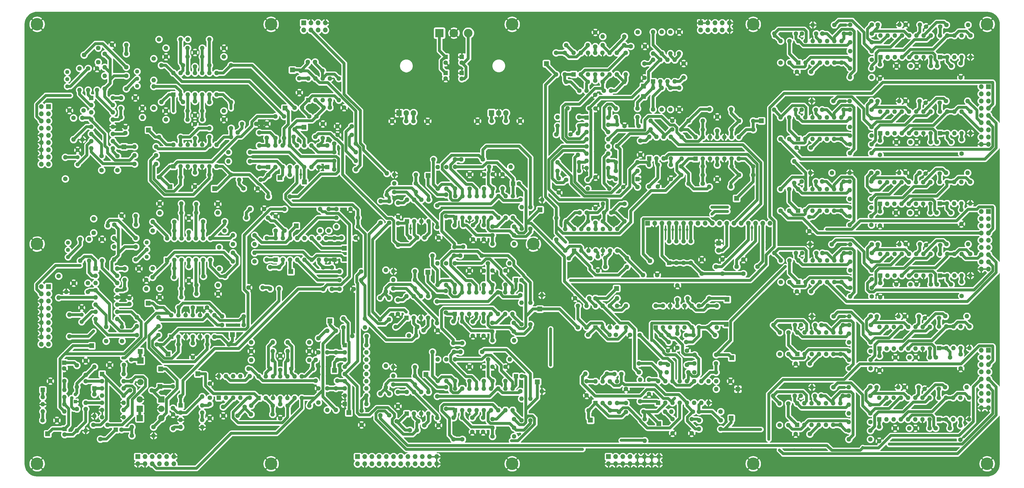
<source format=gbr>
%TF.GenerationSoftware,KiCad,Pcbnew,(5.1.7-0-10_14)*%
%TF.CreationDate,2020-12-06T21:03:30+11:00*%
%TF.ProjectId,Boom-1,426f6f6d-2d31-42e6-9b69-6361645f7063,rev?*%
%TF.SameCoordinates,Original*%
%TF.FileFunction,Copper,L4,Bot*%
%TF.FilePolarity,Positive*%
%FSLAX46Y46*%
G04 Gerber Fmt 4.6, Leading zero omitted, Abs format (unit mm)*
G04 Created by KiCad (PCBNEW (5.1.7-0-10_14)) date 2020-12-06 21:03:30*
%MOMM*%
%LPD*%
G01*
G04 APERTURE LIST*
%TA.AperFunction,ComponentPad*%
%ADD10O,1.700000X1.700000*%
%TD*%
%TA.AperFunction,ComponentPad*%
%ADD11R,1.700000X1.700000*%
%TD*%
%TA.AperFunction,ComponentPad*%
%ADD12C,1.600000*%
%TD*%
%TA.AperFunction,ComponentPad*%
%ADD13O,1.600000X1.600000*%
%TD*%
%TA.AperFunction,ComponentPad*%
%ADD14R,1.600000X1.600000*%
%TD*%
%TA.AperFunction,ComponentPad*%
%ADD15C,3.000000*%
%TD*%
%TA.AperFunction,ComponentPad*%
%ADD16R,3.000000X3.000000*%
%TD*%
%TA.AperFunction,ComponentPad*%
%ADD17C,4.400000*%
%TD*%
%TA.AperFunction,ComponentPad*%
%ADD18C,1.620000*%
%TD*%
%TA.AperFunction,ComponentPad*%
%ADD19C,1.800000*%
%TD*%
%TA.AperFunction,ComponentPad*%
%ADD20R,1.800000X1.800000*%
%TD*%
%TA.AperFunction,ComponentPad*%
%ADD21R,2.200000X2.200000*%
%TD*%
%TA.AperFunction,ComponentPad*%
%ADD22O,2.200000X2.200000*%
%TD*%
%TA.AperFunction,ComponentPad*%
%ADD23C,1.300000*%
%TD*%
%TA.AperFunction,ComponentPad*%
%ADD24R,1.300000X1.300000*%
%TD*%
%TA.AperFunction,ComponentPad*%
%ADD25C,1.440000*%
%TD*%
%TA.AperFunction,ComponentPad*%
%ADD26R,1.905000X2.000000*%
%TD*%
%TA.AperFunction,ComponentPad*%
%ADD27O,1.905000X2.000000*%
%TD*%
%TA.AperFunction,ViaPad*%
%ADD28C,0.800000*%
%TD*%
%TA.AperFunction,ViaPad*%
%ADD29C,1.000000*%
%TD*%
%TA.AperFunction,Conductor*%
%ADD30C,1.000000*%
%TD*%
%TA.AperFunction,Conductor*%
%ADD31C,0.250000*%
%TD*%
%TA.AperFunction,Conductor*%
%ADD32C,0.254000*%
%TD*%
%TA.AperFunction,Conductor*%
%ADD33C,0.100000*%
%TD*%
G04 APERTURE END LIST*
D10*
X293444400Y-107720200D03*
X290904400Y-107720200D03*
X288364400Y-107720200D03*
X285824400Y-107720200D03*
X283284400Y-107720200D03*
X280744400Y-107720200D03*
X278204400Y-107720200D03*
X275664400Y-107720200D03*
X273124400Y-107720200D03*
X270584400Y-107720200D03*
X268044400Y-107720200D03*
X265504400Y-107720200D03*
X262964400Y-107720200D03*
X260424400Y-107720200D03*
X257884400Y-107720200D03*
X255344400Y-107720200D03*
X252804400Y-107720200D03*
D11*
X250264400Y-107720200D03*
D12*
X361036000Y-128348000D03*
X361036000Y-133348000D03*
D13*
X165370000Y-167240000D03*
X172990000Y-174860000D03*
X167910000Y-167240000D03*
X170450000Y-174860000D03*
X170450000Y-167240000D03*
X167910000Y-174860000D03*
X172990000Y-167240000D03*
D14*
X165370000Y-174860000D03*
D13*
X303344000Y-95616000D03*
X318584000Y-103236000D03*
X305884000Y-95616000D03*
X316044000Y-103236000D03*
X308424000Y-95616000D03*
X313504000Y-103236000D03*
X310964000Y-95616000D03*
X310964000Y-103236000D03*
X313504000Y-95616000D03*
X308424000Y-103236000D03*
X316044000Y-95616000D03*
X305884000Y-103236000D03*
X318584000Y-95616000D03*
D14*
X303344000Y-103236000D03*
D12*
X156158000Y-107518000D03*
D13*
X156158000Y-99898000D03*
D14*
X83040000Y-87572000D03*
D13*
X98280000Y-79952000D03*
X85580000Y-87572000D03*
X95740000Y-79952000D03*
X88120000Y-87572000D03*
X93200000Y-79952000D03*
X90660000Y-87572000D03*
X90660000Y-79952000D03*
X93200000Y-87572000D03*
X88120000Y-79952000D03*
X95740000Y-87572000D03*
X85580000Y-79952000D03*
X98280000Y-87572000D03*
X83040000Y-79952000D03*
D14*
X303394000Y-77924000D03*
D13*
X318634000Y-70304000D03*
X305934000Y-77924000D03*
X316094000Y-70304000D03*
X308474000Y-77924000D03*
X313554000Y-70304000D03*
X311014000Y-77924000D03*
X311014000Y-70304000D03*
X313554000Y-77924000D03*
X308474000Y-70304000D03*
X316094000Y-77924000D03*
X305934000Y-70304000D03*
X318634000Y-77924000D03*
X303394000Y-70304000D03*
D10*
X367960000Y-79820000D03*
X370500000Y-79820000D03*
X367960000Y-77280000D03*
X370500000Y-77280000D03*
X367960000Y-74740000D03*
X370500000Y-74740000D03*
X367960000Y-72200000D03*
X370500000Y-72200000D03*
X367960000Y-69660000D03*
X370500000Y-69660000D03*
X367960000Y-67120000D03*
X370500000Y-67120000D03*
X367960000Y-64580000D03*
X370500000Y-64580000D03*
X367960000Y-62040000D03*
X370500000Y-62040000D03*
X367960000Y-59500000D03*
D11*
X370500000Y-59500000D03*
D10*
X367960000Y-172820000D03*
X370500000Y-172820000D03*
X367960000Y-170280000D03*
X370500000Y-170280000D03*
X367960000Y-167740000D03*
X370500000Y-167740000D03*
X367960000Y-165200000D03*
X370500000Y-165200000D03*
X367960000Y-162660000D03*
X370500000Y-162660000D03*
X367960000Y-160120000D03*
X370500000Y-160120000D03*
X367960000Y-157580000D03*
X370500000Y-157580000D03*
X367960000Y-155040000D03*
X370500000Y-155040000D03*
X367960000Y-152500000D03*
D11*
X370500000Y-152500000D03*
D10*
X367960000Y-123820000D03*
X370500000Y-123820000D03*
X367960000Y-121280000D03*
X370500000Y-121280000D03*
X367960000Y-118740000D03*
X370500000Y-118740000D03*
X367960000Y-116200000D03*
X370500000Y-116200000D03*
X367960000Y-113660000D03*
X370500000Y-113660000D03*
X367960000Y-111120000D03*
X370500000Y-111120000D03*
X367960000Y-108580000D03*
X370500000Y-108580000D03*
X367960000Y-106040000D03*
X370500000Y-106040000D03*
X367960000Y-103500000D03*
D11*
X370500000Y-103500000D03*
D10*
X279160000Y-39540000D03*
X279160000Y-37000000D03*
X276620000Y-39540000D03*
X276620000Y-37000000D03*
X274080000Y-39540000D03*
X274080000Y-37000000D03*
X271540000Y-39540000D03*
X271540000Y-37000000D03*
X269000000Y-39540000D03*
D11*
X269000000Y-37000000D03*
D10*
X254280000Y-192540000D03*
X254280000Y-190000000D03*
X251740000Y-192540000D03*
X251740000Y-190000000D03*
X249200000Y-192540000D03*
X249200000Y-190000000D03*
X246660000Y-192540000D03*
X246660000Y-190000000D03*
X244120000Y-192540000D03*
X244120000Y-190000000D03*
X241580000Y-192540000D03*
X241580000Y-190000000D03*
X239040000Y-192540000D03*
X239040000Y-190000000D03*
X236500000Y-192540000D03*
D11*
X236500000Y-190000000D03*
D10*
X175940000Y-192540000D03*
X175940000Y-190000000D03*
X173400000Y-192540000D03*
X173400000Y-190000000D03*
X170860000Y-192540000D03*
X170860000Y-190000000D03*
X168320000Y-192540000D03*
X168320000Y-190000000D03*
X165780000Y-192540000D03*
X165780000Y-190000000D03*
X163240000Y-192540000D03*
X163240000Y-190000000D03*
X160700000Y-192540000D03*
X160700000Y-190000000D03*
X158160000Y-192540000D03*
X158160000Y-190000000D03*
X155620000Y-192540000D03*
X155620000Y-190000000D03*
X153080000Y-192540000D03*
X153080000Y-190000000D03*
X150540000Y-192540000D03*
X150540000Y-190000000D03*
X148000000Y-192540000D03*
D11*
X148000000Y-190000000D03*
D10*
X136620000Y-39540000D03*
X136620000Y-37000000D03*
X134080000Y-39540000D03*
X134080000Y-37000000D03*
X131540000Y-39540000D03*
X131540000Y-37000000D03*
X129000000Y-39540000D03*
D11*
X129000000Y-37000000D03*
D10*
X83200000Y-192540000D03*
X83200000Y-190000000D03*
X80660000Y-192540000D03*
X80660000Y-190000000D03*
X78120000Y-192540000D03*
X78120000Y-190000000D03*
X75580000Y-192540000D03*
X75580000Y-190000000D03*
X73040000Y-192540000D03*
X73040000Y-190000000D03*
X70500000Y-192540000D03*
D11*
X70500000Y-190000000D03*
D10*
X36460000Y-150320000D03*
X39000000Y-150320000D03*
X36460000Y-147780000D03*
X39000000Y-147780000D03*
X36460000Y-145240000D03*
X39000000Y-145240000D03*
X36460000Y-142700000D03*
X39000000Y-142700000D03*
X36460000Y-140160000D03*
X39000000Y-140160000D03*
X36460000Y-137620000D03*
X39000000Y-137620000D03*
X36460000Y-135080000D03*
X39000000Y-135080000D03*
X36460000Y-132540000D03*
X39000000Y-132540000D03*
X36460000Y-130000000D03*
D11*
X39000000Y-130000000D03*
D10*
X36460000Y-86820000D03*
X39000000Y-86820000D03*
X36460000Y-84280000D03*
X39000000Y-84280000D03*
X36460000Y-81740000D03*
X39000000Y-81740000D03*
X36460000Y-79200000D03*
X39000000Y-79200000D03*
X36460000Y-76660000D03*
X39000000Y-76660000D03*
X36460000Y-74120000D03*
X39000000Y-74120000D03*
X36460000Y-71580000D03*
X39000000Y-71580000D03*
X36460000Y-69040000D03*
X39000000Y-69040000D03*
X36460000Y-66500000D03*
D11*
X39000000Y-66500000D03*
D15*
X187060000Y-40600000D03*
X181980000Y-40600000D03*
D16*
X176900000Y-40600000D03*
D14*
X332052000Y-151856000D03*
D13*
X349832000Y-144236000D03*
X334592000Y-151856000D03*
X347292000Y-144236000D03*
X337132000Y-151856000D03*
X344752000Y-144236000D03*
X339672000Y-151856000D03*
X342212000Y-144236000D03*
X342212000Y-151856000D03*
X339672000Y-144236000D03*
X344752000Y-151856000D03*
X337132000Y-144236000D03*
X347292000Y-151856000D03*
X334592000Y-144236000D03*
X349832000Y-151856000D03*
X332052000Y-144236000D03*
D17*
X370000000Y-192500000D03*
X287500000Y-192500000D03*
X202500000Y-192500000D03*
X117500000Y-192500000D03*
X35000000Y-192500000D03*
X210000000Y-115000000D03*
X35000000Y-115000000D03*
X370000000Y-37500000D03*
X287500000Y-37500000D03*
X202500000Y-37500000D03*
X117500000Y-37500000D03*
X35000000Y-37500000D03*
D13*
X352968000Y-169228000D03*
X360588000Y-176848000D03*
X355508000Y-169228000D03*
X358048000Y-176848000D03*
X358048000Y-169228000D03*
X355508000Y-176848000D03*
X360588000Y-169228000D03*
D14*
X352968000Y-176848000D03*
D12*
X332248000Y-83554000D03*
X332248000Y-78554000D03*
X345138000Y-79024000D03*
X350138000Y-79024000D03*
X357298000Y-79024000D03*
X352298000Y-79024000D03*
X302858000Y-81034000D03*
X307858000Y-81034000D03*
X304668000Y-67654000D03*
X309668000Y-67654000D03*
X348348000Y-65194000D03*
X353348000Y-65194000D03*
X361008000Y-83114000D03*
X361008000Y-78114000D03*
X341188000Y-64554000D03*
X346188000Y-64554000D03*
X337978000Y-79024000D03*
X342978000Y-79024000D03*
D14*
X332360000Y-75904000D03*
D13*
X350140000Y-68284000D03*
X334900000Y-75904000D03*
X347600000Y-68284000D03*
X337440000Y-75904000D03*
X345060000Y-68284000D03*
X339980000Y-75904000D03*
X342520000Y-68284000D03*
X342520000Y-75904000D03*
X339980000Y-68284000D03*
X345060000Y-75904000D03*
X337440000Y-68284000D03*
X347600000Y-75904000D03*
X334900000Y-68284000D03*
X350140000Y-75904000D03*
X332360000Y-68284000D03*
X297198000Y-70304000D03*
D12*
X297198000Y-77924000D03*
D14*
X353378000Y-75914000D03*
D13*
X360998000Y-68294000D03*
X355918000Y-75914000D03*
X358458000Y-68294000D03*
X358458000Y-75914000D03*
X355918000Y-68294000D03*
X360998000Y-75914000D03*
X353378000Y-68294000D03*
D12*
X364118000Y-68284000D03*
D13*
X364118000Y-75904000D03*
X363148000Y-64554000D03*
D12*
X355528000Y-64554000D03*
D13*
X308188000Y-64564000D03*
D12*
X315808000Y-64564000D03*
X329238000Y-73744000D03*
D13*
X321618000Y-73744000D03*
X321618000Y-79864000D03*
D12*
X329238000Y-79864000D03*
D13*
X339028000Y-64574000D03*
D12*
X331408000Y-64574000D03*
D13*
X321608000Y-64564000D03*
D12*
X329228000Y-64564000D03*
D13*
X300268000Y-77924000D03*
D12*
X300268000Y-70304000D03*
X329238000Y-67624000D03*
D13*
X321618000Y-67624000D03*
D12*
X329238000Y-70684000D03*
D13*
X321618000Y-70684000D03*
D12*
X329238000Y-76804000D03*
D13*
X321618000Y-76804000D03*
D12*
X319448000Y-67654000D03*
D13*
X311828000Y-67654000D03*
D12*
X302498000Y-67654000D03*
D13*
X294878000Y-67654000D03*
X321618000Y-82934000D03*
D12*
X329238000Y-82934000D03*
X331948000Y-184516000D03*
X331948000Y-179516000D03*
X349728000Y-179966000D03*
X344728000Y-179966000D03*
X356888000Y-179966000D03*
X351888000Y-179966000D03*
X307478000Y-182056000D03*
X302478000Y-182056000D03*
X309308000Y-168576000D03*
X304308000Y-168576000D03*
X352998000Y-166136000D03*
X347998000Y-166136000D03*
X360588000Y-179056000D03*
X360588000Y-184056000D03*
X345828000Y-165506000D03*
X340828000Y-165506000D03*
X342568000Y-179966000D03*
X337568000Y-179966000D03*
D13*
X363678000Y-176856000D03*
D12*
X363678000Y-169236000D03*
X355178000Y-165496000D03*
D13*
X362798000Y-165496000D03*
D12*
X315848000Y-165506000D03*
D13*
X308228000Y-165506000D03*
D12*
X328868000Y-174706000D03*
D13*
X321248000Y-174706000D03*
X321238000Y-180826000D03*
D12*
X328858000Y-180826000D03*
X331048000Y-165506000D03*
D13*
X338668000Y-165506000D03*
X321248000Y-165506000D03*
D12*
X328868000Y-165506000D03*
D13*
X299878000Y-178856000D03*
D12*
X299878000Y-171236000D03*
D13*
X321248000Y-168576000D03*
D12*
X328868000Y-168576000D03*
X328868000Y-171646000D03*
D13*
X321248000Y-171646000D03*
D12*
X328868000Y-177766000D03*
D13*
X321248000Y-177766000D03*
D12*
X319088000Y-168576000D03*
D13*
X311468000Y-168576000D03*
D12*
X302148000Y-168576000D03*
D13*
X294528000Y-168576000D03*
X321238000Y-183886000D03*
D12*
X328858000Y-183886000D03*
D13*
X296808000Y-171236000D03*
D12*
X296808000Y-178856000D03*
D14*
X331948000Y-176858000D03*
D13*
X349728000Y-169238000D03*
X334488000Y-176858000D03*
X347188000Y-169238000D03*
X337028000Y-176858000D03*
X344648000Y-169238000D03*
X339568000Y-176858000D03*
X342108000Y-169238000D03*
X342108000Y-176858000D03*
X339568000Y-169238000D03*
X344648000Y-176858000D03*
X337028000Y-169238000D03*
X347188000Y-176858000D03*
X334488000Y-169238000D03*
X349728000Y-176858000D03*
X331948000Y-169238000D03*
X302998000Y-171216000D03*
X318238000Y-178836000D03*
X305538000Y-171216000D03*
X315698000Y-178836000D03*
X308078000Y-171216000D03*
X313158000Y-178836000D03*
X310618000Y-171216000D03*
X310618000Y-178836000D03*
X313158000Y-171216000D03*
X308078000Y-178836000D03*
X315698000Y-171216000D03*
X305538000Y-178836000D03*
X318238000Y-171216000D03*
D14*
X302998000Y-178836000D03*
D13*
X257860000Y-114036000D03*
X265480000Y-121656000D03*
X260400000Y-114036000D03*
X262940000Y-121656000D03*
X262940000Y-114036000D03*
X260400000Y-121656000D03*
X265480000Y-114036000D03*
D14*
X257860000Y-121656000D03*
D18*
X269390000Y-120476000D03*
X274390000Y-122976000D03*
X269390000Y-125476000D03*
D19*
X275380000Y-117206000D03*
D20*
X275380000Y-114666000D03*
D18*
X276730000Y-125486000D03*
X281730000Y-122986000D03*
X276730000Y-120486000D03*
X284070000Y-120486000D03*
X289070000Y-122986000D03*
X284070000Y-125486000D03*
D11*
X214606000Y-51370000D03*
D12*
X226260000Y-60906000D03*
X228760000Y-60906000D03*
X226342000Y-103950000D03*
X228842000Y-103950000D03*
X237410000Y-60906000D03*
X234910000Y-60906000D03*
X234992000Y-103940000D03*
X237492000Y-103940000D03*
X231830000Y-57396000D03*
X231830000Y-62396000D03*
X231840000Y-45336000D03*
X231840000Y-40336000D03*
X232732000Y-119470000D03*
X232732000Y-124470000D03*
X231912000Y-107470000D03*
X231912000Y-102470000D03*
X247750000Y-83536000D03*
X247750000Y-78536000D03*
X274812000Y-87140000D03*
X274812000Y-92140000D03*
X274812000Y-75100000D03*
X274812000Y-70100000D03*
X218960000Y-96856000D03*
X218960000Y-91856000D03*
X236890000Y-67216000D03*
X231890000Y-67216000D03*
X242170000Y-73376000D03*
X247170000Y-73376000D03*
X264750000Y-71566000D03*
X269750000Y-71566000D03*
X282522000Y-71570000D03*
X287522000Y-71570000D03*
X269730000Y-93736000D03*
X264730000Y-93736000D03*
X282502000Y-90660000D03*
X287502000Y-90660000D03*
X242570000Y-47586000D03*
D13*
X242570000Y-55206000D03*
X234552000Y-100860000D03*
D12*
X242172000Y-100860000D03*
X229200000Y-57836000D03*
D13*
X221580000Y-57836000D03*
X229292000Y-107020000D03*
D12*
X221672000Y-107020000D03*
D13*
X242080000Y-57846000D03*
D12*
X234460000Y-57846000D03*
X234552000Y-107020000D03*
D13*
X242172000Y-107020000D03*
X221090000Y-55176000D03*
D12*
X221090000Y-47556000D03*
X221232000Y-117340000D03*
D13*
X221232000Y-109720000D03*
D12*
X218116000Y-113420000D03*
D13*
X218116000Y-105800000D03*
X218000000Y-55176000D03*
D12*
X218000000Y-47556000D03*
X221580000Y-44886000D03*
D13*
X229200000Y-44886000D03*
D12*
X236820000Y-95446000D03*
D13*
X229200000Y-95446000D03*
D12*
X262330000Y-77296000D03*
D13*
X262330000Y-84916000D03*
D12*
X262120000Y-90676000D03*
D13*
X269740000Y-90676000D03*
D12*
X262122000Y-74640000D03*
D13*
X269742000Y-74640000D03*
D12*
X287522000Y-74640000D03*
D13*
X279902000Y-74640000D03*
X272140000Y-67446000D03*
D12*
X279760000Y-67446000D03*
X279670000Y-94796000D03*
D13*
X272050000Y-94796000D03*
X269732000Y-87600000D03*
D12*
X262112000Y-87600000D03*
D13*
X279882000Y-87590000D03*
D12*
X287502000Y-87590000D03*
D18*
X244320000Y-45286000D03*
X246820000Y-40286000D03*
X249320000Y-45286000D03*
X248666000Y-125930000D03*
X251166000Y-120930000D03*
X253666000Y-125930000D03*
D11*
X248842000Y-62972000D03*
X290442000Y-71560000D03*
X281660000Y-98886000D03*
D13*
X236436400Y-70398200D03*
X228816400Y-88178200D03*
X236436400Y-72938200D03*
X228816400Y-85638200D03*
X236436400Y-75478200D03*
X228816400Y-83098200D03*
X236436400Y-78018200D03*
X228816400Y-80558200D03*
X236436400Y-80558200D03*
X228816400Y-78018200D03*
X236436400Y-83098200D03*
X228816400Y-75478200D03*
X236436400Y-85638200D03*
X228816400Y-72938200D03*
X236436400Y-88178200D03*
D14*
X228816400Y-70398200D03*
D13*
X224210000Y-47546000D03*
X239450000Y-55166000D03*
X226750000Y-47546000D03*
X236910000Y-55166000D03*
X229290000Y-47546000D03*
X234370000Y-55166000D03*
X231830000Y-47546000D03*
X231830000Y-55166000D03*
X234370000Y-47546000D03*
X229290000Y-55166000D03*
X236910000Y-47546000D03*
X226750000Y-55166000D03*
X239450000Y-47546000D03*
D14*
X224210000Y-55166000D03*
D12*
X258530000Y-92076000D03*
X258530000Y-87076000D03*
X241730000Y-94886000D03*
X246730000Y-94886000D03*
D11*
X248842000Y-59292000D03*
D13*
X225690000Y-83536000D03*
D12*
X225690000Y-75916000D03*
X226150000Y-70226000D03*
D13*
X218530000Y-70226000D03*
D12*
X229710000Y-67146000D03*
D13*
X222090000Y-67146000D03*
D14*
X252262000Y-57682000D03*
D13*
X259882000Y-50062000D03*
X254802000Y-57682000D03*
X257342000Y-50062000D03*
X257342000Y-57682000D03*
X254802000Y-50062000D03*
X259882000Y-57682000D03*
X252262000Y-50062000D03*
D12*
X218070000Y-76366000D03*
X223070000Y-76366000D03*
D14*
X224352000Y-117320000D03*
D13*
X239592000Y-109700000D03*
X226892000Y-117320000D03*
X237052000Y-109700000D03*
X229432000Y-117320000D03*
X234512000Y-109700000D03*
X231972000Y-117320000D03*
X231972000Y-109700000D03*
X234512000Y-117320000D03*
X229432000Y-109700000D03*
X237052000Y-117320000D03*
X226892000Y-109700000D03*
X239592000Y-117320000D03*
X224352000Y-109700000D03*
D12*
X236930000Y-91386000D03*
X231930000Y-91386000D03*
D14*
X267202000Y-84920000D03*
D13*
X282442000Y-77300000D03*
X269742000Y-84920000D03*
X279902000Y-77300000D03*
X272282000Y-84920000D03*
X277362000Y-77300000D03*
X274822000Y-84920000D03*
X274822000Y-77300000D03*
X277362000Y-84920000D03*
X272282000Y-77300000D03*
X279902000Y-84920000D03*
X269742000Y-77300000D03*
X282442000Y-84920000D03*
X267202000Y-77300000D03*
X250880000Y-77236000D03*
X258500000Y-84856000D03*
X253420000Y-77236000D03*
X255960000Y-84856000D03*
X255960000Y-77236000D03*
X253420000Y-84856000D03*
X258500000Y-77236000D03*
D14*
X250880000Y-84856000D03*
D12*
X262982000Y-56312000D03*
X262982000Y-51312000D03*
X249152000Y-56372000D03*
X249152000Y-51372000D03*
D14*
X246720000Y-92076000D03*
D13*
X239100000Y-92076000D03*
X230092000Y-120000000D03*
D12*
X222472000Y-120000000D03*
X242100000Y-41816000D03*
D13*
X234480000Y-41816000D03*
X242982000Y-123050000D03*
D12*
X235362000Y-123050000D03*
X242090000Y-44886000D03*
D13*
X234470000Y-44886000D03*
X235372000Y-119990000D03*
D12*
X242992000Y-119990000D03*
X252222000Y-40232000D03*
D13*
X252222000Y-47852000D03*
X229220000Y-92326000D03*
D12*
X221600000Y-92326000D03*
D13*
X261412000Y-47852000D03*
D12*
X261412000Y-40232000D03*
D13*
X258342000Y-47852000D03*
D12*
X258342000Y-40232000D03*
D13*
X255282000Y-47852000D03*
D12*
X255282000Y-40232000D03*
X226140000Y-73286000D03*
D13*
X218520000Y-73286000D03*
D12*
X226140000Y-89236000D03*
D13*
X218520000Y-89236000D03*
D12*
X226140000Y-86166000D03*
D13*
X218520000Y-86166000D03*
X261442000Y-59892000D03*
D12*
X261442000Y-67512000D03*
X258352000Y-67512000D03*
D13*
X258352000Y-59892000D03*
X255272000Y-59902000D03*
D12*
X255272000Y-67522000D03*
D13*
X251350000Y-71506000D03*
D12*
X258970000Y-71506000D03*
X253890000Y-94696000D03*
D13*
X253890000Y-87076000D03*
X251350000Y-74576000D03*
D12*
X258970000Y-74576000D03*
X250830000Y-94696000D03*
D13*
X250830000Y-87076000D03*
D12*
X252212000Y-67522000D03*
D13*
X252212000Y-59902000D03*
D12*
X239530000Y-72916000D03*
D13*
X239530000Y-80536000D03*
X246720000Y-86166000D03*
D12*
X239100000Y-86166000D03*
X239080000Y-70296000D03*
D13*
X246700000Y-70296000D03*
D12*
X239100000Y-89256000D03*
D13*
X246720000Y-89256000D03*
X239080000Y-67216000D03*
D12*
X246700000Y-67216000D03*
X135750000Y-77630000D03*
X135750000Y-72630000D03*
D13*
X125500000Y-77170000D03*
D12*
X133120000Y-77170000D03*
X161480000Y-144226000D03*
D13*
X169100000Y-144226000D03*
D11*
X230160000Y-177118000D03*
D14*
X231940000Y-144418000D03*
D13*
X239560000Y-136798000D03*
X234480000Y-144418000D03*
X237020000Y-136798000D03*
X237020000Y-144418000D03*
X234480000Y-136798000D03*
X239560000Y-144418000D03*
X231940000Y-136798000D03*
D12*
X239110000Y-147088000D03*
X244110000Y-147088000D03*
X224720000Y-134128000D03*
X229720000Y-134128000D03*
X228810000Y-144438000D03*
D13*
X228810000Y-136818000D03*
X225720000Y-136808000D03*
D12*
X225720000Y-144428000D03*
X229320000Y-147088000D03*
D13*
X236940000Y-147088000D03*
X242680000Y-144398000D03*
D12*
X242680000Y-136778000D03*
D13*
X239540000Y-134138000D03*
D12*
X231920000Y-134138000D03*
D11*
X239356000Y-130680000D03*
X254250000Y-178360000D03*
D13*
X256480000Y-174118000D03*
D12*
X248860000Y-174118000D03*
X235960000Y-160798000D03*
D13*
X228340000Y-160798000D03*
D14*
X253970000Y-170988000D03*
D13*
X271750000Y-163368000D03*
X256510000Y-170988000D03*
X269210000Y-163368000D03*
X259050000Y-170988000D03*
X266670000Y-163368000D03*
X261590000Y-170988000D03*
X264130000Y-163368000D03*
X264130000Y-170988000D03*
X261590000Y-163368000D03*
X266670000Y-170988000D03*
X259050000Y-163368000D03*
X269210000Y-170988000D03*
X256510000Y-163368000D03*
X271750000Y-170988000D03*
X253970000Y-163368000D03*
X353078000Y-144062000D03*
X360698000Y-151682000D03*
X355618000Y-144062000D03*
X358158000Y-151682000D03*
X358158000Y-144062000D03*
X355618000Y-151682000D03*
X360698000Y-144062000D03*
D14*
X353078000Y-151682000D03*
D12*
X360702000Y-158896000D03*
X360702000Y-153896000D03*
X353082000Y-141136000D03*
X348082000Y-141136000D03*
X360718000Y-56264000D03*
X360718000Y-51264000D03*
D13*
X321698000Y-43874000D03*
D12*
X329318000Y-43874000D03*
D13*
X182396000Y-155706000D03*
D12*
X182396000Y-163326000D03*
X162236000Y-172216000D03*
X162236000Y-167216000D03*
D13*
X179316000Y-163326000D03*
D12*
X179316000Y-155706000D03*
X174420000Y-119126000D03*
D13*
X182040000Y-119126000D03*
D14*
X165310000Y-141016000D03*
D13*
X172930000Y-133396000D03*
X167850000Y-141016000D03*
X170390000Y-133396000D03*
X170390000Y-141016000D03*
X167850000Y-133396000D03*
X172930000Y-141016000D03*
X165310000Y-133396000D03*
D12*
X166446000Y-180626000D03*
X168946000Y-180626000D03*
X176566000Y-178946000D03*
X171566000Y-178946000D03*
X161776000Y-177546000D03*
D13*
X169396000Y-177546000D03*
D12*
X176608000Y-112738000D03*
X171608000Y-112738000D03*
X44660000Y-163340000D03*
X39660000Y-163340000D03*
D13*
X93240000Y-171950000D03*
X85620000Y-179570000D03*
X93240000Y-174490000D03*
X85620000Y-177030000D03*
X93240000Y-177030000D03*
X85620000Y-174490000D03*
X93240000Y-179570000D03*
D14*
X85620000Y-171950000D03*
D12*
X137870000Y-110270000D03*
D13*
X137870000Y-102650000D03*
D12*
X149270000Y-124695000D03*
D13*
X141650000Y-124695000D03*
X111715000Y-115045000D03*
D12*
X104095000Y-115045000D03*
X104070000Y-118120000D03*
D13*
X111690000Y-118120000D03*
D12*
X111720000Y-121170000D03*
D13*
X104100000Y-121170000D03*
X104100000Y-111945000D03*
D12*
X111720000Y-111945000D03*
D13*
X44635000Y-166470000D03*
X37015000Y-174090000D03*
X44635000Y-169010000D03*
X37015000Y-171550000D03*
X44635000Y-171550000D03*
X37015000Y-169010000D03*
X44635000Y-174090000D03*
D14*
X37015000Y-166470000D03*
D11*
X143345000Y-116470000D03*
D12*
X59335000Y-144220000D03*
X59335000Y-149220000D03*
D13*
X91100000Y-100895000D03*
D12*
X98720000Y-100895000D03*
X98720000Y-103995000D03*
D13*
X91100000Y-103995000D03*
D12*
X101120000Y-110295000D03*
D13*
X93500000Y-110295000D03*
X75720000Y-126735000D03*
D12*
X83340000Y-126735000D03*
D13*
X85873600Y-100743000D03*
D12*
X78253600Y-100743000D03*
X78253600Y-104045000D03*
D13*
X85873600Y-104045000D03*
X83440000Y-110295000D03*
D12*
X75820000Y-110295000D03*
X98820000Y-132595000D03*
D13*
X91200000Y-132595000D03*
X91200000Y-129495000D03*
D12*
X98820000Y-129495000D03*
X99200000Y-116140000D03*
D13*
X99200000Y-123760000D03*
X101240000Y-126395000D03*
D12*
X93620000Y-126395000D03*
X78220000Y-133795000D03*
D13*
X85840000Y-133795000D03*
X85840000Y-130695000D03*
D12*
X78220000Y-130695000D03*
X75740000Y-123635000D03*
D13*
X83360000Y-123635000D03*
D12*
X83420000Y-107195000D03*
D13*
X75800000Y-107195000D03*
D12*
X88520000Y-127895000D03*
X88520000Y-122895000D03*
X88500000Y-105780000D03*
X88500000Y-110780000D03*
D13*
X80820000Y-112975000D03*
X96060000Y-120595000D03*
X83360000Y-112975000D03*
X93520000Y-120595000D03*
X85900000Y-112975000D03*
X90980000Y-120595000D03*
X88440000Y-112975000D03*
X88440000Y-120595000D03*
X90980000Y-112975000D03*
X85900000Y-120595000D03*
X93520000Y-112975000D03*
X83360000Y-120595000D03*
X96060000Y-112975000D03*
D14*
X80820000Y-120595000D03*
D13*
X101140000Y-107095000D03*
D12*
X93520000Y-107095000D03*
X146620000Y-130895000D03*
X141620000Y-130895000D03*
X117220000Y-123195000D03*
D13*
X117220000Y-130815000D03*
X140525000Y-108845000D03*
D12*
X148145000Y-108845000D03*
D13*
X82310000Y-140075000D03*
X97550000Y-147695000D03*
X84850000Y-140075000D03*
X95010000Y-147695000D03*
X87390000Y-140075000D03*
X92470000Y-147695000D03*
X89930000Y-140075000D03*
X89930000Y-147695000D03*
X92470000Y-140075000D03*
X87390000Y-147695000D03*
X95010000Y-140075000D03*
X84850000Y-147695000D03*
X97550000Y-140075000D03*
D14*
X82310000Y-147695000D03*
D12*
X41960000Y-177190000D03*
X36960000Y-177190000D03*
D13*
X83028900Y-54644800D03*
X98268900Y-62264800D03*
X85568900Y-54644800D03*
X95728900Y-62264800D03*
X88108900Y-54644800D03*
X93188900Y-62264800D03*
X90648900Y-54644800D03*
X90648900Y-62264800D03*
X93188900Y-54644800D03*
X88108900Y-62264800D03*
X95728900Y-54644800D03*
X85568900Y-62264800D03*
X98268900Y-54644800D03*
D14*
X83028900Y-62264800D03*
D13*
X124155600Y-98249200D03*
D12*
X124155600Y-90629200D03*
D14*
X116548300Y-87898700D03*
D13*
X134328300Y-80278700D03*
X119088300Y-87898700D03*
X131788300Y-80278700D03*
X121628300Y-87898700D03*
X129248300Y-80278700D03*
X124168300Y-87898700D03*
X126708300Y-80278700D03*
X126708300Y-87898700D03*
X124168300Y-80278700D03*
X129248300Y-87898700D03*
X121628300Y-80278700D03*
X131788300Y-87898700D03*
X119088300Y-80278700D03*
X134328300Y-87898700D03*
X116548300Y-80278700D03*
D11*
X129160000Y-73800000D03*
D12*
X143225600Y-66885800D03*
X138225600Y-66885800D03*
X77007500Y-86746500D03*
D13*
X69387500Y-86746500D03*
D12*
X116027600Y-77573600D03*
X116027600Y-72573600D03*
X112747200Y-95404400D03*
X107747200Y-95404400D03*
X107239200Y-72646000D03*
X112239200Y-72646000D03*
X145930000Y-73450000D03*
X140930000Y-73450000D03*
X140934800Y-76511600D03*
X145934800Y-76511600D03*
D13*
X137376300Y-80278700D03*
D14*
X137376300Y-87898700D03*
D12*
X113335200Y-87886000D03*
D13*
X113335200Y-80266000D03*
D12*
X116548300Y-90692700D03*
D13*
X116548300Y-98312700D03*
X119075600Y-70004400D03*
D12*
X119075600Y-77624400D03*
D13*
X106261300Y-92356400D03*
D12*
X113881300Y-92356400D03*
X113335200Y-75694000D03*
D13*
X105715200Y-75694000D03*
X147408000Y-88703600D03*
D12*
X139788000Y-88703600D03*
X139788000Y-79559600D03*
D13*
X147408000Y-79559600D03*
D12*
X139788000Y-85655600D03*
D13*
X147408000Y-85655600D03*
X147408000Y-82607600D03*
D12*
X139788000Y-82607600D03*
X122123600Y-77624400D03*
D13*
X122123600Y-70004400D03*
X102464000Y-85803200D03*
D12*
X110084000Y-85803200D03*
X125790000Y-66950000D03*
D13*
X125790000Y-74570000D03*
X110084000Y-82602800D03*
D12*
X102464000Y-82602800D03*
D11*
X122410000Y-67080000D03*
X120675000Y-91600000D03*
X129286400Y-93118400D03*
D13*
X88045400Y-68043300D03*
D12*
X80425400Y-68043300D03*
X80425400Y-71091300D03*
D13*
X88045400Y-71091300D03*
X93252400Y-45881800D03*
D12*
X100872400Y-45881800D03*
D13*
X130605600Y-56598800D03*
X138225600Y-64218800D03*
X133145600Y-56598800D03*
X135685600Y-64218800D03*
X135685600Y-56598800D03*
X133145600Y-64218800D03*
X138225600Y-56598800D03*
D14*
X130605600Y-64218800D03*
D13*
X165412000Y-99372000D03*
X173032000Y-106992000D03*
X167952000Y-99372000D03*
X170492000Y-106992000D03*
X170492000Y-99372000D03*
X167952000Y-106992000D03*
X173032000Y-99372000D03*
D14*
X165412000Y-106992000D03*
D12*
X162288000Y-100518000D03*
X162288000Y-105518000D03*
X127456000Y-56577200D03*
X127456000Y-61577200D03*
X100872400Y-48929800D03*
D13*
X93252400Y-48929800D03*
D12*
X168598000Y-90558000D03*
D13*
X160978000Y-90558000D03*
D12*
X159218000Y-107518000D03*
D13*
X159218000Y-99898000D03*
X93252400Y-71091300D03*
D12*
X100872400Y-71091300D03*
X100872400Y-68043300D03*
D13*
X93252400Y-68043300D03*
D12*
X90648900Y-69630800D03*
X90648900Y-64630800D03*
X90648900Y-47422300D03*
X90648900Y-52422300D03*
X44700000Y-182220000D03*
D14*
X44700000Y-180220000D03*
D12*
X70910000Y-123695000D03*
X65910000Y-123695000D03*
X47888400Y-128795000D03*
X52888400Y-128795000D03*
X69810000Y-105095000D03*
X64810000Y-105095000D03*
X60580000Y-157670000D03*
X65580000Y-157670000D03*
D14*
X44560000Y-156880000D03*
D12*
X44560000Y-158880000D03*
X90660000Y-94811000D03*
X90660000Y-89811000D03*
X90650000Y-72729500D03*
X90650000Y-77729500D03*
X61430000Y-44810000D03*
X66430000Y-44810000D03*
X89910000Y-154995000D03*
X89910000Y-149995000D03*
X94910000Y-137410000D03*
X89910000Y-137410000D03*
X52130000Y-156170000D03*
X52130000Y-161170000D03*
X64985000Y-149220000D03*
X64985000Y-144220000D03*
X67548000Y-134113800D03*
X67548000Y-136113800D03*
X95890000Y-176450000D03*
X95890000Y-171450000D03*
X82940000Y-175040000D03*
X82940000Y-180040000D03*
X63355000Y-83969000D03*
X63355000Y-88969000D03*
X57767000Y-83969000D03*
X57767000Y-88969000D03*
X105650000Y-175550000D03*
X100650000Y-175550000D03*
X66149000Y-75856000D03*
X66149000Y-73856000D03*
X95900000Y-169250000D03*
X95900000Y-164250000D03*
X64780000Y-180470000D03*
D14*
X62780000Y-180470000D03*
D12*
X69625000Y-63442000D03*
X64625000Y-63442000D03*
X46410000Y-67890000D03*
X51410000Y-67890000D03*
X120740000Y-176550000D03*
X120740000Y-171550000D03*
X120740000Y-154450000D03*
X120740000Y-159450000D03*
X151180000Y-147510000D03*
X146180000Y-147510000D03*
X109570000Y-130345000D03*
X114570000Y-130345000D03*
X110108000Y-102645000D03*
X115108000Y-102645000D03*
X149430000Y-173770000D03*
X149430000Y-178770000D03*
X134200000Y-148200000D03*
X134200000Y-153200000D03*
X134200000Y-165900000D03*
X134200000Y-170900000D03*
X119170000Y-110295000D03*
X119170000Y-105295000D03*
X140520000Y-102645000D03*
X145520000Y-102645000D03*
X142320000Y-112870000D03*
X147320000Y-112870000D03*
X133495600Y-70000800D03*
X130995600Y-70000800D03*
X133004000Y-50807600D03*
X130504000Y-50807600D03*
X168988000Y-112728000D03*
X166488000Y-112728000D03*
X168640000Y-147306000D03*
X166140000Y-147306000D03*
X332278000Y-56724000D03*
X332278000Y-51724000D03*
X350208000Y-52184000D03*
X345208000Y-52184000D03*
X192280000Y-181277000D03*
X192280000Y-176277000D03*
X187476000Y-163306000D03*
X187476000Y-158306000D03*
X352418000Y-52184000D03*
X357418000Y-52184000D03*
X188480000Y-181277000D03*
X188480000Y-176277000D03*
X200176000Y-158326000D03*
X200176000Y-163326000D03*
X332052000Y-154516000D03*
X332052000Y-159516000D03*
X302978000Y-54284000D03*
X307978000Y-54284000D03*
X304758000Y-40764000D03*
X309758000Y-40764000D03*
X349832000Y-154966000D03*
X344832000Y-154966000D03*
X351992000Y-154966000D03*
X356992000Y-154966000D03*
X348468000Y-38334000D03*
X353468000Y-38334000D03*
X192536000Y-163336000D03*
X192536000Y-158336000D03*
X195596000Y-163326000D03*
X195596000Y-158326000D03*
X346298000Y-37694000D03*
X341298000Y-37694000D03*
X343038000Y-52184000D03*
X338038000Y-52184000D03*
X205896000Y-161646000D03*
D14*
X203896000Y-161646000D03*
D12*
X192498000Y-108388000D03*
X192498000Y-113388000D03*
X187548000Y-90458000D03*
X187548000Y-95458000D03*
X187420000Y-124406000D03*
X187420000Y-129406000D03*
X192470000Y-142356000D03*
X192470000Y-147356000D03*
X188738000Y-108388000D03*
X188738000Y-113388000D03*
X199138000Y-95438000D03*
X199138000Y-90438000D03*
X200130000Y-129386000D03*
X200130000Y-124386000D03*
X188680000Y-142356000D03*
X188680000Y-147356000D03*
X162190000Y-134716000D03*
X162190000Y-139716000D03*
X171280000Y-145476000D03*
X176280000Y-145476000D03*
X192520000Y-124406000D03*
X192520000Y-129406000D03*
X195580000Y-124396000D03*
X195580000Y-129396000D03*
X192588000Y-90458000D03*
X192588000Y-95458000D03*
X195678000Y-90448000D03*
X195678000Y-95448000D03*
X307522000Y-157216000D03*
X302522000Y-157216000D03*
X309412000Y-143566000D03*
X304412000Y-143566000D03*
X204858000Y-93708000D03*
D14*
X202858000Y-93708000D03*
D12*
X205870000Y-127756000D03*
D14*
X203870000Y-127756000D03*
D12*
X345922000Y-140496000D03*
X340922000Y-140496000D03*
X342662000Y-154966000D03*
X337662000Y-154966000D03*
X341176000Y-89880000D03*
X346176000Y-89880000D03*
X337866000Y-103950000D03*
X342866000Y-103950000D03*
X341326000Y-115078000D03*
X346326000Y-115078000D03*
X337976000Y-129248000D03*
X342976000Y-129248000D03*
X332266000Y-103520000D03*
X332266000Y-108520000D03*
X332346000Y-128788000D03*
X332346000Y-133788000D03*
X350036000Y-103950000D03*
X345036000Y-103950000D03*
X350146000Y-129248000D03*
X345146000Y-129248000D03*
X352196000Y-103950000D03*
X357196000Y-103950000D03*
X352316000Y-129248000D03*
X357316000Y-129248000D03*
X302966000Y-131688000D03*
X307966000Y-131688000D03*
X304776000Y-118168000D03*
X309776000Y-118168000D03*
X307370000Y-110450000D03*
X307370000Y-105450000D03*
X304616000Y-92960000D03*
X309616000Y-92960000D03*
X264180000Y-157608000D03*
X264180000Y-152608000D03*
X257490000Y-152608000D03*
X257490000Y-157608000D03*
X250770000Y-162888000D03*
X250770000Y-167888000D03*
X265820000Y-176738000D03*
X265820000Y-181738000D03*
X260800000Y-151658000D03*
X260800000Y-146658000D03*
X260820000Y-129620000D03*
X260820000Y-134620000D03*
X228800000Y-168418000D03*
X228800000Y-163418000D03*
X242650000Y-166118000D03*
X242650000Y-171118000D03*
X259090000Y-181728000D03*
X259090000Y-176728000D03*
X274510000Y-163348000D03*
X279510000Y-163348000D03*
X257740000Y-149618000D03*
X257740000Y-147118000D03*
X263870000Y-149608000D03*
X263870000Y-147108000D03*
X348506000Y-115398000D03*
X353506000Y-115398000D03*
X348336000Y-90120000D03*
X353336000Y-90120000D03*
X360946000Y-107910000D03*
X360946000Y-102910000D03*
X238580000Y-160808000D03*
X241080000Y-160808000D03*
X240170000Y-174268000D03*
X242670000Y-174268000D03*
D14*
X179090000Y-49024000D03*
D12*
X179090000Y-51024000D03*
D14*
X184760000Y-49014000D03*
D12*
X184760000Y-51014000D03*
X179080000Y-56664000D03*
D14*
X179080000Y-54664000D03*
D12*
X184770000Y-56684000D03*
D14*
X184770000Y-54684000D03*
D12*
X172738000Y-71660000D03*
X167738000Y-71660000D03*
X160188000Y-71670000D03*
X165188000Y-71670000D03*
X190296000Y-71616000D03*
X195296000Y-71616000D03*
X205346000Y-71616000D03*
X200346000Y-71616000D03*
D14*
X55230000Y-165914000D03*
D13*
X55230000Y-158294000D03*
D21*
X78830000Y-169820000D03*
D22*
X71210000Y-169820000D03*
D21*
X71205000Y-176395000D03*
D22*
X78825000Y-176395000D03*
X78825000Y-173120000D03*
D21*
X71205000Y-173120000D03*
D22*
X71430000Y-163690000D03*
D21*
X71430000Y-156070000D03*
D13*
X151170000Y-171400000D03*
D14*
X143550000Y-171400000D03*
D13*
X139870000Y-112953000D03*
D14*
X139870000Y-120573000D03*
X282120000Y-166168000D03*
D13*
X274500000Y-166168000D03*
D23*
X47260000Y-169300000D03*
X48530000Y-168030000D03*
D24*
X48530000Y-170570000D03*
D13*
X52130000Y-180790000D03*
D12*
X52130000Y-173170000D03*
D13*
X62190000Y-120495000D03*
D12*
X69810000Y-120495000D03*
X62210000Y-108195000D03*
D13*
X69830000Y-108195000D03*
D12*
X49030000Y-173170000D03*
D13*
X49030000Y-180790000D03*
X62190000Y-115995000D03*
D12*
X69810000Y-115995000D03*
X66429000Y-60235000D03*
D13*
X58809000Y-60235000D03*
D12*
X69810000Y-112895000D03*
D13*
X62190000Y-112895000D03*
D12*
X58809000Y-47916000D03*
D13*
X66429000Y-47916000D03*
X49030000Y-165440000D03*
D12*
X49030000Y-157820000D03*
D13*
X46410000Y-139975000D03*
D12*
X46410000Y-147595000D03*
D13*
X58809000Y-55663000D03*
D12*
X66429000Y-55663000D03*
D13*
X42610000Y-133915000D03*
D12*
X42610000Y-126295000D03*
X65910000Y-130795000D03*
D13*
X73530000Y-130795000D03*
D12*
X66429000Y-52615000D03*
D13*
X58809000Y-52615000D03*
X65890000Y-127695000D03*
D12*
X73510000Y-127695000D03*
D13*
X44940000Y-84397000D03*
D12*
X44940000Y-92017000D03*
X47860000Y-70540000D03*
D13*
X47860000Y-78160000D03*
X72118000Y-70300000D03*
D12*
X64498000Y-70300000D03*
X72118000Y-67125000D03*
D13*
X64498000Y-67125000D03*
D12*
X55230000Y-168070000D03*
D13*
X55230000Y-175690000D03*
X100630000Y-172450000D03*
D12*
X108250000Y-172450000D03*
D13*
X52130000Y-170990000D03*
D12*
X52130000Y-163370000D03*
D13*
X109950000Y-161630000D03*
D12*
X109950000Y-169250000D03*
X110450000Y-175100000D03*
D13*
X118070000Y-175100000D03*
X50210000Y-120915000D03*
D12*
X50210000Y-113295000D03*
X53310000Y-113295000D03*
D13*
X53310000Y-120915000D03*
X57910000Y-120915000D03*
D12*
X57910000Y-113295000D03*
D13*
X45290000Y-131895000D03*
D12*
X52910000Y-131895000D03*
X68430000Y-182620000D03*
D13*
X76050000Y-182620000D03*
D12*
X123400000Y-172000000D03*
D13*
X131020000Y-172000000D03*
X110480000Y-172000000D03*
D12*
X118100000Y-172000000D03*
X53011000Y-53081000D03*
D13*
X53011000Y-60701000D03*
D12*
X75430000Y-166620000D03*
D13*
X67810000Y-166620000D03*
X68410000Y-179545000D03*
D12*
X76030000Y-179545000D03*
D13*
X68230000Y-163390000D03*
D12*
X68230000Y-155770000D03*
D13*
X49963000Y-60701000D03*
D12*
X49963000Y-53081000D03*
X56130000Y-53080000D03*
D13*
X56130000Y-60700000D03*
D12*
X50960000Y-70550000D03*
D13*
X50960000Y-78170000D03*
X70190000Y-143995000D03*
D12*
X77810000Y-143995000D03*
D13*
X70190000Y-147095000D03*
D12*
X77810000Y-147095000D03*
D13*
X70190000Y-140895000D03*
D12*
X77810000Y-140895000D03*
D13*
X94990000Y-150395000D03*
D12*
X102610000Y-150395000D03*
X77235000Y-150395000D03*
D13*
X84855000Y-150395000D03*
X88045400Y-48929800D03*
D12*
X80425400Y-48929800D03*
X80425400Y-45881800D03*
D13*
X88045400Y-45881800D03*
X85581600Y-42808400D03*
D12*
X77961600Y-42808400D03*
X77007500Y-83698500D03*
D13*
X69387500Y-83698500D03*
X69324000Y-80650500D03*
D12*
X76944000Y-80650500D03*
X107880000Y-143595000D03*
D13*
X100260000Y-143595000D03*
D12*
X131000000Y-152800000D03*
D13*
X123380000Y-152800000D03*
X123380000Y-155900000D03*
D12*
X131000000Y-155900000D03*
X131000000Y-149700000D03*
D13*
X123380000Y-149700000D03*
D12*
X82920000Y-172870000D03*
D13*
X82920000Y-165250000D03*
X100260000Y-140495000D03*
D12*
X107880000Y-140495000D03*
X77960000Y-77285000D03*
D13*
X85580000Y-77285000D03*
X95803500Y-90556500D03*
D12*
X103423500Y-90556500D03*
X78023500Y-91382000D03*
D13*
X85643500Y-91382000D03*
X95803500Y-77285000D03*
D12*
X103423500Y-77285000D03*
X86410000Y-51990000D03*
D13*
X78790000Y-51990000D03*
X95741600Y-42808400D03*
D12*
X88121600Y-42808400D03*
D13*
X76120000Y-57250000D03*
D12*
X76120000Y-49630000D03*
D13*
X120320000Y-130815000D03*
D12*
X120320000Y-123195000D03*
X122270000Y-110295000D03*
D13*
X122270000Y-102675000D03*
D12*
X124600000Y-159000000D03*
D13*
X132220000Y-159000000D03*
X108838000Y-105741800D03*
D12*
X116458000Y-105741800D03*
D13*
X93230000Y-168790000D03*
D12*
X85610000Y-168790000D03*
D13*
X76110000Y-59430000D03*
D12*
X76110000Y-67050000D03*
X77310000Y-137395000D03*
D13*
X84930000Y-137395000D03*
X150640000Y-144430000D03*
D12*
X143020000Y-144430000D03*
D13*
X95803500Y-74173500D03*
D12*
X103423500Y-74173500D03*
D13*
X118120000Y-152800000D03*
D12*
X110500000Y-152800000D03*
X110500000Y-155900000D03*
D13*
X118120000Y-155900000D03*
X118120000Y-149700000D03*
D12*
X110500000Y-149700000D03*
X95728900Y-51977800D03*
D13*
X103348900Y-51977800D03*
D12*
X95728900Y-64995300D03*
D13*
X103348900Y-64995300D03*
D12*
X86480000Y-64930000D03*
D13*
X78860000Y-64930000D03*
D12*
X117150000Y-159000000D03*
D13*
X109530000Y-159000000D03*
X140400000Y-145580000D03*
D12*
X140400000Y-153200000D03*
X140400000Y-165900000D03*
D13*
X140400000Y-173520000D03*
D12*
X137300000Y-153200000D03*
D13*
X137300000Y-145580000D03*
X137300000Y-173520000D03*
D12*
X137300000Y-165900000D03*
D13*
X134770000Y-102650000D03*
D12*
X134770000Y-110270000D03*
X135870000Y-123245000D03*
D13*
X135870000Y-130865000D03*
D12*
X140850000Y-155850000D03*
D13*
X133230000Y-155850000D03*
X133230000Y-163250000D03*
D12*
X140850000Y-163250000D03*
D13*
X138970000Y-130865000D03*
D12*
X138970000Y-123245000D03*
X115970000Y-120573000D03*
D13*
X115970000Y-112953000D03*
D12*
X128415600Y-66889300D03*
D13*
X136035600Y-66889300D03*
X141375200Y-64218800D03*
D12*
X141375200Y-56598800D03*
D13*
X135634800Y-53906400D03*
D12*
X128014800Y-53906400D03*
X159153000Y-175402000D03*
D13*
X159153000Y-167782000D03*
D12*
X157976000Y-165596000D03*
D13*
X157976000Y-157976000D03*
D12*
X156053000Y-175402000D03*
D13*
X156053000Y-167782000D03*
X162288000Y-115318000D03*
D12*
X162288000Y-107698000D03*
X168228000Y-158419000D03*
D13*
X160608000Y-158419000D03*
X160606000Y-161496000D03*
D12*
X168226000Y-161496000D03*
D13*
X205856000Y-169576000D03*
D12*
X205856000Y-177196000D03*
X160603000Y-164569000D03*
D13*
X168223000Y-164569000D03*
D12*
X195590000Y-182873000D03*
D13*
X203210000Y-182873000D03*
D12*
X176246000Y-163326000D03*
D13*
X176246000Y-155706000D03*
X156000000Y-133976000D03*
D12*
X156000000Y-141596000D03*
D13*
X364118000Y-49074000D03*
D12*
X364118000Y-41454000D03*
D13*
X176116000Y-176326000D03*
D12*
X176116000Y-168706000D03*
X355648000Y-37704000D03*
D13*
X363268000Y-37704000D03*
X158368000Y-90098000D03*
D12*
X158368000Y-97718000D03*
X159090000Y-141596000D03*
D13*
X159090000Y-133976000D03*
X157970000Y-124166000D03*
D12*
X157970000Y-131786000D03*
X205406000Y-166966000D03*
D13*
X213026000Y-166966000D03*
D12*
X179216000Y-173116000D03*
D13*
X179216000Y-165496000D03*
X363792000Y-151686000D03*
D12*
X363792000Y-144066000D03*
X203190000Y-179823000D03*
D13*
X195570000Y-179823000D03*
X208936000Y-169576000D03*
D12*
X208936000Y-177196000D03*
X355242000Y-140486000D03*
D13*
X362862000Y-140486000D03*
X184284000Y-153085000D03*
D12*
X191904000Y-153085000D03*
X174454000Y-153085000D03*
D13*
X182074000Y-153085000D03*
D12*
X181900000Y-183893000D03*
D13*
X181900000Y-176273000D03*
X160978000Y-93628000D03*
D12*
X168598000Y-93628000D03*
D13*
X160620000Y-127676000D03*
D12*
X168240000Y-127676000D03*
X168240000Y-124606000D03*
D13*
X160620000Y-124606000D03*
X308548000Y-37704000D03*
D12*
X316168000Y-37704000D03*
D13*
X184950000Y-176273000D03*
D12*
X184950000Y-183893000D03*
X329318000Y-46944000D03*
D13*
X321698000Y-46944000D03*
X321688000Y-53094000D03*
D12*
X329308000Y-53094000D03*
X205918000Y-109638000D03*
D13*
X205918000Y-102018000D03*
X205840000Y-135726000D03*
D12*
X205840000Y-143346000D03*
X331488000Y-37694000D03*
D13*
X339108000Y-37694000D03*
D12*
X329328000Y-37694000D03*
D13*
X321708000Y-37694000D03*
D12*
X300318000Y-43424000D03*
D13*
X300318000Y-51044000D03*
D12*
X315862000Y-140496000D03*
D13*
X308242000Y-140496000D03*
D12*
X160978000Y-96708000D03*
D13*
X168598000Y-96708000D03*
D12*
X160630000Y-130746000D03*
D13*
X168250000Y-130746000D03*
X321698000Y-40784000D03*
D12*
X329318000Y-40784000D03*
D13*
X321352000Y-149696000D03*
D12*
X328972000Y-149696000D03*
D13*
X321352000Y-155826000D03*
D12*
X328972000Y-155826000D03*
D13*
X203188000Y-114968000D03*
D12*
X195568000Y-114968000D03*
X179348000Y-87828000D03*
D13*
X179348000Y-95448000D03*
X176258000Y-87828000D03*
D12*
X176258000Y-95448000D03*
X176190000Y-129396000D03*
D13*
X176190000Y-121776000D03*
X179250000Y-129396000D03*
D12*
X179250000Y-121776000D03*
X195550000Y-148966000D03*
D13*
X203170000Y-148966000D03*
X321698000Y-49994000D03*
D12*
X329318000Y-49994000D03*
X319528000Y-40784000D03*
D13*
X311908000Y-40784000D03*
D12*
X331142000Y-140496000D03*
D13*
X338762000Y-140496000D03*
X321362000Y-140496000D03*
D12*
X328982000Y-140496000D03*
X302598000Y-40774000D03*
D13*
X294978000Y-40774000D03*
D12*
X299952000Y-146226000D03*
D13*
X299952000Y-153846000D03*
D12*
X194066000Y-155706000D03*
D13*
X201686000Y-155706000D03*
X195566000Y-176736000D03*
D12*
X203186000Y-176736000D03*
D13*
X321362000Y-143566000D03*
D12*
X328982000Y-143566000D03*
X328972000Y-146626000D03*
D13*
X321352000Y-146626000D03*
X176148000Y-109038000D03*
D12*
X176148000Y-101418000D03*
D13*
X176060000Y-142866000D03*
D12*
X176060000Y-135246000D03*
X179140000Y-139206000D03*
D13*
X179140000Y-131586000D03*
X321688000Y-56164000D03*
D12*
X329308000Y-56164000D03*
D13*
X213088000Y-99398000D03*
D12*
X205468000Y-99398000D03*
D13*
X297218000Y-43424000D03*
D12*
X297218000Y-51044000D03*
X205380000Y-133106000D03*
D13*
X213000000Y-133106000D03*
D12*
X328972000Y-152766000D03*
D13*
X321352000Y-152766000D03*
D12*
X179248000Y-105258000D03*
D13*
X179248000Y-97638000D03*
D12*
X319202000Y-143566000D03*
D13*
X311582000Y-143566000D03*
D12*
X302242000Y-143566000D03*
D13*
X294622000Y-143566000D03*
X195558000Y-111898000D03*
D12*
X203178000Y-111898000D03*
X182418000Y-95438000D03*
D13*
X182418000Y-87818000D03*
X182320000Y-121776000D03*
D12*
X182320000Y-129396000D03*
X203160000Y-145886000D03*
D13*
X195540000Y-145886000D03*
D12*
X208988000Y-109648000D03*
D13*
X208988000Y-102028000D03*
X208930000Y-135736000D03*
D12*
X208930000Y-143356000D03*
D13*
X321352000Y-158886000D03*
D12*
X328972000Y-158886000D03*
D13*
X296892000Y-146226000D03*
D12*
X296892000Y-153846000D03*
X192218000Y-85188000D03*
D13*
X184598000Y-85188000D03*
X184200000Y-119126000D03*
D12*
X191820000Y-119126000D03*
D13*
X182418000Y-85188000D03*
D12*
X174798000Y-85188000D03*
D13*
X182208000Y-108408000D03*
D12*
X182208000Y-116028000D03*
X181780000Y-149956000D03*
D13*
X181780000Y-142336000D03*
D12*
X185298000Y-116018000D03*
D13*
X185298000Y-108398000D03*
X184880000Y-142346000D03*
D12*
X184880000Y-149966000D03*
D13*
X201610000Y-121786000D03*
D12*
X193990000Y-121786000D03*
D13*
X201988000Y-87808000D03*
D12*
X194368000Y-87808000D03*
X203178000Y-108838000D03*
D13*
X195558000Y-108838000D03*
X195520000Y-142816000D03*
D12*
X203140000Y-142816000D03*
X364046000Y-93100000D03*
D13*
X364046000Y-100720000D03*
D12*
X364106000Y-118498000D03*
D13*
X364106000Y-126118000D03*
X363136000Y-89900000D03*
D12*
X355516000Y-89900000D03*
D13*
X363296000Y-115078000D03*
D12*
X355676000Y-115078000D03*
D13*
X266830000Y-157148000D03*
D12*
X274450000Y-157148000D03*
X247210000Y-160248000D03*
D13*
X254830000Y-160248000D03*
D12*
X249280000Y-176748000D03*
D13*
X249280000Y-184368000D03*
X254840000Y-157148000D03*
D12*
X247220000Y-157148000D03*
X276070000Y-177188000D03*
D13*
X268450000Y-177188000D03*
X307646000Y-89890000D03*
D12*
X315266000Y-89890000D03*
X247660000Y-170508000D03*
D13*
X247660000Y-162888000D03*
X266840000Y-154068000D03*
D12*
X274460000Y-154068000D03*
D13*
X274430000Y-160228000D03*
D12*
X266810000Y-160228000D03*
D13*
X307596000Y-115098000D03*
D12*
X315216000Y-115098000D03*
X329216000Y-99090000D03*
D13*
X321596000Y-99090000D03*
X321606000Y-105230000D03*
D12*
X329226000Y-105230000D03*
X329326000Y-124308000D03*
D13*
X321706000Y-124308000D03*
X321716000Y-130428000D03*
D12*
X329336000Y-130428000D03*
D13*
X268430000Y-180268000D03*
D12*
X276050000Y-180268000D03*
X264640000Y-160238000D03*
D13*
X257020000Y-160238000D03*
X321596000Y-89890000D03*
D12*
X329216000Y-89890000D03*
X331376000Y-89890000D03*
D13*
X338996000Y-89890000D03*
X300216000Y-103260000D03*
D12*
X300216000Y-95640000D03*
D13*
X268440000Y-174108000D03*
D12*
X276060000Y-174108000D03*
D13*
X339136000Y-115088000D03*
D12*
X331516000Y-115088000D03*
D13*
X321726000Y-115088000D03*
D12*
X329346000Y-115088000D03*
D13*
X300356000Y-128448000D03*
D12*
X300356000Y-120828000D03*
X329216000Y-96030000D03*
D13*
X321596000Y-96030000D03*
D12*
X329216000Y-92950000D03*
D13*
X321596000Y-92950000D03*
D12*
X329336000Y-118158000D03*
D13*
X321716000Y-118158000D03*
X321706000Y-121238000D03*
D12*
X329326000Y-121238000D03*
D13*
X258640000Y-174108000D03*
D12*
X266260000Y-174108000D03*
X329226000Y-102160000D03*
D13*
X321606000Y-102160000D03*
D12*
X266490000Y-147118000D03*
D13*
X274110000Y-147118000D03*
X311796000Y-92960000D03*
D12*
X319416000Y-92960000D03*
D13*
X321706000Y-127368000D03*
D12*
X329326000Y-127368000D03*
X301990000Y-93416000D03*
D13*
X301990000Y-85796000D03*
X311926000Y-118168000D03*
D12*
X319546000Y-118168000D03*
D13*
X294986000Y-118168000D03*
D12*
X302606000Y-118168000D03*
D13*
X229410000Y-173728000D03*
D12*
X237030000Y-173728000D03*
D13*
X321606000Y-108290000D03*
D12*
X329226000Y-108290000D03*
D13*
X297156000Y-95650000D03*
D12*
X297156000Y-103270000D03*
X255110000Y-147118000D03*
D13*
X247490000Y-147118000D03*
D12*
X329336000Y-133498000D03*
D13*
X321716000Y-133498000D03*
D12*
X297286000Y-128448000D03*
D13*
X297286000Y-120828000D03*
D12*
X271570000Y-144448000D03*
D13*
X271570000Y-136828000D03*
X274640000Y-144458000D03*
D12*
X274640000Y-136838000D03*
X272010000Y-134168000D03*
D13*
X264390000Y-134168000D03*
X149265000Y-127770000D03*
D12*
X141645000Y-127770000D03*
X148145000Y-105720000D03*
D13*
X140525000Y-105720000D03*
X150640000Y-141330000D03*
D12*
X143020000Y-141330000D03*
D25*
X73690000Y-114420000D03*
X73690000Y-116960000D03*
X73690000Y-119500000D03*
X70290000Y-54160000D03*
X70290000Y-56700000D03*
X70290000Y-59240000D03*
D18*
X54940000Y-111050000D03*
X59940000Y-108550000D03*
X54940000Y-106050000D03*
X56570000Y-45830000D03*
X51570000Y-48330000D03*
X56570000Y-50830000D03*
X59830000Y-178820000D03*
X57330000Y-183820000D03*
X54830000Y-178820000D03*
D25*
X50710000Y-142495000D03*
X50710000Y-139955000D03*
X50710000Y-137415000D03*
X45910000Y-119595000D03*
X45910000Y-117055000D03*
X45910000Y-114515000D03*
X49258000Y-86937000D03*
X49258000Y-84397000D03*
X49258000Y-81857000D03*
X45619600Y-54300200D03*
X45619600Y-56840200D03*
X45619600Y-59380200D03*
D11*
X38740000Y-181940000D03*
X54270000Y-150880000D03*
X78340000Y-165280000D03*
X78580000Y-159050000D03*
X71420000Y-152850000D03*
X138300000Y-142150000D03*
X91700000Y-160800000D03*
X65641000Y-80714000D03*
X74277000Y-74808500D03*
X103850000Y-147000000D03*
X81185000Y-153795000D03*
X97600000Y-95450000D03*
X81871600Y-94836400D03*
X126395000Y-108595000D03*
X124495000Y-124720000D03*
X74180000Y-135850000D03*
X143345000Y-120270000D03*
X139850000Y-159550000D03*
X144920000Y-174520000D03*
X125050000Y-53610000D03*
X172166000Y-160996000D03*
X172790000Y-124916000D03*
X211426000Y-163610000D03*
X172888000Y-90838000D03*
X212280000Y-137946000D03*
X212348000Y-102898000D03*
X279980000Y-155128000D03*
X279760000Y-176428000D03*
X278030000Y-143328000D03*
X278336000Y-134550000D03*
D14*
X54084000Y-63442000D03*
D13*
X61704000Y-81222000D03*
X54084000Y-65982000D03*
X61704000Y-78682000D03*
X54084000Y-68522000D03*
X61704000Y-76142000D03*
X54084000Y-71062000D03*
X61704000Y-73602000D03*
X54084000Y-73602000D03*
X61704000Y-71062000D03*
X54084000Y-76142000D03*
X61704000Y-68522000D03*
X54084000Y-78682000D03*
X61704000Y-65982000D03*
X54084000Y-81222000D03*
X61704000Y-63442000D03*
X63230000Y-123699800D03*
X55610000Y-141479800D03*
X63230000Y-126239800D03*
X55610000Y-138939800D03*
X63230000Y-128779800D03*
X55610000Y-136399800D03*
X63230000Y-131319800D03*
X55610000Y-133859800D03*
X63230000Y-133859800D03*
X55610000Y-131319800D03*
X63230000Y-136399800D03*
X55610000Y-128779800D03*
X63230000Y-138939800D03*
X55610000Y-126239800D03*
X63230000Y-141479800D03*
D14*
X55610000Y-123699800D03*
X57930000Y-160834000D03*
D13*
X65550000Y-176074000D03*
X57930000Y-163374000D03*
X65550000Y-173534000D03*
X57930000Y-165914000D03*
X65550000Y-170994000D03*
X57930000Y-168454000D03*
X65550000Y-168454000D03*
X57930000Y-170994000D03*
X65550000Y-165914000D03*
X57930000Y-173534000D03*
X65550000Y-163374000D03*
X57930000Y-176074000D03*
X65550000Y-160834000D03*
D14*
X99100000Y-169272400D03*
D13*
X106720000Y-161652400D03*
X101640000Y-169272400D03*
X104180000Y-161652400D03*
X104180000Y-169272400D03*
X101640000Y-161652400D03*
X106720000Y-169272400D03*
X99100000Y-161652400D03*
X119114800Y-112953000D03*
X136894800Y-120573000D03*
X121654800Y-112953000D03*
X134354800Y-120573000D03*
X124194800Y-112953000D03*
X131814800Y-120573000D03*
X126734800Y-112953000D03*
X129274800Y-120573000D03*
X129274800Y-112953000D03*
X126734800Y-120573000D03*
X131814800Y-112953000D03*
X124194800Y-120573000D03*
X134354800Y-112953000D03*
X121654800Y-120573000D03*
X136894800Y-112953000D03*
D14*
X119114800Y-120573000D03*
D13*
X151175600Y-150682000D03*
X143555600Y-168462000D03*
X151175600Y-153222000D03*
X143555600Y-165922000D03*
X151175600Y-155762000D03*
X143555600Y-163382000D03*
X151175600Y-158302000D03*
X143555600Y-160842000D03*
X151175600Y-160842000D03*
X143555600Y-158302000D03*
X151175600Y-163382000D03*
X143555600Y-155762000D03*
X151175600Y-165922000D03*
X143555600Y-153222000D03*
X151175600Y-168462000D03*
D14*
X143555600Y-150682000D03*
D13*
X182430000Y-98102000D03*
X202750000Y-105722000D03*
X184970000Y-98102000D03*
X200210000Y-105722000D03*
X187510000Y-98102000D03*
X197670000Y-105722000D03*
X190050000Y-98102000D03*
X195130000Y-105722000D03*
X192590000Y-98102000D03*
X192590000Y-105722000D03*
X195130000Y-98102000D03*
X190050000Y-105722000D03*
X197670000Y-98102000D03*
X187510000Y-105722000D03*
X200210000Y-98102000D03*
X184970000Y-105722000D03*
X202750000Y-98102000D03*
D14*
X182430000Y-105722000D03*
D13*
X182332000Y-132056000D03*
X202652000Y-139676000D03*
X184872000Y-132056000D03*
X200112000Y-139676000D03*
X187412000Y-132056000D03*
X197572000Y-139676000D03*
X189952000Y-132056000D03*
X195032000Y-139676000D03*
X192492000Y-132056000D03*
X192492000Y-139676000D03*
X195032000Y-132056000D03*
X189952000Y-139676000D03*
X197572000Y-132056000D03*
X187412000Y-139676000D03*
X200112000Y-132056000D03*
X184872000Y-139676000D03*
X202652000Y-132056000D03*
D14*
X182332000Y-139676000D03*
D13*
X182398000Y-165972000D03*
X202718000Y-173592000D03*
X184938000Y-165972000D03*
X200178000Y-173592000D03*
X187478000Y-165972000D03*
X197638000Y-173592000D03*
X190018000Y-165972000D03*
X195098000Y-173592000D03*
X192558000Y-165972000D03*
X192558000Y-173592000D03*
X195098000Y-165972000D03*
X190018000Y-173592000D03*
X197638000Y-165972000D03*
X187478000Y-173592000D03*
X200178000Y-165972000D03*
X184938000Y-173592000D03*
X202718000Y-165972000D03*
D14*
X182398000Y-173592000D03*
D13*
X332378000Y-41434000D03*
X350158000Y-49054000D03*
X334918000Y-41434000D03*
X347618000Y-49054000D03*
X337458000Y-41434000D03*
X345078000Y-49054000D03*
X339998000Y-41434000D03*
X342538000Y-49054000D03*
X342538000Y-41434000D03*
X339998000Y-49054000D03*
X345078000Y-41434000D03*
X337458000Y-49054000D03*
X347618000Y-41434000D03*
X334918000Y-49054000D03*
X350158000Y-41434000D03*
D14*
X332378000Y-49054000D03*
D13*
X332256000Y-93200000D03*
X350036000Y-100820000D03*
X334796000Y-93200000D03*
X347496000Y-100820000D03*
X337336000Y-93200000D03*
X344956000Y-100820000D03*
X339876000Y-93200000D03*
X342416000Y-100820000D03*
X342416000Y-93200000D03*
X339876000Y-100820000D03*
X344956000Y-93200000D03*
X337336000Y-100820000D03*
X347496000Y-93200000D03*
X334796000Y-100820000D03*
X350036000Y-93200000D03*
D14*
X332256000Y-100820000D03*
D13*
X332346000Y-118498000D03*
X350126000Y-126118000D03*
X334886000Y-118498000D03*
X347586000Y-126118000D03*
X337426000Y-118498000D03*
X345046000Y-126118000D03*
X339966000Y-118498000D03*
X342506000Y-126118000D03*
X342506000Y-118498000D03*
X339966000Y-126118000D03*
X345046000Y-118498000D03*
X337426000Y-126118000D03*
X347586000Y-118498000D03*
X334886000Y-126118000D03*
X350126000Y-118498000D03*
D14*
X332346000Y-126118000D03*
D13*
X113120000Y-161678400D03*
X128360000Y-169298400D03*
X115660000Y-161678400D03*
X125820000Y-169298400D03*
X118200000Y-161678400D03*
X123280000Y-169298400D03*
X120740000Y-161678400D03*
X120740000Y-169298400D03*
X123280000Y-161678400D03*
X118200000Y-169298400D03*
X125820000Y-161678400D03*
X115660000Y-169298400D03*
X128360000Y-161678400D03*
D14*
X113120000Y-169298400D03*
D13*
X303448000Y-43414000D03*
X318688000Y-51034000D03*
X305988000Y-43414000D03*
X316148000Y-51034000D03*
X308528000Y-43414000D03*
X313608000Y-51034000D03*
X311068000Y-43414000D03*
X311068000Y-51034000D03*
X313608000Y-43414000D03*
X308528000Y-51034000D03*
X316148000Y-43414000D03*
X305988000Y-51034000D03*
X318688000Y-43414000D03*
D14*
X303448000Y-51034000D03*
D13*
X353398000Y-41434000D03*
X361018000Y-49054000D03*
X355938000Y-41434000D03*
X358478000Y-49054000D03*
X358478000Y-41434000D03*
X355938000Y-49054000D03*
X361018000Y-41434000D03*
D14*
X353398000Y-49054000D03*
D13*
X303088000Y-146214000D03*
X318328000Y-153834000D03*
X305628000Y-146214000D03*
X315788000Y-153834000D03*
X308168000Y-146214000D03*
X313248000Y-153834000D03*
X310708000Y-146214000D03*
X310708000Y-153834000D03*
X313248000Y-146214000D03*
X308168000Y-153834000D03*
X315788000Y-146214000D03*
X305628000Y-153834000D03*
X318328000Y-146214000D03*
D14*
X303088000Y-153834000D03*
X353328000Y-100694000D03*
D13*
X360948000Y-93074000D03*
X355868000Y-100694000D03*
X358408000Y-93074000D03*
X358408000Y-100694000D03*
X355868000Y-93074000D03*
X360948000Y-100694000D03*
X353328000Y-93074000D03*
D14*
X253190000Y-144438000D03*
D13*
X268430000Y-136818000D03*
X255730000Y-144438000D03*
X265890000Y-136818000D03*
X258270000Y-144438000D03*
X263350000Y-136818000D03*
X260810000Y-144438000D03*
X260810000Y-136818000D03*
X263350000Y-144438000D03*
X258270000Y-136818000D03*
X265890000Y-144438000D03*
X255730000Y-136818000D03*
X268430000Y-144438000D03*
X253190000Y-136818000D03*
D14*
X231923400Y-171072200D03*
D13*
X239543400Y-163452200D03*
X234463400Y-171072200D03*
X237003400Y-163452200D03*
X237003400Y-171072200D03*
X234463400Y-163452200D03*
X239543400Y-171072200D03*
X231923400Y-163452200D03*
D14*
X303484000Y-128438000D03*
D13*
X318724000Y-120818000D03*
X306024000Y-128438000D03*
X316184000Y-120818000D03*
X308564000Y-128438000D03*
X313644000Y-120818000D03*
X311104000Y-128438000D03*
X311104000Y-120818000D03*
X313644000Y-128438000D03*
X308564000Y-120818000D03*
X316184000Y-128438000D03*
X306024000Y-120818000D03*
X318724000Y-128438000D03*
X303484000Y-120818000D03*
X353376000Y-118498000D03*
X360996000Y-126118000D03*
X355916000Y-118498000D03*
X358456000Y-126118000D03*
X358456000Y-118498000D03*
X355916000Y-126118000D03*
X360996000Y-118498000D03*
D14*
X353376000Y-126118000D03*
D26*
X162655400Y-68825400D03*
D27*
X165195400Y-68825400D03*
X167735400Y-68825400D03*
X200333400Y-68791400D03*
X197793400Y-68791400D03*
D26*
X195253400Y-68791400D03*
D28*
X54960000Y-145720000D03*
X103400000Y-67250000D03*
X83100000Y-68150000D03*
X259840000Y-169368000D03*
X50200000Y-122600000D03*
X65200000Y-155200000D03*
X46700000Y-62600000D03*
X223100000Y-127800000D03*
X165200000Y-139000000D03*
X293000000Y-183900000D03*
X227368928Y-187400000D03*
X335500000Y-185600000D03*
X296800000Y-187700000D03*
X313400000Y-109800000D03*
X298855999Y-122960929D03*
X290200000Y-180400000D03*
X216080000Y-157730000D03*
X216080000Y-144960000D03*
X221450000Y-114380000D03*
X278500000Y-103500000D03*
X273000000Y-104500000D03*
X278500000Y-102000000D03*
X273000000Y-102000000D03*
X340420000Y-103750000D03*
X336540000Y-102600000D03*
X326410000Y-108570000D03*
X336600000Y-50750000D03*
X334000000Y-52550000D03*
X326760000Y-56050000D03*
X125940000Y-171670000D03*
X154950000Y-137570000D03*
X178330000Y-183870000D03*
X166550000Y-184070000D03*
X178140000Y-176650000D03*
X356830000Y-122230000D03*
X360780000Y-45140000D03*
X56250000Y-75750000D03*
D29*
X59750000Y-85000000D03*
X115250000Y-60000000D03*
X112250000Y-56750000D03*
X106750000Y-54750000D03*
X103000000Y-55750000D03*
X82000000Y-84000000D03*
X86500000Y-84000000D03*
X90500000Y-84000000D03*
X94500000Y-84000000D03*
X81500000Y-92500000D03*
X81500000Y-90000000D03*
X83500000Y-90000000D03*
X83500000Y-92500000D03*
X67000000Y-140750000D03*
X67000000Y-142750000D03*
X61500000Y-145500000D03*
X81250000Y-143750000D03*
X80000000Y-145500000D03*
X85500000Y-143500000D03*
X90500000Y-143500000D03*
X95250000Y-143500000D03*
X105250000Y-143500000D03*
X106250000Y-146750000D03*
X100000000Y-150500000D03*
X82000000Y-150250000D03*
X82000000Y-151750000D03*
X83000000Y-151000000D03*
X82000000Y-158250000D03*
X85500000Y-161500000D03*
X88000000Y-158500000D03*
X85000000Y-159000000D03*
X88000000Y-164000000D03*
X88000000Y-168250000D03*
X88000000Y-171750000D03*
X83000000Y-170000000D03*
X79000000Y-167500000D03*
X132000000Y-53000000D03*
X133250000Y-54500000D03*
X125500000Y-69750000D03*
X128250000Y-69750000D03*
X131000000Y-67000000D03*
X133500000Y-67000000D03*
X128500000Y-82500000D03*
X131750000Y-82500000D03*
X126250000Y-96500000D03*
X128000000Y-90500000D03*
X137750000Y-96500000D03*
X133500000Y-96500000D03*
X141250000Y-92250000D03*
X148250000Y-99000000D03*
X143250000Y-110000000D03*
X138500000Y-114750000D03*
X141000000Y-114750000D03*
X140750000Y-111000000D03*
X131000000Y-116250000D03*
X132750000Y-116250000D03*
X131000000Y-117750000D03*
X132750000Y-117750000D03*
X98000000Y-121750000D03*
X98000000Y-120250000D03*
X99000000Y-121000000D03*
X127250000Y-78250000D03*
X138000000Y-78000000D03*
X141500000Y-81250000D03*
X133000000Y-122250000D03*
X162500000Y-111000000D03*
X162500000Y-113000000D03*
X164250000Y-113000000D03*
X166750000Y-109500000D03*
X138250000Y-151000000D03*
X140750000Y-148250000D03*
X140750000Y-151000000D03*
X138500000Y-155250000D03*
X137250000Y-158250000D03*
X137250000Y-161500000D03*
X138500000Y-164000000D03*
X134500000Y-158250000D03*
X134500000Y-161000000D03*
X131750000Y-161500000D03*
X166750000Y-144000000D03*
X161250000Y-146750000D03*
X159500000Y-146750000D03*
X162750000Y-146750000D03*
X165250000Y-144000000D03*
X165750000Y-177250000D03*
X167250000Y-178500000D03*
X176000000Y-158250000D03*
X176000000Y-160000000D03*
X178250000Y-160000000D03*
X205500000Y-164250000D03*
X194750000Y-82500000D03*
X194750000Y-84750000D03*
X200750000Y-82500000D03*
X204250000Y-85000000D03*
X202500000Y-83750000D03*
X206000000Y-86500000D03*
X187250000Y-85750000D03*
X189500000Y-85750000D03*
X176500000Y-91000000D03*
X178500000Y-92000000D03*
X205000000Y-96750000D03*
X200250000Y-108500000D03*
X190750000Y-110250000D03*
X192000000Y-110250000D03*
X174500000Y-127250000D03*
X177750000Y-125000000D03*
X177750000Y-126500000D03*
X179500000Y-126500000D03*
X186750000Y-119750000D03*
X189000000Y-119750000D03*
X205750000Y-130500000D03*
X199500000Y-143000000D03*
X190250000Y-177250000D03*
X205250000Y-182000000D03*
X225250000Y-57750000D03*
X227000000Y-57750000D03*
X230500000Y-59250000D03*
X236750000Y-57500000D03*
X236750000Y-58750000D03*
X239250000Y-58750000D03*
X239250000Y-57500000D03*
X221000000Y-84250000D03*
X223000000Y-84250000D03*
X221000000Y-86000000D03*
X223000000Y-86000000D03*
X231850000Y-82450000D03*
X231850000Y-74900000D03*
X239500000Y-78300000D03*
X238200000Y-84000000D03*
X240600000Y-76700000D03*
X232700000Y-95400000D03*
X234300000Y-95400000D03*
X238200000Y-94000000D03*
X237000000Y-93300000D03*
X256500000Y-74400000D03*
X264700000Y-77000000D03*
X266900000Y-88100000D03*
X266900000Y-90300000D03*
X266900000Y-92500000D03*
X225800000Y-106800000D03*
X231900000Y-105600000D03*
X238300000Y-106900000D03*
X223500000Y-122500000D03*
X223500000Y-125250000D03*
X226000000Y-122500000D03*
X226000000Y-125250000D03*
X228250000Y-125250000D03*
X244500000Y-125000000D03*
X243250000Y-126000000D03*
X245750000Y-126000000D03*
X220500000Y-90500000D03*
X247750000Y-150500000D03*
X247750000Y-154500000D03*
X252500000Y-155250000D03*
X250000000Y-153000000D03*
X249750000Y-160250000D03*
X263300000Y-155750000D03*
X263150000Y-159150000D03*
X259800000Y-155700000D03*
X262200000Y-148300000D03*
X246500000Y-172950000D03*
X250900000Y-172150000D03*
X251400000Y-177950000D03*
X254250000Y-175700000D03*
X256900000Y-177950000D03*
X260080000Y-175210000D03*
X256600000Y-110000000D03*
X259150000Y-110000000D03*
X261700000Y-110000000D03*
X264250000Y-110000000D03*
X287100000Y-109300000D03*
X278150000Y-123750000D03*
X280050000Y-123850000D03*
X280000000Y-121850000D03*
X293500000Y-115300000D03*
X292350000Y-116350000D03*
X292400000Y-114300000D03*
X302700000Y-47900000D03*
X304150000Y-47900000D03*
X334900000Y-43800000D03*
X340500000Y-43800000D03*
X345700000Y-44600000D03*
X330500000Y-42300000D03*
X324800000Y-68800000D03*
X324900000Y-74600000D03*
X324900000Y-78100000D03*
X324900000Y-82000000D03*
X338900000Y-83300000D03*
X353900000Y-83300000D03*
X305100000Y-73900000D03*
X302100000Y-74200000D03*
X303400000Y-75300000D03*
X335500000Y-70200000D03*
X340000000Y-71100000D03*
X345100000Y-71500000D03*
X346600000Y-71500000D03*
X302200000Y-97900000D03*
X302200000Y-99800000D03*
X304100000Y-99800000D03*
X334800000Y-95600000D03*
X339700000Y-96400000D03*
X345400000Y-96500000D03*
X352200000Y-95800000D03*
X309200000Y-107600000D03*
X314400000Y-107700000D03*
X311700000Y-105700000D03*
X302500000Y-125100000D03*
X303900000Y-124400000D03*
X303900000Y-125600000D03*
X318200000Y-130600000D03*
X319600000Y-132200000D03*
X325000000Y-124200000D03*
X326900000Y-124200000D03*
X325000000Y-126600000D03*
X327000000Y-126600000D03*
X335200000Y-120700000D03*
X340100000Y-121500000D03*
X345600000Y-121700000D03*
X354800000Y-129200000D03*
X301600000Y-150100000D03*
X302800000Y-151200000D03*
X303800000Y-150100000D03*
X324800000Y-149000000D03*
X324800000Y-151200000D03*
X324800000Y-153500000D03*
X326400000Y-154900000D03*
X334700000Y-146500000D03*
X339400000Y-147300000D03*
X345300000Y-147500000D03*
X301600000Y-173600000D03*
X301600000Y-175100000D03*
X303100000Y-175100000D03*
X304500000Y-174300000D03*
X302000000Y-187525000D03*
X308100000Y-187525000D03*
X337300000Y-187300000D03*
X343600000Y-187300000D03*
X350600000Y-187300000D03*
X357100000Y-187300000D03*
X339200000Y-184100000D03*
X345500000Y-184100000D03*
X334600000Y-171600000D03*
X339400000Y-172100000D03*
X345200000Y-172500000D03*
X277000000Y-49000000D03*
X277000000Y-52500000D03*
X280000000Y-52500000D03*
X280000000Y-49000000D03*
X278500000Y-55000000D03*
X281000000Y-58000000D03*
X286000000Y-52000000D03*
X289000000Y-54500000D03*
X286000000Y-58000000D03*
X289000000Y-62000000D03*
X286000000Y-66500000D03*
X288000000Y-79000000D03*
X290000000Y-79000000D03*
X290000000Y-75500000D03*
X290000000Y-82500000D03*
X285000000Y-99000000D03*
X287000000Y-97000000D03*
X279500000Y-105500000D03*
X291500000Y-105000000D03*
X289000000Y-105500000D03*
X291500000Y-102500000D03*
X366500000Y-43500000D03*
X370000000Y-47000000D03*
X350500000Y-56250000D03*
X343150000Y-56250000D03*
X373100000Y-68450000D03*
X373650000Y-69950000D03*
X373750000Y-66900000D03*
X373700000Y-111000000D03*
X372700000Y-112750000D03*
X373700000Y-114300000D03*
X358100000Y-114950000D03*
X360200000Y-114950000D03*
X337250000Y-133500000D03*
X356250000Y-133500000D03*
X346500000Y-133500000D03*
X357500000Y-140500000D03*
X360250000Y-140500000D03*
X356500000Y-146750000D03*
X356500000Y-149000000D03*
X360500000Y-146750000D03*
X360500000Y-148500000D03*
X364000000Y-147750000D03*
X354000000Y-149000000D03*
X363250000Y-159250000D03*
X372500000Y-161000000D03*
X373500000Y-159500000D03*
X373500000Y-162500000D03*
X355750000Y-172000000D03*
X355750000Y-174000000D03*
X358000000Y-172000000D03*
X358000000Y-174000000D03*
X360000000Y-172000000D03*
X353750000Y-174000000D03*
X279750000Y-100250000D03*
X284500000Y-169250000D03*
X280750000Y-173000000D03*
X282250000Y-174500000D03*
X284500000Y-172250000D03*
X252000000Y-184375000D03*
X257000000Y-184375000D03*
X254975000Y-181550000D03*
X250400000Y-181575000D03*
X197000000Y-135750000D03*
X200500000Y-135750000D03*
X203250000Y-135750000D03*
X205250000Y-139500000D03*
X214500000Y-142750000D03*
X212500000Y-140750000D03*
X214500000Y-140750000D03*
X166500000Y-134750000D03*
X171750000Y-134750000D03*
X162000000Y-132750000D03*
X174750000Y-132500000D03*
X156100000Y-144600000D03*
X156100000Y-183300000D03*
X156100000Y-185700000D03*
X148400000Y-183300000D03*
X148400000Y-186600000D03*
X161500000Y-186400000D03*
X161500000Y-187900000D03*
X182400000Y-179400000D03*
X185100000Y-179400000D03*
X89600000Y-183400000D03*
X87700000Y-185500000D03*
X85900000Y-187300000D03*
X58250000Y-127250000D03*
X58250000Y-130500000D03*
X60250000Y-128750000D03*
X60000000Y-132250000D03*
X42750000Y-140500000D03*
X42750000Y-147000000D03*
X42250000Y-150750000D03*
X44750000Y-150750000D03*
X37750000Y-60750000D03*
X40000000Y-58750000D03*
X42000000Y-56750000D03*
X47400000Y-56000000D03*
X51500000Y-58000000D03*
X62500000Y-51250000D03*
X62500000Y-52500000D03*
X63750000Y-52500000D03*
X63250000Y-57250000D03*
X65000000Y-57250000D03*
X42250000Y-87250000D03*
X42250000Y-89250000D03*
X44250000Y-89250000D03*
X47000000Y-90250000D03*
X354750000Y-79500000D03*
X354500000Y-180500000D03*
X358250000Y-90000000D03*
X366600000Y-166500000D03*
X358000000Y-66300000D03*
X132900000Y-111500000D03*
X37800000Y-122600000D03*
D28*
X202307316Y-184373001D03*
X241000000Y-184250000D03*
D30*
X52130000Y-177690000D02*
X49030000Y-180790000D01*
X52130000Y-173170000D02*
X52130000Y-177690000D01*
X47600000Y-182220000D02*
X49030000Y-180790000D01*
X44700000Y-182220000D02*
X47600000Y-182220000D01*
X44635000Y-169010000D02*
X44635000Y-171550000D01*
X46135001Y-178784999D02*
X44700000Y-180220000D01*
X46135001Y-173050001D02*
X46135001Y-178784999D01*
X44635000Y-171550000D02*
X46135001Y-173050001D01*
X40460000Y-180220000D02*
X44700000Y-180220000D01*
X38740000Y-181940000D02*
X40460000Y-180220000D01*
X69830000Y-105115000D02*
X69810000Y-105095000D01*
X69830000Y-108195000D02*
X69830000Y-105115000D01*
X66429000Y-44915000D02*
X66476000Y-44868000D01*
X66430000Y-47915000D02*
X66429000Y-47916000D01*
X66430000Y-44810000D02*
X66430000Y-47915000D01*
X52354000Y-161170000D02*
X55230000Y-158294000D01*
X52130000Y-161170000D02*
X52354000Y-161170000D01*
X49030000Y-167530000D02*
X48530000Y-168030000D01*
X49030000Y-165440000D02*
X49030000Y-167530000D01*
X49030000Y-164270000D02*
X52130000Y-161170000D01*
X49030000Y-165440000D02*
X49030000Y-164270000D01*
X63230000Y-141479800D02*
X63230000Y-141315000D01*
X64985000Y-143070000D02*
X64985000Y-144220000D01*
X63230000Y-141315000D02*
X64985000Y-143070000D01*
X59335000Y-140124800D02*
X59335000Y-144220000D01*
X55610000Y-136399800D02*
X59335000Y-140124800D01*
X67262000Y-136399800D02*
X67548000Y-136113800D01*
X63230000Y-136399800D02*
X67262000Y-136399800D01*
X61704000Y-82318000D02*
X63355000Y-83969000D01*
X61704000Y-81222000D02*
X61704000Y-82318000D01*
X57767000Y-79825000D02*
X57767000Y-83969000D01*
X54084000Y-76142000D02*
X57767000Y-79825000D01*
X108250000Y-172950000D02*
X105650000Y-175550000D01*
X108250000Y-172450000D02*
X108250000Y-172950000D01*
X108250000Y-172900000D02*
X110450000Y-175100000D01*
X108250000Y-172450000D02*
X108250000Y-172900000D01*
X65863000Y-76142000D02*
X66149000Y-75856000D01*
X61704000Y-76142000D02*
X65863000Y-76142000D01*
X200333400Y-71603400D02*
X200346000Y-71616000D01*
X200333400Y-68791400D02*
X200333400Y-71603400D01*
X67485000Y-180470000D02*
X68410000Y-179545000D01*
X64780000Y-180470000D02*
X67485000Y-180470000D01*
X68430000Y-182620000D02*
X68430000Y-182670000D01*
X68410000Y-182650000D02*
X68410000Y-179545000D01*
X68430000Y-182670000D02*
X68410000Y-182650000D01*
X59430000Y-183820000D02*
X62780000Y-180470000D01*
X57330000Y-183820000D02*
X59430000Y-183820000D01*
X116750000Y-130345000D02*
X117220000Y-130815000D01*
X114570000Y-130345000D02*
X116750000Y-130345000D01*
X108838000Y-103915000D02*
X110108000Y-102645000D01*
X108838000Y-105741800D02*
X108838000Y-103915000D01*
X106261300Y-93918500D02*
X107747200Y-95404400D01*
X106261300Y-92356400D02*
X106261300Y-93918500D01*
X107239200Y-74170000D02*
X105715200Y-75694000D01*
X107239200Y-72646000D02*
X107239200Y-74170000D01*
X143934792Y-82182392D02*
X147408000Y-85655600D01*
X143934792Y-75445208D02*
X143934792Y-82182392D01*
X145930000Y-73450000D02*
X143934792Y-75445208D01*
X145134801Y-80334401D02*
X147408000Y-82607600D01*
X145134801Y-77311599D02*
X145134801Y-80334401D01*
X145934800Y-76511600D02*
X145134801Y-77311599D01*
X136820000Y-145580000D02*
X134200000Y-148200000D01*
X137300000Y-145580000D02*
X136820000Y-145580000D01*
X140515000Y-102650000D02*
X140520000Y-102645000D01*
X137870000Y-102650000D02*
X140515000Y-102650000D01*
X141590000Y-130865000D02*
X141620000Y-130895000D01*
X138970000Y-130865000D02*
X141590000Y-130865000D01*
X133495600Y-70000800D02*
X133495600Y-69873800D01*
X136035600Y-67333800D02*
X136035600Y-66889300D01*
X133495600Y-69873800D02*
X136035600Y-67333800D01*
X124168300Y-80278700D02*
X128045199Y-84155599D01*
X135062403Y-90302399D02*
X127115602Y-98249200D01*
X128045199Y-84155599D02*
X140508001Y-84155599D01*
X127115602Y-98249200D02*
X124155600Y-98249200D01*
X140508001Y-84155599D02*
X141288001Y-84935599D01*
X141288001Y-84935599D02*
X141288001Y-89423601D01*
X141288001Y-89423601D02*
X140409203Y-90302399D01*
X140409203Y-90302399D02*
X135062403Y-90302399D01*
X126639197Y-71500801D02*
X131995599Y-71500801D01*
X131995599Y-71500801D02*
X133495600Y-70000800D01*
X123999999Y-74139999D02*
X126639197Y-71500801D01*
X123999999Y-80110399D02*
X123999999Y-74139999D01*
X124168300Y-80278700D02*
X123999999Y-80110399D01*
X133365100Y-64218800D02*
X136035600Y-66889300D01*
X133145600Y-64218800D02*
X133365100Y-64218800D01*
X128415600Y-67420800D02*
X130995600Y-70000800D01*
X128415600Y-66889300D02*
X128415600Y-67420800D01*
X132105601Y-62718799D02*
X139875199Y-62718799D01*
X139875199Y-62718799D02*
X141375200Y-64218800D01*
X130605600Y-64218800D02*
X132105601Y-62718799D01*
X128415600Y-66408800D02*
X130605600Y-64218800D01*
X128415600Y-66889300D02*
X128415600Y-66408800D01*
X135634800Y-56548000D02*
X135685600Y-56598800D01*
X135634800Y-53906400D02*
X135634800Y-56548000D01*
X133004000Y-51275600D02*
X135634800Y-53906400D01*
X133004000Y-50807600D02*
X133004000Y-51275600D01*
X139875199Y-55098799D02*
X141375200Y-56598800D01*
X137185601Y-55098799D02*
X139875199Y-55098799D01*
X135685600Y-56598800D02*
X137185601Y-55098799D01*
X167952000Y-111692000D02*
X168988000Y-112728000D01*
X167952000Y-106992000D02*
X167952000Y-111692000D01*
X166398000Y-115318000D02*
X162288000Y-115318000D01*
X168988000Y-112728000D02*
X166398000Y-115318000D01*
X158296927Y-106017999D02*
X159938001Y-106017999D01*
X142734782Y-90455854D02*
X158296927Y-106017999D01*
X142734782Y-80134782D02*
X142734782Y-90455854D01*
X160787999Y-106867997D02*
X160787999Y-113817999D01*
X140262797Y-78059599D02*
X140659599Y-78059599D01*
X159938001Y-106017999D02*
X160787999Y-106867997D01*
X138333197Y-76129999D02*
X140262797Y-78059599D01*
X160787999Y-113817999D02*
X162288000Y-115318000D01*
X140659599Y-78059599D02*
X142734782Y-80134782D01*
X134160001Y-76129999D02*
X138333197Y-76129999D01*
X133120000Y-77170000D02*
X134160001Y-76129999D01*
X168946000Y-177996000D02*
X169396000Y-177546000D01*
X168946000Y-180626000D02*
X168946000Y-177996000D01*
X147764999Y-128490001D02*
X147764999Y-126200001D01*
X148120001Y-156277599D02*
X148120001Y-128845003D01*
X147764999Y-126200001D02*
X149270000Y-124695000D01*
X148120001Y-128845003D02*
X147764999Y-128490001D01*
X143555600Y-160842000D02*
X148120001Y-156277599D01*
X164135999Y-182126001D02*
X167445999Y-182126001D01*
X160275999Y-178266001D02*
X164135999Y-182126001D01*
X160275999Y-176825999D02*
X160275999Y-178266001D01*
X161000000Y-175028998D02*
X161000000Y-176101998D01*
X167445999Y-182126001D02*
X168946000Y-180626000D01*
X161000000Y-176101998D02*
X160275999Y-176825999D01*
X158672991Y-172701989D02*
X161000000Y-175028998D01*
X154835939Y-172701989D02*
X158672991Y-172701989D01*
X152267927Y-175270001D02*
X154835939Y-172701989D01*
X148709999Y-175270001D02*
X152267927Y-175270001D01*
X147929999Y-174490001D02*
X148709999Y-175270001D01*
X147929999Y-165216399D02*
X147929999Y-174490001D01*
X143555600Y-160842000D02*
X147929999Y-165216399D01*
X167910000Y-176060000D02*
X169396000Y-177546000D01*
X167910000Y-174860000D02*
X167910000Y-176060000D01*
X148145000Y-105720000D02*
X148145000Y-108845000D01*
X146240001Y-101144999D02*
X148145000Y-103049998D01*
X124831397Y-101144999D02*
X146240001Y-101144999D01*
X122655599Y-98969201D02*
X124831397Y-101144999D01*
X148145000Y-103049998D02*
X148145000Y-105720000D01*
X122655599Y-97529199D02*
X122655599Y-98969201D01*
X126708300Y-93476498D02*
X122655599Y-97529199D01*
X126708300Y-87898700D02*
X126708300Y-93476498D01*
X168640000Y-144686000D02*
X169100000Y-144226000D01*
X168640000Y-147306000D02*
X168640000Y-144686000D01*
X167850000Y-142976000D02*
X169100000Y-144226000D01*
X167850000Y-141016000D02*
X167850000Y-142976000D01*
X150770001Y-126264999D02*
X149265000Y-127770000D01*
X150770001Y-111470001D02*
X150770001Y-126264999D01*
X148145000Y-108845000D02*
X150770001Y-111470001D01*
X150640000Y-129667932D02*
X150640000Y-141330000D01*
X149265000Y-128292932D02*
X150640000Y-129667932D01*
X149265000Y-127770000D02*
X149265000Y-128292932D01*
X167139999Y-148806001D02*
X168640000Y-147306000D01*
X158116001Y-148806001D02*
X167139999Y-148806001D01*
X150640000Y-141330000D02*
X158116001Y-148806001D01*
X332378000Y-49054000D02*
X332378000Y-48884000D01*
X332278000Y-48984000D02*
X332278000Y-51724000D01*
X332378000Y-48884000D02*
X332278000Y-48984000D01*
X332360000Y-75904000D02*
X332360000Y-78442000D01*
X332360000Y-78442000D02*
X332248000Y-78554000D01*
X350158000Y-49054000D02*
X350228000Y-49054000D01*
X350208000Y-49074000D02*
X350208000Y-52184000D01*
X350228000Y-49054000D02*
X350208000Y-49074000D01*
X350140000Y-75904000D02*
X350140000Y-79022000D01*
X350140000Y-79022000D02*
X350138000Y-79024000D01*
X192558000Y-175999000D02*
X192280000Y-176277000D01*
X192558000Y-173592000D02*
X192558000Y-175999000D01*
X187476000Y-165970000D02*
X187478000Y-165972000D01*
X187476000Y-163306000D02*
X187476000Y-165970000D01*
X344038001Y-47553999D02*
X342538000Y-49054000D01*
X350878001Y-47553999D02*
X344038001Y-47553999D01*
X351658001Y-49924001D02*
X351658001Y-48333999D01*
X352418000Y-50684000D02*
X351658001Y-49924001D01*
X351658001Y-48333999D02*
X350878001Y-47553999D01*
X352418000Y-52184000D02*
X352418000Y-50684000D01*
X353398000Y-49054000D02*
X355938000Y-49054000D01*
X355938000Y-50704000D02*
X357418000Y-52184000D01*
X355938000Y-49054000D02*
X355938000Y-50704000D01*
X355918000Y-75914000D02*
X355918000Y-77644000D01*
X355918000Y-77644000D02*
X357298000Y-79024000D01*
X353378000Y-75914000D02*
X355918000Y-75914000D01*
X342520000Y-75904000D02*
X344020001Y-74403999D01*
X351877999Y-78603999D02*
X352298000Y-79024000D01*
X344020001Y-74403999D02*
X350860001Y-74403999D01*
X350860001Y-74403999D02*
X351877999Y-75421997D01*
X351877999Y-75421997D02*
X351877999Y-78603999D01*
X190018000Y-174739000D02*
X188480000Y-176277000D01*
X190018000Y-173592000D02*
X190018000Y-174739000D01*
X331948000Y-176858000D02*
X331948000Y-179516000D01*
X332052000Y-151856000D02*
X332052000Y-154516000D01*
X349728000Y-176858000D02*
X349728000Y-179966000D01*
X349832000Y-151856000D02*
X349832000Y-154966000D01*
X356888000Y-179966000D02*
X356888000Y-178228000D01*
X356888000Y-178228000D02*
X355508000Y-176848000D01*
X352968000Y-176848000D02*
X355508000Y-176848000D01*
X343608001Y-175357999D02*
X342108000Y-176858000D01*
X351228001Y-176137999D02*
X350448001Y-175357999D01*
X350448001Y-175357999D02*
X343608001Y-175357999D01*
X351888000Y-179966000D02*
X351228001Y-179306001D01*
X351228001Y-179306001D02*
X351228001Y-176137999D01*
X351577999Y-154551999D02*
X351992000Y-154966000D01*
X351577999Y-151381997D02*
X351577999Y-154551999D01*
X350552001Y-150355999D02*
X351577999Y-151381997D01*
X343712001Y-150355999D02*
X350552001Y-150355999D01*
X342212000Y-151856000D02*
X343712001Y-150355999D01*
X353078000Y-151682000D02*
X355618000Y-151682000D01*
X356992000Y-153056000D02*
X355618000Y-151682000D01*
X356992000Y-154966000D02*
X356992000Y-153056000D01*
X195596000Y-165474000D02*
X195098000Y-165972000D01*
X195596000Y-163326000D02*
X195596000Y-165474000D01*
X194066000Y-161796000D02*
X195596000Y-163326000D01*
X194066000Y-155706000D02*
X194066000Y-161796000D01*
X203896000Y-164794000D02*
X202718000Y-165972000D01*
X203896000Y-161646000D02*
X203896000Y-164794000D01*
X202718000Y-163647998D02*
X202718000Y-165972000D01*
X198675999Y-159605997D02*
X202718000Y-163647998D01*
X195117999Y-154205999D02*
X198675999Y-157763999D01*
X193345999Y-154205999D02*
X195117999Y-154205999D01*
X198675999Y-157763999D02*
X198675999Y-159605997D01*
X191845998Y-155706000D02*
X193345999Y-154205999D01*
X182396000Y-155706000D02*
X191845998Y-155706000D01*
X192590000Y-108296000D02*
X192498000Y-108388000D01*
X192590000Y-105722000D02*
X192590000Y-108296000D01*
X187548000Y-98064000D02*
X187510000Y-98102000D01*
X187548000Y-95458000D02*
X187548000Y-98064000D01*
X187420000Y-132048000D02*
X187412000Y-132056000D01*
X187420000Y-129406000D02*
X187420000Y-132048000D01*
X192492000Y-142334000D02*
X192470000Y-142356000D01*
X192492000Y-139676000D02*
X192492000Y-142334000D01*
X190050000Y-107076000D02*
X188738000Y-108388000D01*
X190050000Y-105722000D02*
X190050000Y-107076000D01*
X189952000Y-141084000D02*
X188680000Y-142356000D01*
X189952000Y-139676000D02*
X189952000Y-141084000D01*
X195580000Y-131508000D02*
X195032000Y-132056000D01*
X195580000Y-129396000D02*
X195580000Y-131508000D01*
X193990000Y-121786000D02*
X194020001Y-121816001D01*
X194020001Y-127836001D02*
X195580000Y-129396000D01*
X194020001Y-121816001D02*
X194020001Y-127836001D01*
X194177999Y-93947999D02*
X195678000Y-95448000D01*
X194177999Y-89727999D02*
X194177999Y-93947999D01*
X194368000Y-89537998D02*
X194177999Y-89727999D01*
X194368000Y-87808000D02*
X194368000Y-89537998D01*
X195678000Y-97554000D02*
X195130000Y-98102000D01*
X195678000Y-95448000D02*
X195678000Y-97554000D01*
X202858000Y-97994000D02*
X202750000Y-98102000D01*
X202858000Y-93708000D02*
X202858000Y-97994000D01*
X202858000Y-91937998D02*
X202858000Y-93708000D01*
X193647999Y-86307999D02*
X197228001Y-86307999D01*
X192137998Y-87818000D02*
X193647999Y-86307999D01*
X197228001Y-86307999D02*
X202858000Y-91937998D01*
X182418000Y-87818000D02*
X192137998Y-87818000D01*
X228810000Y-136818000D02*
X228810000Y-136918000D01*
X204858000Y-93708000D02*
X207418001Y-96268001D01*
X206638001Y-111138001D02*
X207418001Y-110358001D01*
X204858001Y-111138001D02*
X206638001Y-111138001D01*
X203977999Y-110257999D02*
X204858001Y-111138001D01*
X203977999Y-109637999D02*
X203977999Y-110257999D01*
X203178000Y-108838000D02*
X203977999Y-109637999D01*
X212348000Y-102898000D02*
X212158000Y-102898000D01*
X207418001Y-107637999D02*
X207418001Y-110358001D01*
X212158000Y-102898000D02*
X207418001Y-107637999D01*
X207418001Y-96268001D02*
X207418001Y-107637999D01*
X220971999Y-128159997D02*
X228810000Y-135997998D01*
X228810000Y-135997998D02*
X228810000Y-136818000D01*
X220971999Y-119411997D02*
X220971999Y-128159997D01*
X209198001Y-107637999D02*
X220971999Y-119411997D01*
X207418001Y-107637999D02*
X209198001Y-107637999D01*
X203870000Y-130838000D02*
X202652000Y-132056000D01*
X203870000Y-127756000D02*
X203870000Y-130838000D01*
X202652000Y-129687998D02*
X202652000Y-132056000D01*
X198629999Y-125665997D02*
X202652000Y-129687998D01*
X198629999Y-124205997D02*
X198629999Y-125665997D01*
X193269999Y-120285999D02*
X194710001Y-120285999D01*
X191779998Y-121776000D02*
X193269999Y-120285999D01*
X194710001Y-120285999D02*
X198629999Y-124205997D01*
X182320000Y-121776000D02*
X191779998Y-121776000D01*
X205870000Y-127756000D02*
X207340001Y-129226001D01*
X203140000Y-142816000D02*
X205170001Y-144846001D01*
X205170001Y-144846001D02*
X206560001Y-144846001D01*
X206560001Y-144846001D02*
X207340001Y-144066001D01*
X207340001Y-144066001D02*
X207340001Y-141025999D01*
X209890000Y-137946000D02*
X207340001Y-140495999D01*
X207340001Y-140495999D02*
X207340001Y-141025999D01*
X212280000Y-137946000D02*
X209890000Y-137946000D01*
X207340001Y-129226001D02*
X207340001Y-140495999D01*
X219238000Y-137946000D02*
X225720000Y-144428000D01*
X212280000Y-137946000D02*
X219238000Y-137946000D01*
X332256000Y-103510000D02*
X332266000Y-103520000D01*
X332256000Y-100820000D02*
X332256000Y-103510000D01*
X332346000Y-126118000D02*
X332346000Y-128788000D01*
X350036000Y-100820000D02*
X350036000Y-103950000D01*
X350126000Y-129228000D02*
X350146000Y-129248000D01*
X350126000Y-126118000D02*
X350126000Y-129228000D01*
X343916001Y-99319999D02*
X342416000Y-100820000D01*
X350756001Y-99319999D02*
X343916001Y-99319999D01*
X351536001Y-100099999D02*
X350756001Y-99319999D01*
X351536001Y-103290001D02*
X351536001Y-100099999D01*
X352196000Y-103950000D02*
X351536001Y-103290001D01*
X355868000Y-102622000D02*
X357196000Y-103950000D01*
X355868000Y-100694000D02*
X355868000Y-102622000D01*
X355868000Y-100694000D02*
X353328000Y-100694000D01*
X351875999Y-128807999D02*
X352316000Y-129248000D01*
X351875999Y-125647997D02*
X351875999Y-128807999D01*
X350846001Y-124617999D02*
X351875999Y-125647997D01*
X344325999Y-124617999D02*
X350846001Y-124617999D01*
X342825998Y-126118000D02*
X344325999Y-124617999D01*
X342506000Y-126118000D02*
X342825998Y-126118000D01*
X355916000Y-127848000D02*
X357316000Y-129248000D01*
X355916000Y-126118000D02*
X355916000Y-127848000D01*
X355916000Y-126118000D02*
X353376000Y-126118000D01*
X264640000Y-157148000D02*
X264180000Y-157608000D01*
X266830000Y-157148000D02*
X264640000Y-157148000D01*
X257030000Y-157148000D02*
X257490000Y-157608000D01*
X254840000Y-157148000D02*
X257030000Y-157148000D01*
X268000000Y-176738000D02*
X268450000Y-177188000D01*
X265820000Y-176738000D02*
X268000000Y-176738000D01*
X256480000Y-174118000D02*
X259090000Y-176728000D01*
X253190000Y-145198000D02*
X255110000Y-147118000D01*
X253190000Y-144438000D02*
X253190000Y-145198000D01*
X257610000Y-149618000D02*
X255110000Y-147118000D01*
X257740000Y-149618000D02*
X257610000Y-149618000D01*
X255730000Y-145108000D02*
X257740000Y-147118000D01*
X255730000Y-144438000D02*
X255730000Y-145108000D01*
X264640000Y-162858000D02*
X264130000Y-163368000D01*
X264640000Y-160238000D02*
X264640000Y-162858000D01*
X268330001Y-155558001D02*
X266840000Y-154068000D01*
X268330001Y-160928001D02*
X268330001Y-155558001D01*
X266130001Y-161728001D02*
X267530001Y-161728001D01*
X267530001Y-161728001D02*
X268330001Y-160928001D01*
X264640000Y-160238000D02*
X266130001Y-161728001D01*
X266799999Y-154108001D02*
X266840000Y-154068000D01*
X263459999Y-154108001D02*
X266799999Y-154108001D01*
X262679999Y-153328001D02*
X263459999Y-154108001D01*
X260199999Y-148158001D02*
X262679999Y-150638001D01*
X258780001Y-148158001D02*
X260199999Y-148158001D01*
X262679999Y-150638001D02*
X262679999Y-153328001D01*
X257740000Y-147118000D02*
X258780001Y-148158001D01*
X266490000Y-145038000D02*
X265890000Y-144438000D01*
X266490000Y-147118000D02*
X266490000Y-145038000D01*
X264389999Y-142937999D02*
X265890000Y-144438000D01*
X251689999Y-143077999D02*
X251829999Y-142937999D01*
X251689999Y-149028001D02*
X251689999Y-143077999D01*
X251829999Y-142937999D02*
X264389999Y-142937999D01*
X256769999Y-154108001D02*
X260199999Y-154108001D01*
X255989999Y-153328001D02*
X256769999Y-154108001D01*
X255989999Y-152827999D02*
X255989999Y-153328001D01*
X252190001Y-149028001D02*
X255989999Y-152827999D01*
X251689999Y-149028001D02*
X252190001Y-149028001D01*
X261590000Y-155498002D02*
X261590000Y-161778000D01*
X261590000Y-161778000D02*
X261590000Y-158928002D01*
X260199999Y-154108001D02*
X261590000Y-155498002D01*
X261590000Y-163368000D02*
X261590000Y-161778000D01*
X263870000Y-147108000D02*
X266480000Y-147108000D01*
X266480000Y-147108000D02*
X266490000Y-147118000D01*
X234463400Y-162294600D02*
X235960000Y-160798000D01*
X234463400Y-163452200D02*
X234463400Y-162294600D01*
X235970000Y-160808000D02*
X235960000Y-160798000D01*
X238580000Y-160808000D02*
X235970000Y-160808000D01*
X267129998Y-180268000D02*
X268430000Y-180268000D01*
X264319999Y-177458001D02*
X267129998Y-180268000D01*
X264319999Y-176048001D02*
X264319999Y-177458001D01*
X266260000Y-174108000D02*
X264319999Y-176048001D01*
X241080000Y-164135602D02*
X241080000Y-160808000D01*
X240263401Y-164952201D02*
X241080000Y-164135602D01*
X238503401Y-164952201D02*
X240263401Y-164952201D01*
X237003400Y-163452200D02*
X238503401Y-164952201D01*
X264130000Y-171978000D02*
X266260000Y-174108000D01*
X264130000Y-170988000D02*
X264130000Y-171978000D01*
X256549989Y-168167991D02*
X261309991Y-168167991D01*
X252999997Y-164617999D02*
X256549989Y-168167991D01*
X242157999Y-164617999D02*
X252999997Y-164617999D01*
X241675602Y-164135602D02*
X242157999Y-164617999D01*
X261309991Y-168167991D02*
X264130000Y-170988000D01*
X241080000Y-164135602D02*
X241675602Y-164135602D01*
X234463400Y-171072200D02*
X234463400Y-171161400D01*
X234463400Y-171161400D02*
X237030000Y-173728000D01*
X239630000Y-173728000D02*
X240170000Y-174268000D01*
X237030000Y-173728000D02*
X239630000Y-173728000D01*
X258128001Y-179910001D02*
X261590000Y-176448002D01*
X247779999Y-177468001D02*
X250221999Y-179910001D01*
X247779999Y-177157997D02*
X247779999Y-177468001D01*
X261590000Y-176448002D02*
X261590000Y-170988000D01*
X243390001Y-172767999D02*
X247779999Y-177157997D01*
X250221999Y-179910001D02*
X258128001Y-179910001D01*
X241670001Y-172767999D02*
X243390001Y-172767999D01*
X240170000Y-174268000D02*
X241670001Y-172767999D01*
X231923400Y-171214600D02*
X229410000Y-173728000D01*
X231923400Y-171072200D02*
X231923400Y-171214600D01*
X229410000Y-176368000D02*
X230160000Y-177118000D01*
X229410000Y-173728000D02*
X229410000Y-176368000D01*
X241169999Y-175768001D02*
X242670000Y-174268000D01*
X236619201Y-175768001D02*
X241169999Y-175768001D01*
X231923400Y-171072200D02*
X236619201Y-175768001D01*
X228760000Y-58276000D02*
X229200000Y-57836000D01*
X228760000Y-60906000D02*
X228760000Y-58276000D01*
X226750000Y-55386000D02*
X229200000Y-57836000D01*
X226750000Y-55166000D02*
X226750000Y-55386000D01*
X236490001Y-53665999D02*
X228250001Y-53665999D01*
X228250001Y-53665999D02*
X226750000Y-55166000D01*
X242570000Y-47586000D02*
X236490001Y-53665999D01*
X224200000Y-55176000D02*
X224210000Y-55166000D01*
X221090000Y-55176000D02*
X224200000Y-55176000D01*
X221090000Y-57346000D02*
X221580000Y-57836000D01*
X221090000Y-55176000D02*
X221090000Y-57346000D01*
X223190000Y-57836000D02*
X226260000Y-60906000D01*
X221580000Y-57836000D02*
X223190000Y-57836000D01*
X226892000Y-109420000D02*
X229292000Y-107020000D01*
X226892000Y-109700000D02*
X226892000Y-109420000D01*
X229292000Y-104400000D02*
X228842000Y-103950000D01*
X229292000Y-107020000D02*
X229292000Y-104400000D01*
X228862001Y-103970001D02*
X228842000Y-103950000D01*
X234552000Y-102050002D02*
X232632001Y-103970001D01*
X232632001Y-103970001D02*
X228862001Y-103970001D01*
X234552000Y-100860000D02*
X234552000Y-102050002D01*
X224742000Y-103950000D02*
X221672000Y-107020000D01*
X226342000Y-103950000D02*
X224742000Y-103950000D01*
X224352000Y-109700000D02*
X221672000Y-107020000D01*
X221232000Y-107460000D02*
X221672000Y-107020000D01*
X221232000Y-109720000D02*
X221232000Y-107460000D01*
X234460000Y-57616000D02*
X236910000Y-55166000D01*
X234460000Y-57846000D02*
X234460000Y-57616000D01*
X234460000Y-60456000D02*
X234910000Y-60906000D01*
X234460000Y-57846000D02*
X234460000Y-60456000D01*
X234110001Y-60106001D02*
X231780001Y-60106001D01*
X231780001Y-60106001D02*
X226240003Y-65645999D01*
X234910000Y-60906000D02*
X234110001Y-60106001D01*
X220369989Y-66646009D02*
X220369990Y-77583062D01*
X226240003Y-65645999D02*
X221369999Y-65645999D01*
X220369990Y-77583062D02*
X221852939Y-79066011D01*
X221369999Y-65645999D02*
X220369989Y-66646009D01*
X227768589Y-79066011D02*
X228816400Y-78018200D01*
X221852939Y-79066011D02*
X227768589Y-79066011D01*
X239450000Y-55216000D02*
X242080000Y-57846000D01*
X239450000Y-55166000D02*
X239450000Y-55216000D01*
X239020000Y-60906000D02*
X242080000Y-57846000D01*
X237410000Y-60906000D02*
X239020000Y-60906000D01*
X242570000Y-57356000D02*
X242080000Y-57846000D01*
X242570000Y-55206000D02*
X242570000Y-57356000D01*
X239092000Y-103940000D02*
X242172000Y-107020000D01*
X237492000Y-103940000D02*
X239092000Y-103940000D01*
X242172000Y-107120000D02*
X239592000Y-109700000D01*
X242172000Y-107020000D02*
X242172000Y-107120000D01*
X240572000Y-100860000D02*
X237492000Y-103940000D01*
X242172000Y-100860000D02*
X240572000Y-100860000D01*
X234992000Y-106580000D02*
X234552000Y-107020000D01*
X234992000Y-103940000D02*
X234992000Y-106580000D01*
X237052000Y-109520000D02*
X234552000Y-107020000D01*
X237052000Y-109700000D02*
X237052000Y-109520000D01*
X215499991Y-85268937D02*
X220210728Y-80558200D01*
X220210728Y-80558200D02*
X228816400Y-80558200D01*
X236052001Y-99570001D02*
X235841999Y-99359999D01*
X219243997Y-99359999D02*
X215499990Y-95615992D01*
X215499990Y-95615992D02*
X215499991Y-85268937D01*
X235841999Y-99359999D02*
X219243997Y-99359999D01*
X234992000Y-103940000D02*
X236052001Y-102879999D01*
X236052001Y-102879999D02*
X236052001Y-99570001D01*
X218520000Y-75916000D02*
X218070000Y-76366000D01*
X218520000Y-73286000D02*
X218520000Y-75916000D01*
X218520000Y-91416000D02*
X218960000Y-91856000D01*
X218520000Y-89236000D02*
X218520000Y-91416000D01*
X246700000Y-72906000D02*
X247170000Y-73376000D01*
X246700000Y-70296000D02*
X246700000Y-72906000D01*
X245219999Y-93375999D02*
X246730000Y-94886000D01*
X245219999Y-90756001D02*
X245219999Y-93375999D01*
X246720000Y-89256000D02*
X245219999Y-90756001D01*
X239578599Y-74876001D02*
X249352929Y-74876001D01*
X250629999Y-70005999D02*
X255179999Y-70005999D01*
X260621999Y-74007997D02*
X260621999Y-75587999D01*
X260621999Y-75587999D02*
X262330000Y-77296000D01*
X249352929Y-71283069D02*
X250629999Y-70005999D01*
X236436400Y-78018200D02*
X239578599Y-74876001D01*
X255179999Y-70005999D02*
X258249999Y-73075999D01*
X258249999Y-73075999D02*
X259690001Y-73075999D01*
X259690001Y-73075999D02*
X260621999Y-74007997D01*
X249352929Y-74876001D02*
X249352929Y-71283069D01*
X269750000Y-74632000D02*
X269742000Y-74640000D01*
X269750000Y-71566000D02*
X269750000Y-74632000D01*
X268241999Y-78800001D02*
X269742000Y-77300000D01*
X262330000Y-77296000D02*
X263834001Y-78800001D01*
X263834001Y-78800001D02*
X268241999Y-78800001D01*
X269742000Y-77300000D02*
X269742000Y-74640000D01*
X268870000Y-67446000D02*
X272140000Y-67446000D01*
X264750000Y-71566000D02*
X268870000Y-67446000D01*
X264542000Y-74640000D02*
X267202000Y-77300000D01*
X262122000Y-74640000D02*
X264542000Y-74640000D01*
X262122000Y-74194000D02*
X264750000Y-71566000D01*
X262122000Y-74640000D02*
X262122000Y-74194000D01*
X279902000Y-74640000D02*
X279902000Y-74190000D01*
X279902000Y-74190000D02*
X282522000Y-71570000D01*
X279760000Y-67446000D02*
X279760000Y-68808000D01*
X279760000Y-68808000D02*
X282522000Y-71570000D01*
X279902000Y-74640000D02*
X279902000Y-77300000D01*
X271250001Y-95595999D02*
X272050000Y-94796000D01*
X264730000Y-93736000D02*
X266589999Y-95595999D01*
X266589999Y-95595999D02*
X271250001Y-95595999D01*
X262112000Y-87600000D02*
X264730000Y-90218000D01*
X264730000Y-90218000D02*
X264730000Y-93736000D01*
X267202000Y-84920000D02*
X264792000Y-84920000D01*
X264792000Y-84920000D02*
X262112000Y-87600000D01*
X269742000Y-84920000D02*
X269742000Y-87590000D01*
X269732000Y-87600000D02*
X269732000Y-90668000D01*
X269742000Y-87590000D02*
X269732000Y-87600000D01*
X269732000Y-90668000D02*
X269740000Y-90676000D01*
X269740000Y-93726000D02*
X269730000Y-93736000D01*
X269740000Y-90676000D02*
X269740000Y-93726000D01*
X279882000Y-88040000D02*
X282502000Y-90660000D01*
X279882000Y-87590000D02*
X279882000Y-88040000D01*
X279902000Y-87570000D02*
X279882000Y-87590000D01*
X279902000Y-84920000D02*
X279902000Y-87570000D01*
X279670000Y-94796000D02*
X279670000Y-93492000D01*
X279670000Y-93492000D02*
X282502000Y-90660000D01*
X57930000Y-165914000D02*
X55230000Y-165914000D01*
X55230000Y-168070000D02*
X55230000Y-165914000D01*
X71205000Y-176395000D02*
X71205000Y-173120000D01*
X278204400Y-115654392D02*
X278204400Y-107720200D01*
X275380000Y-117206000D02*
X276652792Y-117206000D01*
X276652792Y-117206000D02*
X278204400Y-115654392D01*
X257884400Y-114011600D02*
X257860000Y-114036000D01*
X257884400Y-107720200D02*
X257884400Y-114011600D01*
X260424400Y-107720200D02*
X260424400Y-114011600D01*
X260424400Y-114011600D02*
X260400000Y-114036000D01*
X262964400Y-114011600D02*
X262940000Y-114036000D01*
X262964400Y-107720200D02*
X262964400Y-114011600D01*
X265504400Y-107720200D02*
X265504400Y-114011600D01*
X265504400Y-114011600D02*
X265480000Y-114036000D01*
X251166000Y-120930000D02*
X248714399Y-118478399D01*
X248714399Y-118478399D02*
X248714399Y-106310199D01*
X248854399Y-106170199D02*
X271574399Y-106170199D01*
X271574399Y-106170199D02*
X273124400Y-107720200D01*
X289002001Y-99462599D02*
X280744400Y-107720200D01*
X289002001Y-86812001D02*
X289002001Y-99462599D01*
X285545999Y-83355999D02*
X289002001Y-86812001D01*
X257779999Y-83355999D02*
X285545999Y-83355999D01*
X256999999Y-84135999D02*
X257779999Y-83355999D01*
X256999999Y-84820001D02*
X256999999Y-84135999D01*
X256964000Y-84856000D02*
X256999999Y-84820001D01*
X255960000Y-84856000D02*
X256964000Y-84856000D01*
X290202011Y-100802589D02*
X283284400Y-107720200D01*
X290202011Y-86314941D02*
X290202011Y-100802589D01*
X283887081Y-80000011D02*
X290202011Y-86314941D01*
X261264011Y-80000011D02*
X283887081Y-80000011D01*
X258500000Y-77236000D02*
X261264011Y-80000011D01*
X47179999Y-172451369D02*
X47179999Y-169380001D01*
X47898630Y-173170000D02*
X47179999Y-172451369D01*
X47179999Y-169380001D02*
X47260000Y-169300000D01*
X49030000Y-173170000D02*
X47898630Y-173170000D01*
X61390001Y-121294999D02*
X62190000Y-120495000D01*
X61390001Y-124399801D02*
X61390001Y-121294999D01*
X63230000Y-126239800D02*
X61390001Y-124399801D01*
X63690001Y-118994999D02*
X62190000Y-120495000D01*
X62210000Y-108195000D02*
X63690001Y-109675001D01*
X62190000Y-112895000D02*
X63690001Y-114395001D01*
X63690001Y-114395001D02*
X63690001Y-114850001D01*
X63690001Y-109675001D02*
X63690001Y-114850001D01*
X65935000Y-115995000D02*
X63690001Y-118239999D01*
X69810000Y-115995000D02*
X65935000Y-115995000D01*
X63690001Y-118239999D02*
X63690001Y-118994999D01*
X63690001Y-114850001D02*
X63690001Y-118239999D01*
X46410000Y-147595000D02*
X46410000Y-147495000D01*
X53085000Y-147595000D02*
X54960000Y-145720000D01*
X46410000Y-147595000D02*
X53085000Y-147595000D01*
X70155000Y-120495000D02*
X73690000Y-116960000D01*
X69810000Y-120495000D02*
X70155000Y-120495000D01*
X69964000Y-56700000D02*
X66429000Y-60235000D01*
X70290000Y-56700000D02*
X69964000Y-56700000D01*
X60755999Y-49862999D02*
X58809000Y-47916000D01*
X58809000Y-60235000D02*
X60755999Y-58288001D01*
X60755999Y-54561999D02*
X60755999Y-54942999D01*
X58809000Y-52615000D02*
X60755999Y-54561999D01*
X60755999Y-54942999D02*
X60755999Y-49862999D01*
X62111000Y-55663000D02*
X60755999Y-57018001D01*
X66429000Y-55663000D02*
X62111000Y-55663000D01*
X60755999Y-57018001D02*
X60755999Y-54942999D01*
X60755999Y-58288001D02*
X60755999Y-57018001D01*
X58809000Y-63087000D02*
X61704000Y-65982000D01*
X58809000Y-60235000D02*
X58809000Y-63087000D01*
X63609999Y-106694999D02*
X69810000Y-112895000D01*
X60649489Y-106694999D02*
X63609999Y-106694999D01*
X59940000Y-107404488D02*
X60649489Y-106694999D01*
X59940000Y-108550000D02*
X59940000Y-107404488D01*
X42665200Y-133859800D02*
X42610000Y-133915000D01*
X55610000Y-133859800D02*
X42665200Y-133859800D01*
X65385200Y-131319800D02*
X65910000Y-130795000D01*
X63230000Y-131319800D02*
X65385200Y-131319800D01*
X65890000Y-130775000D02*
X65910000Y-130795000D01*
X65890000Y-127695000D02*
X65890000Y-130775000D01*
X58133999Y-44319999D02*
X66429000Y-52615000D01*
X55580001Y-44319999D02*
X58133999Y-44319999D01*
X51570000Y-48330000D02*
X55580001Y-44319999D01*
X52418000Y-73602000D02*
X54084000Y-73602000D01*
X47860000Y-78160000D02*
X52418000Y-73602000D01*
X63736000Y-71062000D02*
X64498000Y-70300000D01*
X61704000Y-71062000D02*
X63736000Y-71062000D01*
X64498000Y-70300000D02*
X64498000Y-67125000D01*
X101002400Y-172450000D02*
X104180000Y-169272400D01*
X100630000Y-172450000D02*
X101002400Y-172450000D01*
X116535600Y-87886000D02*
X116548300Y-87898700D01*
X113335200Y-87886000D02*
X116535600Y-87886000D01*
X57926000Y-170990000D02*
X57930000Y-170994000D01*
X52130000Y-170990000D02*
X57926000Y-170990000D01*
X57926000Y-163370000D02*
X57930000Y-163374000D01*
X52130000Y-163370000D02*
X57926000Y-163370000D01*
X108427599Y-163152401D02*
X109950000Y-161630000D01*
X103140001Y-163152401D02*
X108427599Y-163152401D01*
X101640000Y-161652400D02*
X103140001Y-163152401D01*
X125820000Y-169580000D02*
X123400000Y-172000000D01*
X125820000Y-169298400D02*
X125820000Y-169580000D01*
X121460001Y-178050001D02*
X123400000Y-176110002D01*
X105929999Y-178050001D02*
X121460001Y-178050001D01*
X104149999Y-174329999D02*
X104149999Y-176270001D01*
X123400000Y-176110002D02*
X123400000Y-172000000D01*
X104149999Y-176270001D02*
X105929999Y-178050001D01*
X109229998Y-169250000D02*
X104149999Y-174329999D01*
X109950000Y-169250000D02*
X109229998Y-169250000D01*
X118100000Y-175070000D02*
X118070000Y-175100000D01*
X118100000Y-172000000D02*
X118100000Y-175070000D01*
X118100000Y-171738400D02*
X115660000Y-169298400D01*
X118100000Y-172000000D02*
X118100000Y-171738400D01*
X55610000Y-120994998D02*
X55610000Y-123699800D01*
X51710001Y-119414999D02*
X54030001Y-119414999D01*
X54030001Y-119414999D02*
X55610000Y-120994998D01*
X50210000Y-120915000D02*
X51710001Y-119414999D01*
X54478630Y-126239800D02*
X55610000Y-126239800D01*
X53310000Y-125071170D02*
X54478630Y-126239800D01*
X53310000Y-120915000D02*
X53310000Y-125071170D01*
X57910000Y-123459800D02*
X63230000Y-128779800D01*
X57910000Y-120915000D02*
X57910000Y-123459800D01*
X53485200Y-131319800D02*
X52910000Y-131895000D01*
X55610000Y-131319800D02*
X53485200Y-131319800D01*
X68464999Y-145720001D02*
X70190000Y-143995000D01*
X64264999Y-145720001D02*
X68464999Y-145720001D01*
X60535010Y-136244810D02*
X60535010Y-141990012D01*
X60535010Y-141990012D02*
X64264999Y-145720001D01*
X55610000Y-131319800D02*
X60535010Y-136244810D01*
X53011000Y-62369000D02*
X54084000Y-63442000D01*
X53011000Y-60701000D02*
X53011000Y-62369000D01*
X67384000Y-166620000D02*
X65550000Y-168454000D01*
X67810000Y-166620000D02*
X67384000Y-166620000D01*
X57404002Y-178820000D02*
X54830000Y-178820000D01*
X59430001Y-162334001D02*
X59430001Y-176794001D01*
X59430001Y-176794001D02*
X57404002Y-178820000D01*
X57930000Y-160834000D02*
X59430001Y-162334001D01*
X57930000Y-160834000D02*
X65550000Y-168454000D01*
X65566000Y-163390000D02*
X65550000Y-163374000D01*
X68230000Y-163390000D02*
X65566000Y-163390000D01*
X68556080Y-175287922D02*
X65024002Y-178820000D01*
X68556080Y-169809918D02*
X68556080Y-175287922D01*
X73230001Y-165135997D02*
X68556080Y-169809918D01*
X72294001Y-161889999D02*
X73230001Y-162825999D01*
X65024002Y-178820000D02*
X59830000Y-178820000D01*
X69730001Y-161889999D02*
X72294001Y-161889999D01*
X73230001Y-162825999D02*
X73230001Y-165135997D01*
X68230000Y-163390000D02*
X69730001Y-161889999D01*
X53763998Y-65982000D02*
X54084000Y-65982000D01*
X49963000Y-62181002D02*
X53763998Y-65982000D01*
X49963000Y-60701000D02*
X49963000Y-62181002D01*
X56130000Y-62948000D02*
X61704000Y-68522000D01*
X56130000Y-60700000D02*
X56130000Y-62948000D01*
X67616999Y-85469001D02*
X69387500Y-83698500D01*
X62458501Y-85469001D02*
X67616999Y-85469001D01*
X58967009Y-80390009D02*
X59862500Y-81285500D01*
X58967009Y-76265007D02*
X58967009Y-80390009D01*
X59862500Y-82873000D02*
X62458501Y-85469001D01*
X59862500Y-81285500D02*
X59862500Y-82873000D01*
X54084000Y-71381998D02*
X58967009Y-76265007D01*
X54084000Y-71062000D02*
X54084000Y-71381998D01*
X53572000Y-70550000D02*
X54084000Y-71062000D01*
X50960000Y-70550000D02*
X53572000Y-70550000D01*
X90980000Y-129275000D02*
X91200000Y-129495000D01*
X90980000Y-120595000D02*
X90980000Y-129275000D01*
X91200000Y-132595000D02*
X91200000Y-129495000D01*
X93520000Y-123215000D02*
X93600000Y-123295000D01*
X93520000Y-120595000D02*
X93520000Y-123215000D01*
X93600000Y-126375000D02*
X93620000Y-126395000D01*
X93600000Y-123295000D02*
X93600000Y-126375000D01*
X94990000Y-152135002D02*
X94990000Y-150395000D01*
X79467939Y-156545011D02*
X90579991Y-156545011D01*
X74534990Y-151612062D02*
X79467939Y-156545011D01*
X74534990Y-147270010D02*
X74534990Y-151612062D01*
X90579991Y-156545011D02*
X94990000Y-152135002D01*
X77810000Y-143995000D02*
X74534990Y-147270010D01*
X95010000Y-150375000D02*
X94990000Y-150395000D01*
X95010000Y-147695000D02*
X95010000Y-150375000D01*
X84850000Y-150390000D02*
X84855000Y-150395000D01*
X84850000Y-147695000D02*
X84850000Y-150390000D01*
X84855000Y-153085002D02*
X84855000Y-150395000D01*
X79964999Y-155345001D02*
X82595001Y-155345001D01*
X75734999Y-151115001D02*
X79964999Y-155345001D01*
X82595001Y-155345001D02*
X84855000Y-153085002D01*
X75734999Y-149170001D02*
X75734999Y-151115001D01*
X77810000Y-147095000D02*
X75734999Y-149170001D01*
X68234800Y-138939800D02*
X70190000Y-140895000D01*
X63230000Y-138939800D02*
X68234800Y-138939800D01*
X65810001Y-153695001D02*
X71690001Y-147815001D01*
X71690001Y-142395001D02*
X70190000Y-140895000D01*
X43059999Y-172514999D02*
X43059999Y-155519999D01*
X71690001Y-147815001D02*
X71690001Y-142395001D01*
X44884997Y-153695001D02*
X65810001Y-153695001D01*
X44635000Y-174090000D02*
X43059999Y-172514999D01*
X54270000Y-150880000D02*
X47699998Y-150880000D01*
X47699998Y-150880000D02*
X44469999Y-154109999D01*
X44469999Y-154109999D02*
X44884997Y-153695001D01*
X43059999Y-155519999D02*
X44469999Y-154109999D01*
X94990000Y-140055000D02*
X95010000Y-140075000D01*
X77810000Y-140895000D02*
X78060000Y-140895000D01*
X93390001Y-141694999D02*
X95010000Y-140075000D01*
X78609999Y-141694999D02*
X93390001Y-141694999D01*
X77810000Y-140895000D02*
X78609999Y-141694999D01*
X98530000Y-143595000D02*
X95010000Y-140075000D01*
X100260000Y-143595000D02*
X98530000Y-143595000D01*
X99910000Y-147695000D02*
X102610000Y-150395000D01*
X97550000Y-147695000D02*
X99910000Y-147695000D01*
X120320000Y-135072072D02*
X104997072Y-150395000D01*
X104997072Y-150395000D02*
X102610000Y-150395000D01*
X120320000Y-130815000D02*
X120320000Y-135072072D01*
X103850000Y-149155000D02*
X102610000Y-150395000D01*
X103850000Y-147000000D02*
X103850000Y-149155000D01*
X77785000Y-150395000D02*
X81185000Y-153795000D01*
X77235000Y-150395000D02*
X77785000Y-150395000D01*
X79610000Y-150395000D02*
X82310000Y-147695000D01*
X77235000Y-150395000D02*
X79610000Y-150395000D01*
X117304798Y-102675000D02*
X122270000Y-102675000D01*
X108069999Y-111909799D02*
X117304798Y-102675000D01*
X108069999Y-131065001D02*
X108069999Y-111909799D01*
X109380001Y-144315001D02*
X109380001Y-132375003D01*
X109380001Y-132375003D02*
X108069999Y-131065001D01*
X108600001Y-145095001D02*
X109380001Y-144315001D01*
X84909999Y-145095001D02*
X108600001Y-145095001D01*
X82310000Y-147695000D02*
X84909999Y-145095001D01*
X88045400Y-54581300D02*
X88108900Y-54644800D01*
X88045400Y-48929800D02*
X88045400Y-54581300D01*
X88045400Y-45881800D02*
X88045400Y-48929800D01*
X85581600Y-51161600D02*
X86410000Y-51990000D01*
X85581600Y-42808400D02*
X85581600Y-51161600D01*
X86410000Y-53803700D02*
X85568900Y-54644800D01*
X86410000Y-51990000D02*
X86410000Y-53803700D01*
X95740000Y-90493000D02*
X95803500Y-90556500D01*
X95740000Y-87572000D02*
X95740000Y-90493000D01*
X79964539Y-97586411D02*
X90104591Y-97586411D01*
X75007492Y-92629364D02*
X79964539Y-97586411D01*
X95803500Y-91887502D02*
X95803500Y-90556500D01*
X75007492Y-85698508D02*
X75007492Y-92629364D01*
X90104591Y-97586411D02*
X95803500Y-91887502D01*
X77007500Y-83698500D02*
X75007492Y-85698508D01*
X85580000Y-91318500D02*
X85643500Y-91382000D01*
X85580000Y-87572000D02*
X85580000Y-91318500D01*
X85643500Y-94024502D02*
X85643500Y-91382000D01*
X76207501Y-92132303D02*
X80461599Y-96386401D01*
X83281601Y-96386401D02*
X85643500Y-94024502D01*
X80461599Y-96386401D02*
X83281601Y-96386401D01*
X76207501Y-87546499D02*
X76207501Y-92132303D01*
X77007500Y-86746500D02*
X76207501Y-87546499D01*
X63736000Y-80714000D02*
X61704000Y-78682000D01*
X65641000Y-80714000D02*
X63736000Y-80714000D01*
X69260500Y-80714000D02*
X69324000Y-80650500D01*
X65641000Y-80714000D02*
X69260500Y-80714000D01*
X95803500Y-79888500D02*
X95740000Y-79952000D01*
X95803500Y-77285000D02*
X95803500Y-79888500D01*
X94239999Y-81452001D02*
X95740000Y-79952000D01*
X77745501Y-81452001D02*
X94239999Y-81452001D01*
X76944000Y-80650500D02*
X77745501Y-81452001D01*
X101140000Y-107095000D02*
X101140000Y-107895000D01*
X101140000Y-107895000D02*
X96060000Y-112975000D01*
X103070000Y-112975000D02*
X104100000Y-111945000D01*
X96060000Y-112975000D02*
X103070000Y-112975000D01*
X106379999Y-141995001D02*
X107880000Y-140495000D01*
X99470001Y-141995001D02*
X106379999Y-141995001D01*
X97550000Y-140075000D02*
X99470001Y-141995001D01*
X107880000Y-140495000D02*
X107880000Y-143595000D01*
X123380000Y-152800000D02*
X123380000Y-155900000D01*
X122580001Y-160978401D02*
X123280000Y-161678400D01*
X122580001Y-156699999D02*
X122580001Y-160978401D01*
X123380000Y-155900000D02*
X122580001Y-156699999D01*
X124880001Y-158719999D02*
X124600000Y-159000000D01*
X124880001Y-151200001D02*
X124880001Y-158719999D01*
X123380000Y-149700000D02*
X124880001Y-151200001D01*
X124600000Y-160458400D02*
X125820000Y-161678400D01*
X124600000Y-159000000D02*
X124600000Y-160458400D01*
X85900000Y-130635000D02*
X85840000Y-130695000D01*
X85900000Y-120595000D02*
X85900000Y-130635000D01*
X85840000Y-133795000D02*
X85840000Y-130695000D01*
X83360000Y-120595000D02*
X83360000Y-123635000D01*
X83360000Y-126715000D02*
X83340000Y-126735000D01*
X83360000Y-123635000D02*
X83360000Y-126715000D01*
X84540000Y-174490000D02*
X85620000Y-174490000D01*
X82920000Y-172870000D02*
X84540000Y-174490000D01*
X87530000Y-174490000D02*
X85620000Y-174490000D01*
X93230000Y-168790000D02*
X87530000Y-174490000D01*
X84930000Y-139995000D02*
X84850000Y-140075000D01*
X84930000Y-137395000D02*
X84930000Y-139995000D01*
X95674999Y-135909999D02*
X86415001Y-135909999D01*
X86415001Y-135909999D02*
X84930000Y-137395000D01*
X100260000Y-140495000D02*
X95674999Y-135909999D01*
X85580000Y-77285000D02*
X85580000Y-79952000D01*
X91995998Y-74173500D02*
X95803500Y-74173500D01*
X88884498Y-77285000D02*
X91995998Y-74173500D01*
X85580000Y-77285000D02*
X88884498Y-77285000D01*
X100439000Y-87572000D02*
X103423500Y-90556500D01*
X98280000Y-87572000D02*
X100439000Y-87572000D01*
X116548300Y-96985498D02*
X116548300Y-98312700D01*
X113209297Y-93904399D02*
X113467201Y-93904399D01*
X113467201Y-93904399D02*
X116548300Y-96985498D01*
X109861398Y-90556500D02*
X113209297Y-93904399D01*
X103423500Y-90556500D02*
X109861398Y-90556500D01*
X98530000Y-95450000D02*
X103423500Y-90556500D01*
X97600000Y-95450000D02*
X98530000Y-95450000D01*
X81833500Y-87572000D02*
X78023500Y-91382000D01*
X83040000Y-87572000D02*
X81833500Y-87572000D01*
X78417200Y-91382000D02*
X81871600Y-94836400D01*
X78023500Y-91382000D02*
X78417200Y-91382000D01*
X112660798Y-70004400D02*
X119075600Y-70004400D01*
X110739199Y-71925999D02*
X112660798Y-70004400D01*
X110739199Y-73366001D02*
X110739199Y-71925999D01*
X106911199Y-77194001D02*
X110739199Y-73366001D01*
X105652797Y-77194001D02*
X106911199Y-77194001D01*
X96774799Y-86071999D02*
X105652797Y-77194001D01*
X84540001Y-86071999D02*
X96774799Y-86071999D01*
X83040000Y-87572000D02*
X84540001Y-86071999D01*
X100947000Y-77285000D02*
X103423500Y-77285000D01*
X98280000Y-79952000D02*
X100947000Y-77285000D01*
X103423500Y-77285000D02*
X103423500Y-74173500D01*
X80374100Y-51990000D02*
X83028900Y-54644800D01*
X78790000Y-51990000D02*
X80374100Y-51990000D01*
X86084090Y-57699990D02*
X83028900Y-54644800D01*
X109819190Y-57699990D02*
X86084090Y-57699990D01*
X122123600Y-70004400D02*
X109819190Y-57699990D01*
X93188900Y-54644800D02*
X93188900Y-54682900D01*
X93252400Y-54619400D02*
X93252400Y-48929800D01*
X93188900Y-54682900D02*
X93252400Y-54619400D01*
X93252400Y-45881800D02*
X93252400Y-48929800D01*
X95741600Y-51965100D02*
X95728900Y-51977800D01*
X95741600Y-42808400D02*
X95741600Y-51965100D01*
X95728900Y-51977800D02*
X95728900Y-54644800D01*
X93188900Y-67979800D02*
X93252400Y-68043300D01*
X93188900Y-62264800D02*
X93188900Y-67979800D01*
X93252400Y-71091300D02*
X93252400Y-68043300D01*
X95728900Y-62264800D02*
X95728900Y-64995300D01*
X121654800Y-121860200D02*
X120320000Y-123195000D01*
X121654800Y-120573000D02*
X121654800Y-121860200D01*
X117220000Y-123195000D02*
X120320000Y-123195000D01*
X121654800Y-110910200D02*
X122270000Y-110295000D01*
X121654800Y-112953000D02*
X121654800Y-110910200D01*
X118770001Y-106795001D02*
X122270000Y-110295000D01*
X117511201Y-106795001D02*
X118770001Y-106795001D01*
X116458000Y-105741800D02*
X117511201Y-106795001D01*
X91100000Y-100895000D02*
X91100000Y-103995000D01*
X90980000Y-112975000D02*
X90980000Y-104115000D01*
X90980000Y-104115000D02*
X91100000Y-103995000D01*
X93500000Y-110295000D02*
X93500000Y-107115000D01*
X93500000Y-107115000D02*
X93520000Y-107095000D01*
X93520000Y-112975000D02*
X93520000Y-110315000D01*
X93520000Y-110315000D02*
X93500000Y-110295000D01*
X134770000Y-102650000D02*
X134770000Y-102720000D01*
X137370001Y-129364999D02*
X135870000Y-130865000D01*
X142270003Y-129364999D02*
X137370001Y-129364999D01*
X141245001Y-104219999D02*
X145195001Y-108169999D01*
X145195001Y-108169999D02*
X145195001Y-126440001D01*
X136619998Y-103620000D02*
X137219997Y-104219999D01*
X145195001Y-126440001D02*
X142270003Y-129364999D01*
X137219997Y-104219999D02*
X141245001Y-104219999D01*
X135670000Y-103620000D02*
X136619998Y-103620000D01*
X134770000Y-102720000D02*
X135670000Y-103620000D01*
X85610000Y-171940000D02*
X85620000Y-171950000D01*
X85610000Y-168790000D02*
X85610000Y-171940000D01*
X106084997Y-151895001D02*
X127114998Y-130865000D01*
X97644997Y-151895001D02*
X106084997Y-151895001D01*
X86409999Y-163129999D02*
X97644997Y-151895001D01*
X127114998Y-130865000D02*
X135870000Y-130865000D01*
X86409999Y-167990001D02*
X86409999Y-163129999D01*
X85610000Y-168790000D02*
X86409999Y-167990001D01*
X88108900Y-67979800D02*
X87981900Y-68106800D01*
X88045400Y-71091300D02*
X88045400Y-68043300D01*
X88108900Y-67979800D02*
X88045400Y-68043300D01*
X88108900Y-62264800D02*
X88108900Y-67979800D01*
X85568900Y-64018900D02*
X86480000Y-64930000D01*
X85568900Y-62264800D02*
X85568900Y-64018900D01*
X85568900Y-61133430D02*
X85568900Y-62264800D01*
X83865470Y-59430000D02*
X85568900Y-61133430D01*
X76110000Y-59430000D02*
X83865470Y-59430000D01*
X80820000Y-121635000D02*
X80820000Y-120595000D01*
X75720000Y-126735000D02*
X80820000Y-121635000D01*
X80820000Y-120595000D02*
X83520011Y-117894989D01*
X83520011Y-117894989D02*
X100824989Y-117894989D01*
X100824989Y-117894989D02*
X104100000Y-121170000D01*
X143020000Y-150146400D02*
X143555600Y-150682000D01*
X143020000Y-144430000D02*
X143020000Y-150146400D01*
X118120000Y-155900000D02*
X118120000Y-152800000D01*
X118919999Y-156699999D02*
X118919999Y-160958401D01*
X118919999Y-160958401D02*
X118200000Y-161678400D01*
X118120000Y-155900000D02*
X118919999Y-156699999D01*
X115660000Y-160490000D02*
X117150000Y-159000000D01*
X115660000Y-161678400D02*
X115660000Y-160490000D01*
X116619999Y-151200001D02*
X118120000Y-149700000D01*
X116619999Y-158469999D02*
X116619999Y-151200001D01*
X117150000Y-159000000D02*
X116619999Y-158469999D01*
X100681900Y-54644800D02*
X103348900Y-51977800D01*
X98268900Y-54644800D02*
X100681900Y-54644800D01*
X125788402Y-66950000D02*
X125790000Y-66950000D01*
X110816202Y-51977800D02*
X125788402Y-66950000D01*
X103348900Y-51977800D02*
X110816202Y-51977800D01*
X98268900Y-62264800D02*
X98268900Y-62455300D01*
X100618400Y-62264800D02*
X103348900Y-64995300D01*
X98268900Y-62264800D02*
X100618400Y-62264800D01*
X103348900Y-67198900D02*
X103400000Y-67250000D01*
X103348900Y-64995300D02*
X103348900Y-67198900D01*
X114884600Y-92356400D02*
X116548300Y-90692700D01*
X113881300Y-92356400D02*
X114884600Y-92356400D01*
X119088300Y-87898700D02*
X119088300Y-87949500D01*
X116548300Y-90489500D02*
X116548300Y-90692700D01*
X119088300Y-87949500D02*
X116548300Y-90489500D01*
X119075600Y-80266000D02*
X119088300Y-80278700D01*
X119075600Y-77624400D02*
X119075600Y-80266000D01*
X117145200Y-75694000D02*
X119075600Y-77624400D01*
X113335200Y-75694000D02*
X117145200Y-75694000D01*
X105600001Y-122034999D02*
X101240000Y-126395000D01*
X105600001Y-119650001D02*
X105600001Y-122034999D01*
X104070000Y-118120000D02*
X105600001Y-119650001D01*
X99614998Y-126395000D02*
X101240000Y-126395000D01*
X96060000Y-122840002D02*
X99614998Y-126395000D01*
X96060000Y-120595000D02*
X96060000Y-122840002D01*
X124194800Y-110795200D02*
X126395000Y-108595000D01*
X124194800Y-112953000D02*
X124194800Y-110795200D01*
X114228001Y-114453001D02*
X122694799Y-114453001D01*
X122694799Y-114453001D02*
X124194800Y-112953000D01*
X111720000Y-111945000D02*
X114228001Y-114453001D01*
X81525200Y-62264800D02*
X78860000Y-64930000D01*
X83028900Y-62264800D02*
X81525200Y-62264800D01*
X83028900Y-68078900D02*
X83100000Y-68150000D01*
X83028900Y-62264800D02*
X83028900Y-68078900D01*
X124194800Y-124419800D02*
X124495000Y-124720000D01*
X124194800Y-120573000D02*
X124194800Y-124419800D01*
X85873600Y-100743000D02*
X85873600Y-104045000D01*
X85900000Y-112975000D02*
X85900000Y-104071400D01*
X85900000Y-104071400D02*
X85873600Y-104045000D01*
X85920000Y-112955000D02*
X85900000Y-112975000D01*
X83420000Y-107195000D02*
X83420000Y-110275000D01*
X83420000Y-110275000D02*
X83440000Y-110295000D01*
X83360000Y-112975000D02*
X83360000Y-110375000D01*
X83360000Y-110375000D02*
X83440000Y-110295000D01*
X110441600Y-159000000D02*
X113120000Y-161678400D01*
X109530000Y-159000000D02*
X110441600Y-159000000D01*
X133158401Y-163178401D02*
X133230000Y-163250000D01*
X114620001Y-163178401D02*
X133158401Y-163178401D01*
X113120000Y-161678400D02*
X114620001Y-163178401D01*
X139788000Y-88703600D02*
X139788000Y-85655600D01*
X131788300Y-87898700D02*
X131788300Y-87761700D01*
X133894400Y-85655600D02*
X139788000Y-85655600D01*
X131788300Y-87761700D02*
X133894400Y-85655600D01*
X139788000Y-79559600D02*
X139788000Y-82607600D01*
X134117200Y-82607600D02*
X139788000Y-82607600D01*
X131788300Y-80278700D02*
X134117200Y-82607600D01*
X140422000Y-153222000D02*
X140400000Y-153200000D01*
X143555600Y-153222000D02*
X140422000Y-153222000D01*
X137300000Y-153200000D02*
X140400000Y-153200000D01*
X137300000Y-165900000D02*
X140400000Y-165900000D01*
X140422000Y-165922000D02*
X140400000Y-165900000D01*
X143555600Y-165922000D02*
X140422000Y-165922000D01*
X122123600Y-79783400D02*
X121628300Y-80278700D01*
X122123600Y-77624400D02*
X122123600Y-79783400D01*
X122123600Y-74319328D02*
X122123600Y-77624400D01*
X123623601Y-72819327D02*
X122123600Y-74319328D01*
X123623601Y-68293601D02*
X123623601Y-72819327D01*
X122410000Y-67080000D02*
X123623601Y-68293601D01*
X119532800Y-85803200D02*
X121628300Y-87898700D01*
X110084000Y-85803200D02*
X119532800Y-85803200D01*
X121628300Y-90646700D02*
X120675000Y-91600000D01*
X121628300Y-87898700D02*
X121628300Y-90646700D01*
X80820000Y-112975000D02*
X80820000Y-112215000D01*
X80820000Y-112215000D02*
X75800000Y-107195000D01*
X134354800Y-121729800D02*
X135870000Y-123245000D01*
X134354800Y-120573000D02*
X134354800Y-121729800D01*
X135870000Y-123245000D02*
X138970000Y-123245000D01*
X139850000Y-156850000D02*
X140850000Y-155850000D01*
X139850000Y-159550000D02*
X139850000Y-156850000D01*
X140938000Y-155762000D02*
X140850000Y-155850000D01*
X143555600Y-155762000D02*
X140938000Y-155762000D01*
X143423600Y-163250000D02*
X143555600Y-163382000D01*
X140850000Y-163250000D02*
X143423600Y-163250000D01*
X145055601Y-174384399D02*
X144920000Y-174520000D01*
X145055601Y-164882001D02*
X145055601Y-174384399D01*
X143555600Y-163382000D02*
X145055601Y-164882001D01*
X129248300Y-78028300D02*
X129248300Y-80278700D01*
X125790000Y-74570000D02*
X129248300Y-78028300D01*
X126560000Y-73800000D02*
X125790000Y-74570000D01*
X129160000Y-73800000D02*
X126560000Y-73800000D01*
X123952400Y-82602800D02*
X129248300Y-87898700D01*
X110084000Y-82602800D02*
X123952400Y-82602800D01*
X129248300Y-93080300D02*
X129286400Y-93118400D01*
X129248300Y-87898700D02*
X129248300Y-93080300D01*
X115970000Y-120573000D02*
X119114800Y-120573000D01*
X135331800Y-116470000D02*
X143345000Y-116470000D01*
X131814800Y-112953000D02*
X135331800Y-116470000D01*
X142147999Y-119072999D02*
X143345000Y-120270000D01*
X132134798Y-120573000D02*
X133634799Y-119072999D01*
X133634799Y-119072999D02*
X142147999Y-119072999D01*
X131814800Y-120573000D02*
X132134798Y-120573000D01*
X131673000Y-120573000D02*
X131814800Y-120573000D01*
X131120000Y-120020000D02*
X131673000Y-120573000D01*
X130920000Y-120020000D02*
X131120000Y-120020000D01*
X128772989Y-117872989D02*
X130920000Y-120020000D01*
X111937011Y-117872989D02*
X128772989Y-117872989D01*
X111690000Y-118120000D02*
X111937011Y-117872989D01*
X157976000Y-165859000D02*
X156053000Y-167782000D01*
X157976000Y-165596000D02*
X157976000Y-165859000D01*
X157976000Y-166605000D02*
X159153000Y-167782000D01*
X157976000Y-165596000D02*
X157976000Y-166605000D01*
X159371631Y-163068999D02*
X157976000Y-164464630D01*
X157976000Y-164464630D02*
X157976000Y-165596000D01*
X166722999Y-163068999D02*
X159371631Y-163068999D01*
X168223000Y-164569000D02*
X166722999Y-163068999D01*
X168223000Y-165013000D02*
X170450000Y-167240000D01*
X168223000Y-164569000D02*
X168223000Y-165013000D01*
X168228000Y-161494000D02*
X168226000Y-161496000D01*
X168228000Y-158419000D02*
X168228000Y-161494000D01*
X172990000Y-166260000D02*
X172990000Y-167240000D01*
X168226000Y-161496000D02*
X172990000Y-166260000D01*
X202718000Y-174058000D02*
X205856000Y-177196000D01*
X202718000Y-173592000D02*
X202718000Y-174058000D01*
X165239000Y-164569000D02*
X167910000Y-167240000D01*
X160603000Y-164569000D02*
X165239000Y-164569000D01*
X176116000Y-175446000D02*
X176116000Y-176326000D01*
X167910000Y-167240000D02*
X176116000Y-175446000D01*
X184938000Y-176261000D02*
X184950000Y-176273000D01*
X184938000Y-173592000D02*
X184938000Y-176261000D01*
X188200009Y-179523009D02*
X184950000Y-176273000D01*
X195275009Y-179523009D02*
X188200009Y-179523009D01*
X195570000Y-179818000D02*
X195275009Y-179523009D01*
X195570000Y-179823000D02*
X195570000Y-179818000D01*
X195570000Y-182853000D02*
X195590000Y-182873000D01*
X195570000Y-179823000D02*
X195570000Y-182853000D01*
X180897999Y-166692001D02*
X181677999Y-167472001D01*
X183437999Y-167472001D02*
X184938000Y-165972000D01*
X180897999Y-164907999D02*
X180897999Y-166692001D01*
X181677999Y-167472001D02*
X183437999Y-167472001D01*
X179316000Y-163326000D02*
X180897999Y-164907999D01*
X200485003Y-152285001D02*
X208936000Y-160735998D01*
X192703999Y-152285001D02*
X200485003Y-152285001D01*
X208936000Y-160735998D02*
X208936000Y-169576000D01*
X191904000Y-153085000D02*
X192703999Y-152285001D01*
X177746001Y-161825999D02*
X180895999Y-161825999D01*
X180895999Y-161825999D02*
X182396000Y-163326000D01*
X176246000Y-163326000D02*
X177746001Y-161825999D01*
X182396000Y-165970000D02*
X182398000Y-165972000D01*
X182396000Y-163326000D02*
X182396000Y-165970000D01*
X174454000Y-161534000D02*
X176246000Y-163326000D01*
X174454000Y-153085000D02*
X174454000Y-161534000D01*
X168598000Y-97478000D02*
X170492000Y-99372000D01*
X168598000Y-96708000D02*
X168598000Y-97478000D01*
X158368000Y-96586630D02*
X158368000Y-97718000D01*
X159746631Y-95207999D02*
X158368000Y-96586630D01*
X167097999Y-95207999D02*
X159746631Y-95207999D01*
X168598000Y-96708000D02*
X167097999Y-95207999D01*
X156158000Y-99898000D02*
X159218000Y-99898000D01*
X159218000Y-98568000D02*
X158368000Y-97718000D01*
X159218000Y-99898000D02*
X159218000Y-98568000D01*
X168250000Y-131256000D02*
X170390000Y-133396000D01*
X168250000Y-130746000D02*
X168250000Y-131256000D01*
X166749999Y-129245999D02*
X168250000Y-130746000D01*
X159378631Y-129245999D02*
X166749999Y-129245999D01*
X157970000Y-130654630D02*
X159378631Y-129245999D01*
X157970000Y-131786000D02*
X157970000Y-130654630D01*
X157970000Y-132006000D02*
X156000000Y-133976000D01*
X157970000Y-131786000D02*
X157970000Y-132006000D01*
X157970000Y-132856000D02*
X159090000Y-133976000D01*
X157970000Y-131786000D02*
X157970000Y-132856000D01*
X355938000Y-41434000D02*
X358478000Y-41434000D01*
X351018010Y-46353990D02*
X355938000Y-41434000D01*
X343018008Y-46353990D02*
X351018010Y-46353990D01*
X340317998Y-49054000D02*
X343018008Y-46353990D01*
X339998000Y-49054000D02*
X340317998Y-49054000D01*
X362597999Y-39933999D02*
X364118000Y-41454000D01*
X359978001Y-39933999D02*
X362597999Y-39933999D01*
X358478000Y-41434000D02*
X359978001Y-39933999D01*
X355918000Y-68294000D02*
X358458000Y-68294000D01*
X339980000Y-75904000D02*
X342680011Y-73203989D01*
X342680011Y-73203989D02*
X351008011Y-73203989D01*
X351008011Y-73203989D02*
X355918000Y-68294000D01*
X364118000Y-68284000D02*
X362627999Y-66793999D01*
X362627999Y-66793999D02*
X359958001Y-66793999D01*
X359958001Y-66793999D02*
X358458000Y-68294000D01*
X197318002Y-165972000D02*
X197638000Y-165972000D01*
X194584002Y-168706000D02*
X197318002Y-165972000D01*
X176116000Y-168706000D02*
X194584002Y-168706000D01*
X204899999Y-167472001D02*
X205406000Y-166966000D01*
X199138001Y-167472001D02*
X204899999Y-167472001D01*
X197638000Y-165972000D02*
X199138001Y-167472001D01*
X352218001Y-36833999D02*
X354777999Y-36833999D01*
X354777999Y-36833999D02*
X355648000Y-37704000D01*
X347618000Y-41434000D02*
X352218001Y-36833999D01*
X355528000Y-64554000D02*
X354667999Y-63693999D01*
X354667999Y-63693999D02*
X352190001Y-63693999D01*
X352190001Y-63693999D02*
X347600000Y-68284000D01*
X182398000Y-175775000D02*
X181900000Y-176273000D01*
X182398000Y-173592000D02*
X182398000Y-175775000D01*
X181922000Y-173116000D02*
X182398000Y-173592000D01*
X179216000Y-173116000D02*
X181922000Y-173116000D01*
X339568000Y-176858000D02*
X342268011Y-174157989D01*
X342268011Y-174157989D02*
X350578011Y-174157989D01*
X350578011Y-174157989D02*
X355508000Y-169228000D01*
X358048000Y-169228000D02*
X359548001Y-167727999D01*
X362169999Y-167727999D02*
X363678000Y-169236000D01*
X359548001Y-167727999D02*
X362169999Y-167727999D01*
X358048000Y-169228000D02*
X355508000Y-169228000D01*
X359658001Y-142561999D02*
X362287999Y-142561999D01*
X362287999Y-142561999D02*
X363792000Y-144066000D01*
X358158000Y-144062000D02*
X359658001Y-142561999D01*
X358158000Y-144062000D02*
X355618000Y-144062000D01*
X350524011Y-149155989D02*
X355618000Y-144062000D01*
X342372011Y-149155989D02*
X350524011Y-149155989D01*
X339672000Y-151856000D02*
X342372011Y-149155989D01*
X194065999Y-174624001D02*
X194065999Y-177456001D01*
X201689999Y-178322999D02*
X203190000Y-179823000D01*
X194932997Y-178322999D02*
X201689999Y-178322999D01*
X194065999Y-177456001D02*
X194932997Y-178322999D01*
X195098000Y-173592000D02*
X194065999Y-174624001D01*
X203989999Y-180622999D02*
X203190000Y-179823000D01*
X208936000Y-178327370D02*
X206640371Y-180622999D01*
X206640371Y-180622999D02*
X203989999Y-180622999D01*
X208936000Y-177196000D02*
X208936000Y-178327370D01*
X347188000Y-169238000D02*
X351790001Y-164635999D01*
X351790001Y-164635999D02*
X354317999Y-164635999D01*
X354317999Y-164635999D02*
X355178000Y-165496000D01*
X354391999Y-139635999D02*
X355242000Y-140486000D01*
X351892001Y-139635999D02*
X354391999Y-139635999D01*
X347292000Y-144236000D02*
X351892001Y-139635999D01*
X182074000Y-153085000D02*
X184284000Y-153085000D01*
X188196001Y-161805999D02*
X190018000Y-163627998D01*
X186275997Y-161805999D02*
X188196001Y-161805999D01*
X180816001Y-156346003D02*
X186275997Y-161805999D01*
X190018000Y-163627998D02*
X190018000Y-165972000D01*
X180816001Y-154342999D02*
X180816001Y-156346003D01*
X182074000Y-153085000D02*
X180816001Y-154342999D01*
X181900000Y-183893000D02*
X184950000Y-183893000D01*
X178495999Y-171615999D02*
X195661999Y-171615999D01*
X177715999Y-172395999D02*
X178495999Y-171615999D01*
X177715999Y-173836001D02*
X177715999Y-172395999D01*
X180399999Y-176520001D02*
X177715999Y-173836001D01*
X180399999Y-182392999D02*
X180399999Y-176520001D01*
X195661999Y-171615999D02*
X197638000Y-173592000D01*
X181900000Y-183893000D02*
X180399999Y-182392999D01*
X168598000Y-90558000D02*
X168598000Y-90478000D01*
X168598000Y-90478000D02*
X168598000Y-93628000D01*
X173032000Y-98062000D02*
X173032000Y-99372000D01*
X168598000Y-93628000D02*
X173032000Y-98062000D01*
X168240000Y-124606000D02*
X168240000Y-127676000D01*
X172930000Y-132366000D02*
X172930000Y-133396000D01*
X168240000Y-127676000D02*
X172930000Y-132366000D01*
X330758010Y-45503990D02*
X335928010Y-45503990D01*
X335928010Y-45503990D02*
X339998000Y-41434000D01*
X329318000Y-46944000D02*
X330758010Y-45503990D01*
X326617989Y-40383987D02*
X326617989Y-44243989D01*
X326617989Y-44243989D02*
X329318000Y-46944000D01*
X322428001Y-36193999D02*
X326617989Y-40383987D01*
X317678001Y-36193999D02*
X322428001Y-36193999D01*
X316168000Y-37704000D02*
X317678001Y-36193999D01*
X315808000Y-64564000D02*
X317308001Y-63063999D01*
X317308001Y-63063999D02*
X322328001Y-63063999D01*
X322328001Y-63063999D02*
X326537989Y-67273987D01*
X326537989Y-67273987D02*
X326537989Y-71043989D01*
X326537989Y-71043989D02*
X329238000Y-73744000D01*
X329238000Y-73744000D02*
X331097990Y-71884010D01*
X331097990Y-71884010D02*
X336379990Y-71884010D01*
X336379990Y-71884010D02*
X339980000Y-68284000D01*
X300318000Y-47904000D02*
X303448000Y-51034000D01*
X300318000Y-43424000D02*
X300318000Y-47904000D01*
X300268000Y-70304000D02*
X300268000Y-74798000D01*
X300268000Y-74798000D02*
X303394000Y-77924000D01*
X316148000Y-51034000D02*
X318688000Y-51034000D01*
X319628000Y-51034000D02*
X321688000Y-53094000D01*
X318688000Y-51034000D02*
X319628000Y-51034000D01*
X348657999Y-42934001D02*
X350158000Y-41434000D01*
X344420929Y-42934001D02*
X348657999Y-42934001D01*
X340650930Y-46704000D02*
X344420929Y-42934001D01*
X331867998Y-46704000D02*
X340650930Y-46704000D01*
X330877999Y-50654003D02*
X330877999Y-47693999D01*
X329308000Y-52224002D02*
X330877999Y-50654003D01*
X330877999Y-47693999D02*
X331867998Y-46704000D01*
X329308000Y-53094000D02*
X329308000Y-52224002D01*
X318634000Y-77924000D02*
X316094000Y-77924000D01*
X321618000Y-79864000D02*
X320574000Y-79864000D01*
X320574000Y-79864000D02*
X318634000Y-77924000D01*
X329238000Y-79864000D02*
X330747999Y-78354001D01*
X330747999Y-78354001D02*
X330747999Y-74655999D01*
X344402929Y-69784001D02*
X348639999Y-69784001D01*
X330747999Y-74655999D02*
X332319978Y-73084020D01*
X332319978Y-73084020D02*
X341102910Y-73084020D01*
X341102910Y-73084020D02*
X344402929Y-69784001D01*
X348639999Y-69784001D02*
X350140000Y-68284000D01*
X205918000Y-108890000D02*
X202750000Y-105722000D01*
X202652000Y-139676000D02*
X202652000Y-140158000D01*
X202652000Y-140158000D02*
X205840000Y-143346000D01*
X330168001Y-39933999D02*
X329318000Y-40784000D01*
X340718001Y-39933999D02*
X330168001Y-39933999D01*
X342218002Y-41434000D02*
X340718001Y-39933999D01*
X342538000Y-41434000D02*
X342218002Y-41434000D01*
X331488000Y-38614000D02*
X329318000Y-40784000D01*
X331488000Y-37694000D02*
X331488000Y-38614000D01*
X332478000Y-43874000D02*
X334918000Y-41434000D01*
X329318000Y-43874000D02*
X332478000Y-43874000D01*
X327817999Y-42373999D02*
X329318000Y-43874000D01*
X327817999Y-39204001D02*
X327817999Y-42373999D01*
X329328000Y-37694000D02*
X327817999Y-39204001D01*
X331408000Y-64574000D02*
X331408000Y-65454000D01*
X331408000Y-65454000D02*
X329238000Y-67624000D01*
X329238000Y-67624000D02*
X330078001Y-66783999D01*
X341019999Y-66783999D02*
X342520000Y-68284000D01*
X330078001Y-66783999D02*
X341019999Y-66783999D01*
X329228000Y-64564000D02*
X327737999Y-66054001D01*
X327737999Y-66054001D02*
X327737999Y-69183999D01*
X327737999Y-69183999D02*
X329238000Y-70684000D01*
X334900000Y-68284000D02*
X332500000Y-70684000D01*
X332500000Y-70684000D02*
X329238000Y-70684000D01*
X320898001Y-49194001D02*
X321698000Y-49994000D01*
X307827999Y-49194001D02*
X320898001Y-49194001D01*
X305988000Y-51034000D02*
X307827999Y-49194001D01*
X305988000Y-52165370D02*
X305988000Y-51034000D01*
X305619369Y-52534001D02*
X305988000Y-52165370D01*
X301808001Y-52534001D02*
X305619369Y-52534001D01*
X300318000Y-51044000D02*
X301808001Y-52534001D01*
X305934000Y-77924000D02*
X307434001Y-76423999D01*
X307434001Y-76423999D02*
X321237999Y-76423999D01*
X321237999Y-76423999D02*
X321618000Y-76804000D01*
X300268000Y-77924000D02*
X301768001Y-79424001D01*
X301768001Y-79424001D02*
X305565369Y-79424001D01*
X305934000Y-79055370D02*
X305934000Y-77924000D01*
X305565369Y-79424001D02*
X305934000Y-79055370D01*
X315848000Y-165506000D02*
X317348001Y-164005999D01*
X317348001Y-164005999D02*
X321968001Y-164005999D01*
X321968001Y-164005999D02*
X326167989Y-168205987D01*
X326167989Y-168205987D02*
X326167989Y-172005989D01*
X326167989Y-172005989D02*
X328868000Y-174706000D01*
X330528000Y-173046000D02*
X335440002Y-173046000D01*
X335440002Y-173046000D02*
X339248002Y-169238000D01*
X339248002Y-169238000D02*
X339568000Y-169238000D01*
X328868000Y-174706000D02*
X330528000Y-173046000D01*
X339352002Y-144236000D02*
X335432002Y-148156000D01*
X339672000Y-144236000D02*
X339352002Y-144236000D01*
X330512000Y-148156000D02*
X328972000Y-149696000D01*
X335432002Y-148156000D02*
X330512000Y-148156000D01*
X326281989Y-143195987D02*
X326281989Y-147005989D01*
X326281989Y-147005989D02*
X328972000Y-149696000D01*
X317362001Y-138995999D02*
X322082001Y-138995999D01*
X322082001Y-138995999D02*
X326281989Y-143195987D01*
X315862000Y-140496000D02*
X317362001Y-138995999D01*
X165288000Y-96708000D02*
X167952000Y-99372000D01*
X160978000Y-96708000D02*
X165288000Y-96708000D01*
X176148000Y-107568000D02*
X176148000Y-109038000D01*
X167952000Y-99372000D02*
X176148000Y-107568000D01*
X176060000Y-141606000D02*
X176060000Y-142866000D01*
X167850000Y-133396000D02*
X176060000Y-141606000D01*
X165200000Y-130746000D02*
X167850000Y-133396000D01*
X160630000Y-130746000D02*
X165200000Y-130746000D01*
X321698000Y-40784000D02*
X319528000Y-40784000D01*
X319528000Y-42574000D02*
X318688000Y-43414000D01*
X319528000Y-40784000D02*
X319528000Y-42574000D01*
X305267999Y-44914001D02*
X320657999Y-44914001D01*
X303767998Y-43414000D02*
X305267999Y-44914001D01*
X320657999Y-44914001D02*
X321698000Y-43874000D01*
X303448000Y-43414000D02*
X303767998Y-43414000D01*
X302598000Y-42564000D02*
X303448000Y-43414000D01*
X302598000Y-40774000D02*
X302598000Y-42564000D01*
X319448000Y-67654000D02*
X321588000Y-67654000D01*
X321588000Y-67654000D02*
X321618000Y-67624000D01*
X319448000Y-67654000D02*
X319448000Y-69490000D01*
X319448000Y-69490000D02*
X318634000Y-70304000D01*
X302498000Y-67654000D02*
X302498000Y-69408000D01*
X302498000Y-69408000D02*
X303394000Y-70304000D01*
X321618000Y-70684000D02*
X320497999Y-71804001D01*
X320497999Y-71804001D02*
X304894001Y-71804001D01*
X304894001Y-71804001D02*
X303394000Y-70304000D01*
X299878000Y-171236000D02*
X299878000Y-175716000D01*
X299878000Y-175716000D02*
X302998000Y-178836000D01*
X299952000Y-150698000D02*
X303088000Y-153834000D01*
X299952000Y-146226000D02*
X299952000Y-150698000D01*
X321238000Y-180826000D02*
X320228000Y-180826000D01*
X320228000Y-180826000D02*
X318238000Y-178836000D01*
X315698000Y-178836000D02*
X318238000Y-178836000D01*
X328858000Y-180826000D02*
X330368001Y-179315999D01*
X330368001Y-179315999D02*
X330368001Y-175577997D01*
X330368001Y-175577997D02*
X331699988Y-174246010D01*
X331699988Y-174246010D02*
X340482920Y-174246010D01*
X343990929Y-170738001D02*
X348227999Y-170738001D01*
X340482920Y-174246010D02*
X343990929Y-170738001D01*
X348227999Y-170738001D02*
X349728000Y-169238000D01*
X315788000Y-153834000D02*
X318328000Y-153834000D01*
X319360000Y-153834000D02*
X321352000Y-155826000D01*
X318328000Y-153834000D02*
X319360000Y-153834000D01*
X344094929Y-145736001D02*
X348331999Y-145736001D01*
X331691988Y-149356010D02*
X340474920Y-149356010D01*
X348331999Y-145736001D02*
X349832000Y-144236000D01*
X330472001Y-150575997D02*
X331691988Y-149356010D01*
X340474920Y-149356010D02*
X344094929Y-145736001D01*
X330472001Y-154325999D02*
X330472001Y-150575997D01*
X328972000Y-155826000D02*
X330472001Y-154325999D01*
X195558000Y-114958000D02*
X195568000Y-114968000D01*
X195558000Y-111898000D02*
X195558000Y-114958000D01*
X184970000Y-108070000D02*
X185298000Y-108398000D01*
X184970000Y-105722000D02*
X184970000Y-108070000D01*
X195547999Y-111887999D02*
X195558000Y-111898000D01*
X189919369Y-111887999D02*
X195547999Y-111887999D01*
X186429370Y-108398000D02*
X189919369Y-111887999D01*
X185298000Y-108398000D02*
X186429370Y-108398000D01*
X180748001Y-98898001D02*
X181452001Y-99602001D01*
X180748001Y-96848001D02*
X180748001Y-98898001D01*
X183469999Y-99602001D02*
X184970000Y-98102000D01*
X181452001Y-99602001D02*
X183469999Y-99602001D01*
X179348000Y-95448000D02*
X180748001Y-96848001D01*
X184970000Y-95769998D02*
X184970000Y-98102000D01*
X177847999Y-88647997D02*
X184970000Y-95769998D01*
X190717999Y-83687999D02*
X181188001Y-83687999D01*
X177847999Y-87028001D02*
X177847999Y-88647997D01*
X181188001Y-83687999D02*
X177847999Y-87028001D01*
X192218000Y-85188000D02*
X190717999Y-83687999D01*
X192218000Y-85188000D02*
X192218000Y-81782000D01*
X192218000Y-81782000D02*
X193500000Y-80500000D01*
X193500000Y-80500000D02*
X205000000Y-80500000D01*
X208988000Y-84488000D02*
X208988000Y-102028000D01*
X205000000Y-80500000D02*
X208988000Y-84488000D01*
X182418000Y-98090000D02*
X182430000Y-98102000D01*
X182418000Y-95438000D02*
X182418000Y-98090000D01*
X177758001Y-93947999D02*
X176258000Y-95448000D01*
X180927999Y-93947999D02*
X177758001Y-93947999D01*
X182418000Y-95438000D02*
X180927999Y-93947999D01*
X174757999Y-85228001D02*
X174798000Y-85188000D01*
X174757999Y-93947999D02*
X174757999Y-85228001D01*
X176258000Y-95448000D02*
X174757999Y-93947999D01*
X182320000Y-132044000D02*
X182332000Y-132056000D01*
X182320000Y-129396000D02*
X182320000Y-132044000D01*
X177690001Y-127895999D02*
X176190000Y-129396000D01*
X180819999Y-127895999D02*
X177690001Y-127895999D01*
X182320000Y-129396000D02*
X180819999Y-127895999D01*
X174420000Y-122498930D02*
X176190000Y-124268930D01*
X176190000Y-124268930D02*
X176190000Y-129396000D01*
X174420000Y-119126000D02*
X174420000Y-122498930D01*
X183371999Y-133556001D02*
X184872000Y-132056000D01*
X181611999Y-133556001D02*
X183371999Y-133556001D01*
X180640001Y-130786001D02*
X180640001Y-132584003D01*
X180640001Y-132584003D02*
X181611999Y-133556001D01*
X179250000Y-129396000D02*
X180640001Y-130786001D01*
X190319999Y-117625999D02*
X191820000Y-119126000D01*
X181179999Y-117625999D02*
X190319999Y-117625999D01*
X184872000Y-129733998D02*
X177749999Y-122611997D01*
X177749999Y-121055999D02*
X181179999Y-117625999D01*
X177749999Y-122611997D02*
X177749999Y-121055999D01*
X184872000Y-132056000D02*
X184872000Y-129733998D01*
X208930000Y-128595998D02*
X206590001Y-126255999D01*
X208930000Y-135736000D02*
X208930000Y-128595998D01*
X203110001Y-122486001D02*
X203110001Y-121065999D01*
X206590001Y-125966001D02*
X203110001Y-122486001D01*
X206590001Y-126255999D02*
X206590001Y-125966001D01*
X191860011Y-119085989D02*
X191820000Y-119126000D01*
X201129991Y-119085989D02*
X191860011Y-119085989D01*
X203110001Y-121065999D02*
X201129991Y-119085989D01*
X184872000Y-142338000D02*
X184880000Y-142346000D01*
X184872000Y-139676000D02*
X184872000Y-142338000D01*
X195540000Y-148956000D02*
X195550000Y-148966000D01*
X195540000Y-145886000D02*
X195540000Y-148956000D01*
X195240008Y-145586008D02*
X195540000Y-145886000D01*
X188120008Y-145586008D02*
X195240008Y-145586008D01*
X184880000Y-142346000D02*
X188120008Y-145586008D01*
X311578000Y-40764000D02*
X311588000Y-40774000D01*
X313518000Y-40784000D02*
X316148000Y-43414000D01*
X311908000Y-40784000D02*
X313518000Y-40784000D01*
X316148000Y-41943998D02*
X316148000Y-43414000D01*
X322418001Y-39283999D02*
X318807999Y-39283999D01*
X323198001Y-40063999D02*
X322418001Y-39283999D01*
X318807999Y-39283999D02*
X316148000Y-41943998D01*
X323198001Y-53804001D02*
X323198001Y-40063999D01*
X321688000Y-55314002D02*
X323198001Y-53804001D01*
X321688000Y-56164000D02*
X321688000Y-55314002D01*
X311828000Y-67654000D02*
X313444000Y-67654000D01*
X313444000Y-67654000D02*
X316094000Y-70304000D01*
X316094000Y-70304000D02*
X316094000Y-68787998D01*
X316094000Y-68787998D02*
X318757999Y-66123999D01*
X318757999Y-66123999D02*
X322338001Y-66123999D01*
X322338001Y-66123999D02*
X323118001Y-66903999D01*
X323118001Y-81433999D02*
X321618000Y-82934000D01*
X323118001Y-66903999D02*
X323118001Y-81433999D01*
X328868000Y-168576000D02*
X329706001Y-167737999D01*
X340607999Y-167737999D02*
X342108000Y-169238000D01*
X329706001Y-167737999D02*
X340607999Y-167737999D01*
X331048000Y-165506000D02*
X331048000Y-166396000D01*
X331048000Y-166396000D02*
X328868000Y-168576000D01*
X328868000Y-165506000D02*
X327367999Y-167006001D01*
X327367999Y-167006001D02*
X327367999Y-170145999D01*
X327367999Y-170145999D02*
X328868000Y-171646000D01*
X328868000Y-171646000D02*
X332080000Y-171646000D01*
X332080000Y-171646000D02*
X334488000Y-169238000D01*
X331142000Y-141406000D02*
X328982000Y-143566000D01*
X331142000Y-140496000D02*
X331142000Y-141406000D01*
X340711999Y-142735999D02*
X342212000Y-144236000D01*
X329812001Y-142735999D02*
X340711999Y-142735999D01*
X328982000Y-143566000D02*
X329812001Y-142735999D01*
X327481999Y-145135999D02*
X328972000Y-146626000D01*
X327481999Y-141996001D02*
X327481999Y-145135999D01*
X328982000Y-140496000D02*
X327481999Y-141996001D01*
X332202000Y-146626000D02*
X334592000Y-144236000D01*
X328972000Y-146626000D02*
X332202000Y-146626000D01*
X296488001Y-39263999D02*
X305478001Y-39263999D01*
X306258001Y-43143999D02*
X305988000Y-43414000D01*
X306258001Y-40043999D02*
X306258001Y-43143999D01*
X305478001Y-39263999D02*
X306258001Y-40043999D01*
X294978000Y-40774000D02*
X296488001Y-39263999D01*
X294978000Y-41184000D02*
X297218000Y-43424000D01*
X294978000Y-41274000D02*
X294978000Y-41684000D01*
X305934000Y-70304000D02*
X306168001Y-70069999D01*
X305388001Y-66153999D02*
X301348001Y-66153999D01*
X306168001Y-70069999D02*
X306168001Y-66933999D01*
X306168001Y-66933999D02*
X305388001Y-66153999D01*
X301348001Y-66153999D02*
X297198000Y-70304000D01*
X297198000Y-70304000D02*
X297198000Y-69974000D01*
X297198000Y-69974000D02*
X294878000Y-67654000D01*
X305538000Y-178836000D02*
X307038001Y-177335999D01*
X320817999Y-177335999D02*
X321248000Y-177766000D01*
X307038001Y-177335999D02*
X320817999Y-177335999D01*
X299878000Y-178856000D02*
X301358001Y-180336001D01*
X301358001Y-180336001D02*
X304358001Y-180336001D01*
X305538000Y-179156002D02*
X305538000Y-178836000D01*
X304358001Y-180336001D02*
X305538000Y-179156002D01*
X307128001Y-152333999D02*
X320919999Y-152333999D01*
X320919999Y-152333999D02*
X321352000Y-152766000D01*
X305628000Y-153834000D02*
X307128001Y-152333999D01*
X305628000Y-154965370D02*
X305628000Y-153834000D01*
X305259369Y-155334001D02*
X305628000Y-154965370D01*
X301440001Y-155334001D02*
X305259369Y-155334001D01*
X299952000Y-153846000D02*
X301440001Y-155334001D01*
X197034000Y-176736000D02*
X200178000Y-173592000D01*
X195566000Y-176736000D02*
X197034000Y-176736000D01*
X321248000Y-168576000D02*
X319088000Y-168576000D01*
X318238000Y-171216000D02*
X318238000Y-169426000D01*
X318238000Y-169426000D02*
X319088000Y-168576000D01*
X302148000Y-168576000D02*
X302148000Y-170366000D01*
X302148000Y-170366000D02*
X302998000Y-171216000D01*
X302998000Y-171216000D02*
X304498001Y-172716001D01*
X304498001Y-172716001D02*
X320177999Y-172716001D01*
X320177999Y-172716001D02*
X321248000Y-171646000D01*
X318328000Y-144440000D02*
X319202000Y-143566000D01*
X318328000Y-146214000D02*
X318328000Y-144440000D01*
X321362000Y-143566000D02*
X319202000Y-143566000D01*
X302242000Y-145368000D02*
X303088000Y-146214000D01*
X302242000Y-143566000D02*
X302242000Y-145368000D01*
X320263999Y-147714001D02*
X321352000Y-146626000D01*
X304907999Y-147714001D02*
X320263999Y-147714001D01*
X303407998Y-146214000D02*
X304907999Y-147714001D01*
X303088000Y-146214000D02*
X303407998Y-146214000D01*
X199489999Y-99602001D02*
X205263999Y-99602001D01*
X197989998Y-98102000D02*
X199489999Y-99602001D01*
X205263999Y-99602001D02*
X205468000Y-99398000D01*
X197670000Y-98102000D02*
X197989998Y-98102000D01*
X194969990Y-100802010D02*
X197670000Y-98102000D01*
X176763990Y-100802010D02*
X194969990Y-100802010D01*
X176148000Y-101418000D02*
X176763990Y-100802010D01*
X204929999Y-133556001D02*
X205380000Y-133106000D01*
X199391999Y-133556001D02*
X204929999Y-133556001D01*
X198611999Y-132776001D02*
X199391999Y-133556001D01*
X198611999Y-132227999D02*
X198611999Y-132776001D01*
X198440000Y-132056000D02*
X198611999Y-132227999D01*
X197572000Y-132056000D02*
X198440000Y-132056000D01*
X197252002Y-132056000D02*
X197572000Y-132056000D01*
X194062002Y-135246000D02*
X197252002Y-132056000D01*
X176060000Y-135246000D02*
X194062002Y-135246000D01*
X182332000Y-141784000D02*
X181780000Y-142336000D01*
X182332000Y-139676000D02*
X182332000Y-141784000D01*
X179610000Y-139676000D02*
X179140000Y-139206000D01*
X182332000Y-139676000D02*
X179610000Y-139676000D01*
X182430000Y-108186000D02*
X182208000Y-108408000D01*
X182430000Y-105722000D02*
X182430000Y-108186000D01*
X181966000Y-105258000D02*
X182430000Y-105722000D01*
X179248000Y-105258000D02*
X181966000Y-105258000D01*
X315698000Y-171216000D02*
X315698000Y-169745998D01*
X322748001Y-167855999D02*
X322748001Y-182375999D01*
X315698000Y-169745998D02*
X318367999Y-167075999D01*
X321968001Y-167075999D02*
X322748001Y-167855999D01*
X318367999Y-167075999D02*
X321968001Y-167075999D01*
X322748001Y-182375999D02*
X321238000Y-183886000D01*
X311468000Y-168576000D02*
X313058000Y-168576000D01*
X313058000Y-168576000D02*
X315698000Y-171216000D01*
X313140000Y-143566000D02*
X315788000Y-146214000D01*
X311582000Y-143566000D02*
X313140000Y-143566000D01*
X322862001Y-157375999D02*
X321352000Y-158886000D01*
X322862001Y-142845999D02*
X322862001Y-157375999D01*
X322062002Y-142046000D02*
X322862001Y-142845999D01*
X318501998Y-142046000D02*
X322062002Y-142046000D01*
X315788000Y-144759998D02*
X318501998Y-142046000D01*
X315788000Y-146214000D02*
X315788000Y-144759998D01*
X294528000Y-168576000D02*
X296028001Y-167075999D01*
X305028001Y-167075999D02*
X306337999Y-168385997D01*
X296028001Y-167075999D02*
X305028001Y-167075999D01*
X306337999Y-168385997D02*
X306337999Y-170416001D01*
X306337999Y-170416001D02*
X305538000Y-171216000D01*
X294528000Y-168956000D02*
X296808000Y-171236000D01*
X294622000Y-143956000D02*
X296892000Y-146226000D01*
X306427999Y-145414001D02*
X305628000Y-146214000D01*
X305132001Y-142065999D02*
X306427999Y-143361997D01*
X296122001Y-142065999D02*
X305132001Y-142065999D01*
X306427999Y-143361997D02*
X306427999Y-145414001D01*
X294622000Y-143566000D02*
X296122001Y-142065999D01*
X201677999Y-110397999D02*
X203178000Y-111898000D01*
X194837999Y-110397999D02*
X201677999Y-110397999D01*
X194057999Y-109617999D02*
X194837999Y-110397999D01*
X194057999Y-106794001D02*
X194057999Y-109617999D01*
X195130000Y-105722000D02*
X194057999Y-106794001D01*
X208988000Y-110779370D02*
X207429359Y-112338011D01*
X203618011Y-112338011D02*
X203178000Y-111898000D01*
X207429359Y-112338011D02*
X203618011Y-112338011D01*
X208988000Y-109648000D02*
X208988000Y-110779370D01*
X201659999Y-144385999D02*
X203160000Y-145886000D01*
X194869997Y-144385999D02*
X201659999Y-144385999D01*
X194019999Y-140688001D02*
X194019999Y-143536001D01*
X194019999Y-143536001D02*
X194869997Y-144385999D01*
X195032000Y-139676000D02*
X194019999Y-140688001D01*
X203160000Y-145886000D02*
X203959999Y-146685999D01*
X203959999Y-146685999D02*
X206731371Y-146685999D01*
X206731371Y-146685999D02*
X208930000Y-144487370D01*
X208930000Y-144487370D02*
X208930000Y-143356000D01*
X182418000Y-85188000D02*
X184598000Y-85188000D01*
X190050000Y-95739998D02*
X190050000Y-98102000D01*
X188268001Y-93957999D02*
X190050000Y-95739998D01*
X186337997Y-93957999D02*
X188268001Y-93957999D01*
X180848001Y-88468003D02*
X186337997Y-93957999D01*
X180848001Y-87107999D02*
X180848001Y-88468003D01*
X182768000Y-85188000D02*
X180848001Y-87107999D01*
X184598000Y-85188000D02*
X182768000Y-85188000D01*
X182040000Y-119126000D02*
X184200000Y-119126000D01*
X189952000Y-129717998D02*
X189952000Y-132056000D01*
X186229997Y-127905999D02*
X188140001Y-127905999D01*
X188140001Y-127905999D02*
X189952000Y-129717998D01*
X180819999Y-122496001D02*
X186229997Y-127905999D01*
X180819999Y-120346001D02*
X180819999Y-122496001D01*
X182040000Y-119126000D02*
X180819999Y-120346001D01*
X185288000Y-116028000D02*
X185298000Y-116018000D01*
X182208000Y-116028000D02*
X185288000Y-116028000D01*
X182208000Y-114896630D02*
X182208000Y-116028000D01*
X177747999Y-110436629D02*
X182208000Y-114896630D01*
X177747999Y-104537999D02*
X177747999Y-110436629D01*
X178527999Y-103757999D02*
X177747999Y-104537999D01*
X195705999Y-103757999D02*
X178527999Y-103757999D01*
X197670000Y-105722000D02*
X195705999Y-103757999D01*
X184870000Y-149956000D02*
X184880000Y-149966000D01*
X181780000Y-149956000D02*
X184870000Y-149956000D01*
X195601999Y-137705999D02*
X197572000Y-139676000D01*
X178419999Y-137705999D02*
X195601999Y-137705999D01*
X177639999Y-138485999D02*
X178419999Y-137705999D01*
X177639999Y-144684629D02*
X177639999Y-138485999D01*
X181780000Y-148824630D02*
X177639999Y-144684629D01*
X181780000Y-149956000D02*
X181780000Y-148824630D01*
X200210000Y-105722000D02*
X197094000Y-108838000D01*
X197094000Y-108838000D02*
X195558000Y-108838000D01*
X196972000Y-142816000D02*
X200112000Y-139676000D01*
X195520000Y-142816000D02*
X196972000Y-142816000D01*
X231940000Y-144468000D02*
X229320000Y-147088000D01*
X231940000Y-144418000D02*
X231940000Y-144468000D01*
X239830001Y-148588001D02*
X242680000Y-145738002D01*
X242680000Y-145738002D02*
X242680000Y-144398000D01*
X236219999Y-148588001D02*
X239830001Y-148588001D01*
X233919998Y-146078000D02*
X233919998Y-146288000D01*
X232259998Y-144418000D02*
X233919998Y-146078000D01*
X233919998Y-146288000D02*
X236219999Y-148588001D01*
X231940000Y-144418000D02*
X232259998Y-144418000D01*
X237020000Y-136798000D02*
X237020000Y-136658000D01*
X237020000Y-136658000D02*
X239540000Y-134138000D01*
X242680000Y-136778000D02*
X241159999Y-138298001D01*
X241159999Y-138298001D02*
X238520001Y-138298001D01*
X238520001Y-138298001D02*
X237020000Y-136798000D01*
X231920000Y-134138000D02*
X231920000Y-134238000D01*
X231920000Y-134238000D02*
X234480000Y-136798000D01*
X235898000Y-134138000D02*
X239356000Y-130680000D01*
X231920000Y-134138000D02*
X235898000Y-134138000D01*
X245719999Y-158757999D02*
X247210000Y-160248000D01*
X245719999Y-145217997D02*
X245719999Y-158757999D01*
X243400001Y-142897999D02*
X245719999Y-145217997D01*
X240579999Y-142897999D02*
X243400001Y-142897999D01*
X234480000Y-136798000D02*
X240579999Y-142897999D01*
X342576010Y-98119990D02*
X352325990Y-98119990D01*
X339876000Y-100820000D02*
X342576010Y-98119990D01*
X355868000Y-94577980D02*
X355868000Y-93074000D01*
X352325990Y-98119990D02*
X355868000Y-94577980D01*
X355868000Y-93074000D02*
X358408000Y-93074000D01*
X362519999Y-91573999D02*
X364046000Y-93100000D01*
X359908001Y-91573999D02*
X362519999Y-91573999D01*
X358408000Y-93074000D02*
X359908001Y-91573999D01*
X362605999Y-116997999D02*
X364106000Y-118498000D01*
X360275999Y-116997999D02*
X362605999Y-116997999D01*
X358775998Y-118498000D02*
X360275999Y-116997999D01*
X358456000Y-118498000D02*
X358775998Y-118498000D01*
X355916000Y-118498000D02*
X358456000Y-118498000D01*
X342666011Y-123417989D02*
X351786011Y-123417989D01*
X339966000Y-126118000D02*
X342666011Y-123417989D01*
X355916000Y-119288000D02*
X355916000Y-118498000D01*
X351786011Y-123417989D02*
X355916000Y-119288000D01*
X354235999Y-88619999D02*
X355516000Y-89900000D01*
X352076001Y-88619999D02*
X354235999Y-88619999D01*
X347496000Y-93200000D02*
X352076001Y-88619999D01*
X354495999Y-113897999D02*
X355676000Y-115078000D01*
X352186001Y-113897999D02*
X354495999Y-113897999D01*
X347586000Y-118498000D02*
X352186001Y-113897999D01*
X272350000Y-160228000D02*
X274430000Y-160228000D01*
X269210000Y-163368000D02*
X272350000Y-160228000D01*
X274450000Y-160208000D02*
X274430000Y-160228000D01*
X274450000Y-157148000D02*
X274450000Y-160208000D01*
X251730000Y-157148000D02*
X254830000Y-160248000D01*
X247220000Y-157148000D02*
X251730000Y-157148000D01*
X254830000Y-161688000D02*
X256510000Y-163368000D01*
X254830000Y-160248000D02*
X254830000Y-161688000D01*
X268440000Y-171758000D02*
X269210000Y-170988000D01*
X268440000Y-174108000D02*
X268440000Y-171758000D01*
X272990000Y-174108000D02*
X276070000Y-177188000D01*
X268440000Y-174108000D02*
X272990000Y-174108000D01*
X329216000Y-99090000D02*
X330776000Y-97530000D01*
X335546000Y-97530000D02*
X339876000Y-93200000D01*
X330776000Y-97530000D02*
X335546000Y-97530000D01*
X253490000Y-170508000D02*
X253970000Y-170988000D01*
X247660000Y-170508000D02*
X253490000Y-170508000D01*
X329326000Y-124308000D02*
X331195990Y-122438010D01*
X336025990Y-122438010D02*
X339966000Y-118498000D01*
X331195990Y-122438010D02*
X336025990Y-122438010D01*
X326635989Y-121617989D02*
X329326000Y-124308000D01*
X322446001Y-113587999D02*
X326635989Y-117777987D01*
X316726001Y-113587999D02*
X322446001Y-113587999D01*
X326635989Y-117777987D02*
X326635989Y-121617989D01*
X315216000Y-115098000D02*
X316726001Y-113587999D01*
X300216000Y-100108000D02*
X303344000Y-103236000D01*
X300216000Y-95640000D02*
X300216000Y-100108000D01*
X320578000Y-105230000D02*
X318584000Y-103236000D01*
X321606000Y-105230000D02*
X320578000Y-105230000D01*
X316044000Y-103236000D02*
X318584000Y-103236000D01*
X348535999Y-94700001D02*
X350036000Y-93200000D01*
X344298929Y-94700001D02*
X348535999Y-94700001D01*
X331485988Y-98730010D02*
X340268920Y-98730010D01*
X340268920Y-98730010D02*
X344298929Y-94700001D01*
X330755999Y-103700001D02*
X330755999Y-99459999D01*
X330755999Y-99459999D02*
X331485988Y-98730010D01*
X329226000Y-105230000D02*
X330755999Y-103700001D01*
X300356000Y-125310000D02*
X303484000Y-128438000D01*
X300356000Y-120828000D02*
X300356000Y-125310000D01*
X316184000Y-128438000D02*
X318724000Y-128438000D01*
X320714000Y-130428000D02*
X318724000Y-128438000D01*
X321716000Y-130428000D02*
X320714000Y-130428000D01*
X348625999Y-119998001D02*
X350126000Y-118498000D01*
X344388929Y-119998001D02*
X348625999Y-119998001D01*
X331965978Y-123638020D02*
X340748910Y-123638020D01*
X330826001Y-124777997D02*
X331965978Y-123638020D01*
X330826001Y-128937999D02*
X330826001Y-124777997D01*
X340748910Y-123638020D02*
X344388929Y-119998001D01*
X329336000Y-130428000D02*
X330826001Y-128937999D01*
X327715999Y-94529999D02*
X329216000Y-96030000D01*
X327715999Y-91390001D02*
X327715999Y-94529999D01*
X329216000Y-89890000D02*
X327715999Y-91390001D01*
X331966000Y-96030000D02*
X334796000Y-93200000D01*
X329216000Y-96030000D02*
X331966000Y-96030000D01*
X329216000Y-92050000D02*
X331376000Y-89890000D01*
X329216000Y-92950000D02*
X329216000Y-92050000D01*
X342096002Y-93200000D02*
X340596001Y-91699999D01*
X330466001Y-91699999D02*
X329216000Y-92950000D01*
X340596001Y-91699999D02*
X330466001Y-91699999D01*
X342416000Y-93200000D02*
X342096002Y-93200000D01*
X305515369Y-104736001D02*
X305884000Y-104367370D01*
X301692001Y-104736001D02*
X305515369Y-104736001D01*
X305884000Y-104367370D02*
X305884000Y-103236000D01*
X300216000Y-103260000D02*
X301692001Y-104736001D01*
X307384001Y-101735999D02*
X321181999Y-101735999D01*
X321181999Y-101735999D02*
X321606000Y-102160000D01*
X305884000Y-103236000D02*
X307384001Y-101735999D01*
X331516000Y-115978000D02*
X329336000Y-118158000D01*
X331516000Y-115088000D02*
X331516000Y-115978000D01*
X330496001Y-116997999D02*
X329336000Y-118158000D01*
X341005999Y-116997999D02*
X330496001Y-116997999D01*
X342506000Y-118498000D02*
X341005999Y-116997999D01*
X332146000Y-121238000D02*
X334886000Y-118498000D01*
X329326000Y-121238000D02*
X332146000Y-121238000D01*
X327835999Y-119747999D02*
X329326000Y-121238000D01*
X327835999Y-116598001D02*
X327835999Y-119747999D01*
X329346000Y-115088000D02*
X327835999Y-116598001D01*
X321275999Y-126937999D02*
X321706000Y-127368000D01*
X307524001Y-126937999D02*
X321275999Y-126937999D01*
X306024000Y-128438000D02*
X307524001Y-126937999D01*
X306024000Y-129569370D02*
X306024000Y-128438000D01*
X305655369Y-129938001D02*
X306024000Y-129569370D01*
X301846001Y-129938001D02*
X305655369Y-129938001D01*
X300356000Y-128448000D02*
X301846001Y-129938001D01*
X320509999Y-97116001D02*
X321596000Y-96030000D01*
X304844001Y-97116001D02*
X320509999Y-97116001D01*
X303344000Y-95616000D02*
X304844001Y-97116001D01*
X301990000Y-94262000D02*
X303344000Y-95616000D01*
X301990000Y-93416000D02*
X301990000Y-94262000D01*
X318584000Y-93792000D02*
X319416000Y-92960000D01*
X318584000Y-95616000D02*
X318584000Y-93792000D01*
X319426000Y-92950000D02*
X319416000Y-92960000D01*
X321596000Y-92950000D02*
X319426000Y-92950000D01*
X319556000Y-118158000D02*
X319546000Y-118168000D01*
X321716000Y-118158000D02*
X319556000Y-118158000D01*
X318724000Y-118990000D02*
X319546000Y-118168000D01*
X318724000Y-120818000D02*
X318724000Y-118990000D01*
X304984001Y-122318001D02*
X320625999Y-122318001D01*
X320625999Y-122318001D02*
X321706000Y-121238000D01*
X303484000Y-120818000D02*
X304984001Y-122318001D01*
X302606000Y-119940000D02*
X303484000Y-120818000D01*
X302606000Y-118168000D02*
X302606000Y-119940000D01*
X318705999Y-91449999D02*
X316044000Y-94111998D01*
X322316001Y-91449999D02*
X318705999Y-91449999D01*
X323106001Y-92239999D02*
X322316001Y-91449999D01*
X316044000Y-94111998D02*
X316044000Y-95616000D01*
X323106001Y-106789999D02*
X323106001Y-92239999D01*
X321606000Y-108290000D02*
X323106001Y-106789999D01*
X313388000Y-92960000D02*
X316044000Y-95616000D01*
X311796000Y-92960000D02*
X313388000Y-92960000D01*
X306116001Y-95383999D02*
X305884000Y-95616000D01*
X301990000Y-85796000D02*
X306116001Y-89922001D01*
X305336001Y-91459999D02*
X306116001Y-92239999D01*
X306116001Y-92239999D02*
X306116001Y-94752001D01*
X301346001Y-91459999D02*
X305336001Y-91459999D01*
X297156000Y-95650000D02*
X301346001Y-91459999D01*
X306116001Y-94752001D02*
X306116001Y-95383999D01*
X306116001Y-89922001D02*
X306116001Y-94752001D01*
X313534000Y-118168000D02*
X316184000Y-120818000D01*
X311926000Y-118168000D02*
X313534000Y-118168000D01*
X323216001Y-131997999D02*
X321716000Y-133498000D01*
X323216001Y-117437999D02*
X323216001Y-131997999D01*
X322436001Y-116657999D02*
X323216001Y-117437999D01*
X318835999Y-116657999D02*
X322436001Y-116657999D01*
X316184000Y-119309998D02*
X318835999Y-116657999D01*
X316184000Y-120818000D02*
X316184000Y-119309998D01*
X297286000Y-120468000D02*
X294986000Y-118168000D01*
X297286000Y-120828000D02*
X297286000Y-120468000D01*
X306276001Y-120565999D02*
X306024000Y-120818000D01*
X306276001Y-117447999D02*
X306276001Y-120565999D01*
X296486001Y-116667999D02*
X305496001Y-116667999D01*
X305496001Y-116667999D02*
X306276001Y-117447999D01*
X294986000Y-118168000D02*
X296486001Y-116667999D01*
X265169999Y-164868001D02*
X266670000Y-163368000D01*
X260550001Y-164868001D02*
X265169999Y-164868001D01*
X259050000Y-163368000D02*
X260550001Y-164868001D01*
X259050000Y-156947998D02*
X259050000Y-163368000D01*
X257410013Y-155308011D02*
X259050000Y-156947998D01*
X255680011Y-155308011D02*
X257410013Y-155308011D01*
X247490000Y-147118000D02*
X255680011Y-155308011D01*
X259050000Y-170158000D02*
X259840000Y-169368000D01*
X259050000Y-170988000D02*
X259050000Y-170158000D01*
X255867999Y-169487999D02*
X257549999Y-169487999D01*
X247797998Y-168640000D02*
X250049999Y-166387999D01*
X257549999Y-169487999D02*
X259050000Y-170988000D01*
X231801998Y-168640000D02*
X247797998Y-168640000D01*
X227299999Y-164138001D02*
X231801998Y-168640000D01*
X250049999Y-166387999D02*
X252767999Y-166387999D01*
X227299999Y-161838001D02*
X227299999Y-164138001D01*
X252767999Y-166387999D02*
X255867999Y-169487999D01*
X228340000Y-160798000D02*
X227299999Y-161838001D01*
X264390000Y-135318000D02*
X265890000Y-136818000D01*
X264390000Y-134168000D02*
X264390000Y-135318000D01*
X274630000Y-136828000D02*
X274640000Y-136838000D01*
X271570000Y-136828000D02*
X274630000Y-136828000D01*
X270079999Y-138318001D02*
X271570000Y-136828000D01*
X267390001Y-138318001D02*
X270079999Y-138318001D01*
X265890000Y-136818000D02*
X267390001Y-138318001D01*
X229200000Y-45096000D02*
X226750000Y-47546000D01*
X229200000Y-44886000D02*
X229200000Y-45096000D01*
X222580001Y-49046001D02*
X225249999Y-49046001D01*
X225249999Y-49046001D02*
X226750000Y-47546000D01*
X221090000Y-47556000D02*
X222580001Y-49046001D01*
X218000000Y-47556000D02*
X221090000Y-47556000D01*
X229572000Y-120000000D02*
X230092000Y-120000000D01*
X226892000Y-117320000D02*
X229572000Y-120000000D01*
X226523369Y-115819999D02*
X226892000Y-116188630D01*
X222752001Y-115819999D02*
X226523369Y-115819999D01*
X226892000Y-116188630D02*
X226892000Y-117320000D01*
X221232000Y-117340000D02*
X222752001Y-115819999D01*
X218116000Y-114224000D02*
X221232000Y-117340000D01*
X218116000Y-113420000D02*
X218116000Y-114224000D01*
X224210000Y-47516000D02*
X221580000Y-44886000D01*
X224210000Y-47546000D02*
X224210000Y-47516000D01*
X224352000Y-118120000D02*
X222472000Y-120000000D01*
X224352000Y-117320000D02*
X224352000Y-118120000D01*
X230001999Y-122969999D02*
X230001999Y-123960001D01*
X224352000Y-117320000D02*
X230001999Y-122969999D01*
X240061999Y-125970001D02*
X242982000Y-123050000D01*
X232011999Y-125970001D02*
X240061999Y-125970001D01*
X230001999Y-123960001D02*
X232011999Y-125970001D01*
X234470000Y-45106000D02*
X236910000Y-47546000D01*
X234470000Y-44886000D02*
X234470000Y-45106000D01*
X242100000Y-42356000D02*
X236910000Y-47546000D01*
X242100000Y-41816000D02*
X242100000Y-42356000D01*
X235362000Y-120000000D02*
X235372000Y-119990000D01*
X235362000Y-123050000D02*
X235362000Y-120000000D01*
X237052000Y-118310000D02*
X235372000Y-119990000D01*
X237052000Y-117320000D02*
X237052000Y-118310000D01*
X239450000Y-47526000D02*
X242090000Y-44886000D01*
X239450000Y-47546000D02*
X239450000Y-47526000D01*
X244320000Y-45286000D02*
X242490000Y-45286000D01*
X242490000Y-45286000D02*
X242090000Y-44886000D01*
X240322000Y-117320000D02*
X242992000Y-119990000D01*
X239592000Y-117320000D02*
X240322000Y-117320000D01*
X242992000Y-120256000D02*
X248666000Y-125930000D01*
X242992000Y-119990000D02*
X242992000Y-120256000D01*
X250652001Y-57481999D02*
X250652001Y-54211999D01*
X248842000Y-59292000D02*
X250652001Y-57481999D01*
X230316401Y-91229599D02*
X229220000Y-92326000D01*
X230316401Y-67752401D02*
X230316401Y-91229599D01*
X229710000Y-67146000D02*
X230316401Y-67752401D01*
X244818020Y-63315980D02*
X248842000Y-59292000D01*
X233540020Y-63315980D02*
X244818020Y-63315980D01*
X229710000Y-67146000D02*
X233540020Y-63315980D01*
X229220000Y-92326000D02*
X229220000Y-92056000D01*
X252592000Y-47852000D02*
X254802000Y-50062000D01*
X252222000Y-47852000D02*
X252592000Y-47852000D01*
X250652001Y-54211999D02*
X254802000Y-50062000D01*
X255282000Y-48002000D02*
X257342000Y-50062000D01*
X255282000Y-47852000D02*
X255282000Y-48002000D01*
X252222000Y-44792000D02*
X255282000Y-47852000D01*
X252222000Y-40232000D02*
X252222000Y-44792000D01*
X221569999Y-77086001D02*
X222349999Y-77866001D01*
X221569999Y-67666001D02*
X221569999Y-77086001D01*
X226428599Y-77866001D02*
X228816400Y-75478200D01*
X222349999Y-77866001D02*
X226428599Y-77866001D01*
X222090000Y-67146000D02*
X221569999Y-67666001D01*
X220479999Y-81985999D02*
X227704199Y-81985999D01*
X216700000Y-91816002D02*
X216700000Y-85765998D01*
X227704199Y-81985999D02*
X228816400Y-83098200D01*
X220569999Y-93356001D02*
X218239999Y-93356001D01*
X216700000Y-85765998D02*
X220479999Y-81985999D01*
X218239999Y-93356001D02*
X216700000Y-91816002D01*
X221600000Y-92326000D02*
X220569999Y-93356001D01*
X258342000Y-48522000D02*
X259882000Y-50062000D01*
X258342000Y-47852000D02*
X258342000Y-48522000D01*
X261412000Y-48532000D02*
X259882000Y-50062000D01*
X261412000Y-47852000D02*
X261412000Y-48532000D01*
X226487800Y-72938200D02*
X226140000Y-73286000D01*
X228816400Y-72938200D02*
X226487800Y-72938200D01*
X226140000Y-75466000D02*
X225690000Y-75916000D01*
X226140000Y-73286000D02*
X226140000Y-75466000D01*
X228288600Y-86166000D02*
X228816400Y-85638200D01*
X226140000Y-86166000D02*
X228288600Y-86166000D01*
X226140000Y-86166000D02*
X226140000Y-89236000D01*
X251350000Y-75166000D02*
X253420000Y-77236000D01*
X251350000Y-74576000D02*
X251350000Y-75166000D01*
X240600001Y-93875999D02*
X240600001Y-81606001D01*
X249849989Y-76076011D02*
X251350000Y-74576000D01*
X243989989Y-76076011D02*
X249849989Y-76076011D01*
X224639999Y-93106001D02*
X228479999Y-96946001D01*
X240600001Y-81606001D02*
X239530000Y-80536000D01*
X228479999Y-96946001D02*
X237529999Y-96946001D01*
X237529999Y-96946001D02*
X240600001Y-93875999D01*
X224639999Y-84586001D02*
X224639999Y-93106001D01*
X225690000Y-83536000D02*
X224639999Y-84586001D01*
X239530000Y-80536000D02*
X243989989Y-76076011D01*
X250880000Y-84856000D02*
X250880000Y-87026000D01*
X250880000Y-87026000D02*
X250830000Y-87076000D01*
X227982939Y-98146011D02*
X240689991Y-98146011D01*
X223439989Y-91085989D02*
X223439990Y-93603062D01*
X218520000Y-86166000D02*
X223439989Y-91085989D01*
X223439990Y-93603062D02*
X227982939Y-98146011D01*
X244019989Y-88866011D02*
X246720000Y-86166000D01*
X240689991Y-98146011D02*
X244019989Y-94816013D01*
X244019989Y-94816013D02*
X244019989Y-88866011D01*
X249920000Y-86166000D02*
X250830000Y-87076000D01*
X246720000Y-86166000D02*
X249920000Y-86166000D01*
X257342000Y-58882000D02*
X258352000Y-59892000D01*
X257342000Y-57682000D02*
X257342000Y-58882000D01*
X258352000Y-59892000D02*
X261442000Y-59892000D01*
X252212000Y-62962000D02*
X255272000Y-59902000D01*
X252212000Y-67522000D02*
X252212000Y-62962000D01*
X254802000Y-59432000D02*
X255272000Y-59902000D01*
X254802000Y-57682000D02*
X254802000Y-59432000D01*
X255960000Y-76116000D02*
X255960000Y-77236000D01*
X251350000Y-71506000D02*
X255960000Y-76116000D01*
X258620000Y-74576000D02*
X255960000Y-77236000D01*
X258970000Y-74576000D02*
X258620000Y-74576000D01*
X253420000Y-86606000D02*
X253890000Y-87076000D01*
X253420000Y-84856000D02*
X253420000Y-86606000D01*
X253890000Y-87076000D02*
X253890000Y-91636000D01*
X253890000Y-91636000D02*
X250830000Y-94696000D01*
X228810000Y-70391800D02*
X228816400Y-70398200D01*
X228644200Y-70226000D02*
X228816400Y-70398200D01*
X226150000Y-70226000D02*
X228644200Y-70226000D01*
X252212000Y-57732000D02*
X252262000Y-57682000D01*
X252212000Y-59902000D02*
X252212000Y-57732000D01*
X249142000Y-62972000D02*
X252212000Y-59902000D01*
X248842000Y-62972000D02*
X249142000Y-62972000D01*
X246700000Y-67216000D02*
X246700000Y-65114000D01*
X246700000Y-65114000D02*
X248842000Y-62972000D01*
X239080000Y-70296000D02*
X239080000Y-70626000D01*
X239530000Y-71076000D02*
X239530000Y-72916000D01*
X239080000Y-70626000D02*
X239530000Y-71076000D01*
X239507800Y-72938200D02*
X239530000Y-72916000D01*
X236436400Y-72938200D02*
X239507800Y-72938200D01*
X239100000Y-89256000D02*
X239100000Y-86166000D01*
X236436400Y-85638200D02*
X238572200Y-85638200D01*
X238572200Y-85638200D02*
X239100000Y-86166000D01*
X237579999Y-65715999D02*
X239080000Y-67216000D01*
X234936399Y-66949599D02*
X236169999Y-65715999D01*
X236169999Y-65715999D02*
X237579999Y-65715999D01*
X234936399Y-73978199D02*
X234936399Y-66949599D01*
X236436400Y-75478200D02*
X234936399Y-73978199D01*
X234936399Y-84598201D02*
X236436400Y-83098200D01*
X234936399Y-93562399D02*
X234936399Y-84598201D01*
X236820000Y-95446000D02*
X234936399Y-93562399D01*
X133931800Y-127770000D02*
X141645000Y-127770000D01*
X126734800Y-120573000D02*
X133931800Y-127770000D01*
X133967800Y-105720000D02*
X126734800Y-112953000D01*
X140525000Y-105720000D02*
X133967800Y-105720000D01*
X124168300Y-90616500D02*
X124155600Y-90629200D01*
X124168300Y-87898700D02*
X124168300Y-90616500D01*
X129274800Y-120573000D02*
X129248000Y-120573000D01*
X141599999Y-124745001D02*
X141650000Y-124695000D01*
X133446801Y-124745001D02*
X141599999Y-124745001D01*
X129274800Y-120573000D02*
X133446801Y-124745001D01*
X145055601Y-156801999D02*
X143555600Y-158302000D01*
X145055601Y-149557601D02*
X145055601Y-156801999D01*
X144679999Y-149181999D02*
X145055601Y-149557601D01*
X144679999Y-142989999D02*
X144679999Y-149181999D01*
X143020000Y-141330000D02*
X144679999Y-142989999D01*
X125500000Y-79070400D02*
X126708300Y-80278700D01*
X125500000Y-77170000D02*
X125500000Y-79070400D01*
X67050001Y-169618927D02*
X67050001Y-172033999D01*
X69310001Y-167358927D02*
X67050001Y-169618927D01*
X69310001Y-165899999D02*
X69310001Y-167358927D01*
X68524003Y-165114001D02*
X69310001Y-165899999D01*
X67050001Y-172033999D02*
X65550000Y-173534000D01*
X66349999Y-165114001D02*
X68524003Y-165114001D01*
X65550000Y-165914000D02*
X66349999Y-165114001D01*
X255730000Y-136818000D02*
X253190000Y-136818000D01*
X200176000Y-165970000D02*
X200178000Y-165972000D01*
X200176000Y-163326000D02*
X200176000Y-165970000D01*
X199138000Y-97030000D02*
X200210000Y-98102000D01*
X199138000Y-95438000D02*
X199138000Y-97030000D01*
X200130000Y-132038000D02*
X200112000Y-132056000D01*
X200130000Y-129386000D02*
X200130000Y-132038000D01*
X130453200Y-53906400D02*
X133145600Y-56598800D01*
X128014800Y-53906400D02*
X130453200Y-53906400D01*
X130504000Y-51417200D02*
X128014800Y-53906400D01*
X130504000Y-50807600D02*
X130504000Y-51417200D01*
X132825602Y-56598800D02*
X133145600Y-56598800D01*
X148908001Y-81059601D02*
X147408000Y-79559600D01*
X148908001Y-87203599D02*
X148908001Y-81059601D01*
X147408000Y-88703600D02*
X148908001Y-87203599D01*
X127718400Y-53610000D02*
X128014800Y-53906400D01*
X125050000Y-53610000D02*
X127718400Y-53610000D01*
X147434801Y-79532799D02*
X147408000Y-79559600D01*
X137475203Y-58098801D02*
X147434801Y-68058399D01*
X134645601Y-58098801D02*
X137475203Y-58098801D01*
X147434801Y-68058399D02*
X147434801Y-79532799D01*
X133145600Y-56598800D02*
X134645601Y-58098801D01*
X140525000Y-108845000D02*
X140525000Y-108500000D01*
X37015000Y-169010000D02*
X37015000Y-166470000D01*
X93240000Y-174490000D02*
X93240000Y-177030000D01*
X129541600Y-161678400D02*
X132220000Y-159000000D01*
X128360000Y-161678400D02*
X129541600Y-161678400D01*
X132220000Y-156860000D02*
X133230000Y-155850000D01*
X132220000Y-159000000D02*
X132220000Y-156860000D01*
X249280000Y-174538000D02*
X248860000Y-174118000D01*
X249280000Y-176748000D02*
X249280000Y-174538000D01*
X253700002Y-174118000D02*
X248860000Y-174118000D01*
X256510000Y-171308002D02*
X253700002Y-174118000D01*
X256510000Y-170988000D02*
X256510000Y-171308002D01*
X250008000Y-174118000D02*
X254250000Y-178360000D01*
X248860000Y-174118000D02*
X250008000Y-174118000D01*
X271570000Y-144578000D02*
X274110000Y-147118000D01*
X271570000Y-144448000D02*
X271570000Y-144578000D01*
X268430000Y-147398002D02*
X268430000Y-144438000D01*
X266220002Y-149608000D02*
X268430000Y-147398002D01*
X263870000Y-149608000D02*
X266220002Y-149608000D01*
X268440000Y-144448000D02*
X268430000Y-144438000D01*
X271570000Y-144448000D02*
X268440000Y-144448000D01*
X273060001Y-142957999D02*
X271570000Y-144448000D01*
X277659999Y-142957999D02*
X273060001Y-142957999D01*
X278030000Y-143328000D02*
X277659999Y-142957999D01*
D31*
X101120000Y-110295000D02*
X101320000Y-110095000D01*
D30*
X34909999Y-130989999D02*
X36460000Y-132540000D01*
X34909999Y-129255999D02*
X34909999Y-130989999D01*
X41565998Y-122600000D02*
X34909999Y-129255999D01*
X50200000Y-122600000D02*
X41565998Y-122600000D01*
X79630000Y-137395000D02*
X82310000Y-140075000D01*
X77310000Y-137395000D02*
X79630000Y-137395000D01*
X75765000Y-135850000D02*
X77310000Y-137395000D01*
X74180000Y-135850000D02*
X75765000Y-135850000D01*
X81629999Y-139394999D02*
X82310000Y-140075000D01*
X73334980Y-143150018D02*
X77089999Y-139394999D01*
X73334980Y-147867092D02*
X73334980Y-143150018D01*
X77089999Y-139394999D02*
X81629999Y-139394999D01*
X66002072Y-155200000D02*
X73334980Y-147867092D01*
X65200000Y-155200000D02*
X66002072Y-155200000D01*
X59989998Y-147095000D02*
X70190000Y-147095000D01*
X55610000Y-142715002D02*
X59989998Y-147095000D01*
X55610000Y-141479800D02*
X55610000Y-142715002D01*
X46430000Y-139955000D02*
X46410000Y-139975000D01*
X50710000Y-139955000D02*
X46430000Y-139955000D01*
X54265200Y-138939800D02*
X50710000Y-142495000D01*
X55610000Y-138939800D02*
X54265200Y-138939800D01*
X164706000Y-107698000D02*
X165412000Y-106992000D01*
X162288000Y-107698000D02*
X164706000Y-107698000D01*
X165412000Y-111652000D02*
X166488000Y-112728000D01*
X165412000Y-106992000D02*
X165412000Y-111652000D01*
X164856000Y-180626000D02*
X161776000Y-177546000D01*
X166446000Y-180626000D02*
X164856000Y-180626000D01*
X162684000Y-177546000D02*
X165370000Y-174860000D01*
X161776000Y-177546000D02*
X162684000Y-177546000D01*
X162100000Y-144226000D02*
X165310000Y-141016000D01*
X161480000Y-144226000D02*
X162100000Y-144226000D01*
X287522000Y-74640000D02*
X285102000Y-74640000D01*
X285102000Y-74640000D02*
X282442000Y-77300000D01*
X287522000Y-71570000D02*
X287522000Y-74640000D01*
X287522000Y-71570000D02*
X290432000Y-71570000D01*
X287502000Y-87590000D02*
X287502000Y-90660000D01*
X284832000Y-84920000D02*
X287502000Y-87590000D01*
X282442000Y-84920000D02*
X284832000Y-84920000D01*
X287502000Y-93044000D02*
X281660000Y-98886000D01*
X287502000Y-90660000D02*
X287502000Y-93044000D01*
X75630000Y-166620000D02*
X78830000Y-169820000D01*
X75430000Y-166620000D02*
X75630000Y-166620000D01*
X77000000Y-166620000D02*
X75430000Y-166620000D01*
X78340000Y-165280000D02*
X77000000Y-166620000D01*
X82890000Y-165280000D02*
X82920000Y-165250000D01*
X78340000Y-165280000D02*
X82890000Y-165280000D01*
X78825000Y-176750000D02*
X76030000Y-179545000D01*
X78825000Y-176395000D02*
X78825000Y-176750000D01*
X84420001Y-163040001D02*
X80430000Y-159050000D01*
X80430000Y-159050000D02*
X78580000Y-159050000D01*
X84420001Y-165970001D02*
X84420001Y-163040001D01*
X80630001Y-169760001D02*
X84420001Y-165970001D01*
X80630001Y-174589999D02*
X80630001Y-169760001D01*
X78825000Y-176395000D02*
X80630001Y-174589999D01*
X71130000Y-155770000D02*
X71430000Y-156070000D01*
X68230000Y-155770000D02*
X71130000Y-155770000D01*
X71420000Y-156060000D02*
X71430000Y-156070000D01*
X71420000Y-152850000D02*
X71420000Y-156060000D01*
X110480000Y-171938400D02*
X113120000Y-169298400D01*
X110480000Y-172000000D02*
X110480000Y-171938400D01*
X91700000Y-160800000D02*
X94400000Y-160800000D01*
X97179997Y-167749999D02*
X111571599Y-167749999D01*
X94399999Y-160800001D02*
X94399999Y-164970001D01*
X94399999Y-164970001D02*
X97179997Y-167749999D01*
X111571599Y-167749999D02*
X113120000Y-169298400D01*
X135799999Y-150180001D02*
X140400000Y-145580000D01*
X135799999Y-166520003D02*
X135799999Y-150180001D01*
X133021602Y-169298400D02*
X135799999Y-166520003D01*
X128360000Y-169298400D02*
X133021602Y-169298400D01*
X135799999Y-168919999D02*
X135799999Y-166520003D01*
X140400000Y-173520000D02*
X135799999Y-168919999D01*
X131020000Y-171300002D02*
X133021602Y-169298400D01*
X131020000Y-172000000D02*
X131020000Y-171300002D01*
X138300000Y-143480000D02*
X140400000Y-145580000D01*
X138300000Y-142150000D02*
X138300000Y-143480000D01*
X77130001Y-194090001D02*
X91159999Y-194090001D01*
X75580000Y-192540000D02*
X77130001Y-194090001D01*
X91159999Y-194090001D02*
X103500000Y-181750000D01*
X128360000Y-172847072D02*
X128360000Y-169298400D01*
X119457072Y-181750000D02*
X128360000Y-172847072D01*
X103500000Y-181750000D02*
X119457072Y-181750000D01*
X34909999Y-65755999D02*
X38065998Y-62600000D01*
X38065998Y-62600000D02*
X46700000Y-62600000D01*
X34909999Y-70029999D02*
X34909999Y-65755999D01*
X36460000Y-71580000D02*
X34909999Y-70029999D01*
X80627000Y-79952000D02*
X77960000Y-77285000D01*
X83040000Y-79952000D02*
X80627000Y-79952000D01*
X76753500Y-77285000D02*
X74277000Y-74808500D01*
X77960000Y-77285000D02*
X76753500Y-77285000D01*
X54084000Y-82506002D02*
X58247009Y-86669011D01*
X54084000Y-81222000D02*
X54084000Y-82506002D01*
X58247009Y-86669011D02*
X69246511Y-86669011D01*
X49258000Y-84397000D02*
X44940000Y-84397000D01*
X52583999Y-83611001D02*
X49258000Y-86937000D01*
X52583999Y-80182001D02*
X52583999Y-83611001D01*
X54084000Y-78682000D02*
X52583999Y-80182001D01*
X176195998Y-165496000D02*
X179216000Y-165496000D01*
X172166000Y-161466002D02*
X176195998Y-165496000D01*
X172166000Y-160996000D02*
X172166000Y-161466002D01*
X153299990Y-138895990D02*
X156000000Y-141596000D01*
X153299990Y-113436010D02*
X153299990Y-138895990D01*
X159218000Y-107518000D02*
X153299990Y-113436010D01*
X286490802Y-127800000D02*
X223100000Y-127800000D01*
X292104410Y-122186392D02*
X286490802Y-127800000D01*
X294994401Y-115939597D02*
X292104410Y-118829588D01*
X292104410Y-118829588D02*
X292104410Y-122186392D01*
X329358013Y-61863989D02*
X298448009Y-61863989D01*
X294994401Y-106976199D02*
X294994401Y-115939597D01*
X298448009Y-61863989D02*
X293377999Y-66933999D01*
X333272003Y-57949999D02*
X329358013Y-61863989D01*
X371910001Y-57949999D02*
X333272003Y-57949999D01*
X293377999Y-66933999D02*
X293377999Y-105359797D01*
X372050001Y-65569999D02*
X372050001Y-58089999D01*
X372050001Y-58089999D02*
X371910001Y-57949999D01*
X293377999Y-105359797D02*
X294994401Y-106976199D01*
X370500000Y-67120000D02*
X372050001Y-65569999D01*
X159380001Y-138215999D02*
X156000000Y-141596000D01*
X164415999Y-138215999D02*
X159380001Y-138215999D01*
X165200000Y-139000000D02*
X164415999Y-138215999D01*
X367444000Y-74740000D02*
X360998000Y-68294000D01*
X367960000Y-74740000D02*
X367444000Y-74740000D01*
X366409999Y-67815999D02*
X363148000Y-64554000D01*
X366409999Y-70649999D02*
X366409999Y-67815999D01*
X367960000Y-72200000D02*
X366409999Y-70649999D01*
X155279999Y-143096001D02*
X157589999Y-143096001D01*
X152099980Y-139915982D02*
X155279999Y-143096001D01*
X152099980Y-111576020D02*
X152099980Y-139915982D01*
X157589999Y-143096001D02*
X159090000Y-141596000D01*
X156158000Y-107518000D02*
X152099980Y-111576020D01*
X330558001Y-81613999D02*
X329238000Y-82934000D01*
X372050001Y-80564001D02*
X371000003Y-81613999D01*
X371000003Y-81613999D02*
X330558001Y-81613999D01*
X372050001Y-73750001D02*
X372050001Y-80564001D01*
X370500000Y-72200000D02*
X372050001Y-73750001D01*
X304328001Y-85054001D02*
X297198000Y-77924000D01*
X373250010Y-81061062D02*
X369257071Y-85054001D01*
X369257071Y-85054001D02*
X304328001Y-85054001D01*
X373250010Y-72410010D02*
X373250010Y-81061062D01*
X370500000Y-69660000D02*
X373250010Y-72410010D01*
X367960000Y-165200000D02*
X367960000Y-165340000D01*
X156053000Y-176533370D02*
X156053000Y-175402000D01*
X165579630Y-186060000D02*
X156053000Y-176533370D01*
X326157989Y-186787989D02*
X326157989Y-186937989D01*
X313554930Y-186060000D02*
X165579630Y-186060000D01*
X315280951Y-187786021D02*
X313554930Y-186060000D01*
X325309957Y-187786021D02*
X315280951Y-187786021D01*
X326157989Y-186937989D02*
X325309957Y-187786021D01*
X336128003Y-182555999D02*
X331746013Y-186937989D01*
X360198003Y-182555999D02*
X336128003Y-182555999D01*
X331746013Y-186937989D02*
X326157989Y-186937989D01*
X365178001Y-177576001D02*
X360198003Y-182555999D01*
X365178001Y-165441999D02*
X365178001Y-177576001D01*
X367960000Y-162660000D02*
X365178001Y-165441999D01*
X176227998Y-97638000D02*
X179248000Y-97638000D01*
X172888000Y-94298002D02*
X176227998Y-97638000D01*
X172888000Y-90838000D02*
X172888000Y-94298002D01*
X131540000Y-39540000D02*
X143300000Y-51300000D01*
X143300000Y-51300000D02*
X143300000Y-62226528D01*
X149000000Y-79454530D02*
X150108011Y-80562541D01*
X149000000Y-67926528D02*
X149000000Y-79454530D01*
X143300000Y-62226528D02*
X149000000Y-67926528D01*
X150108011Y-81838011D02*
X158368000Y-90098000D01*
X150108011Y-80562541D02*
X150108011Y-81838011D01*
X176100000Y-187400000D02*
X165222560Y-187400000D01*
X165222560Y-187400000D02*
X154552999Y-176730439D01*
X154552999Y-176730439D02*
X154552999Y-174747001D01*
X154552999Y-174747001D02*
X155398001Y-173901999D01*
X157652999Y-173901999D02*
X159153000Y-175402000D01*
X155398001Y-173901999D02*
X157652999Y-173901999D01*
X370500000Y-157580000D02*
X372050001Y-156029999D01*
X325132001Y-157326001D02*
X319652013Y-162805989D01*
X372050001Y-156029999D02*
X372050001Y-151089999D01*
X372050001Y-151089999D02*
X371910001Y-150949999D01*
X298078009Y-162805989D02*
X293000000Y-167883998D01*
X371910001Y-150949999D02*
X367215999Y-150949999D01*
X319652013Y-162805989D02*
X298078009Y-162805989D01*
X367215999Y-150949999D02*
X360839997Y-157326001D01*
X360839997Y-157326001D02*
X325132001Y-157326001D01*
X293000000Y-167883998D02*
X293000000Y-183900000D01*
X176100000Y-187400000D02*
X227368928Y-187400000D01*
X361264002Y-185600000D02*
X335500000Y-185600000D01*
X372050001Y-174814001D02*
X361264002Y-185600000D01*
X372050001Y-166750001D02*
X372050001Y-174814001D01*
X370500000Y-165200000D02*
X372050001Y-166750001D01*
X373250010Y-175311062D02*
X359575042Y-188986030D01*
X359575042Y-188986030D02*
X298086030Y-188986030D01*
X373250010Y-165410010D02*
X373250010Y-175311062D01*
X298086030Y-188986030D02*
X296800000Y-187700000D01*
X370500000Y-162660000D02*
X373250010Y-165410010D01*
X176159998Y-131586000D02*
X179140000Y-131586000D01*
X172790000Y-128216002D02*
X176159998Y-131586000D01*
X172790000Y-124916000D02*
X172790000Y-128216002D01*
X278920000Y-154068000D02*
X279980000Y-155128000D01*
X274460000Y-154068000D02*
X278920000Y-154068000D01*
X370500000Y-111120000D02*
X372050001Y-109569999D01*
X359286003Y-106789999D02*
X325326003Y-106789999D01*
X372050001Y-109569999D02*
X372050001Y-102089999D01*
X371910001Y-101949999D02*
X367215999Y-101949999D01*
X372050001Y-102089999D02*
X371910001Y-101949999D01*
X367215999Y-101949999D02*
X366409999Y-102755999D01*
X325326003Y-106789999D02*
X322316002Y-109800000D01*
X366409999Y-102755999D02*
X363320003Y-102755999D01*
X363320003Y-102755999D02*
X359286003Y-106789999D01*
X322316002Y-109800000D02*
X313400000Y-109800000D01*
X279580001Y-148947999D02*
X279580001Y-142236927D01*
X279580001Y-142236927D02*
X298855999Y-122960929D01*
X274460000Y-154068000D02*
X279580001Y-148947999D01*
X366701999Y-119998001D02*
X367960000Y-118740000D01*
X362496001Y-119998001D02*
X366701999Y-119998001D01*
X360996000Y-118498000D02*
X362496001Y-119998001D01*
X276182000Y-180400000D02*
X276050000Y-180268000D01*
X279760000Y-177990000D02*
X277350000Y-180400000D01*
X279760000Y-176428000D02*
X279760000Y-177990000D01*
X277350000Y-180400000D02*
X276182000Y-180400000D01*
X290200000Y-180400000D02*
X277350000Y-180400000D01*
X218116000Y-105800000D02*
X218116000Y-108824002D01*
X218116000Y-108824002D02*
X220511999Y-111220001D01*
X220511999Y-111220001D02*
X240415999Y-111220001D01*
X244384389Y-107251611D02*
X244384390Y-103333138D01*
X251521527Y-96196001D02*
X256599999Y-96196001D01*
X244384390Y-103333138D02*
X251521527Y-96196001D01*
X256599999Y-96196001D02*
X262120000Y-90676000D01*
X214606000Y-51782000D02*
X218000000Y-55176000D01*
X260611999Y-89167999D02*
X262120000Y-90676000D01*
X260611999Y-86634001D02*
X260611999Y-89167999D01*
X262330000Y-84916000D02*
X260611999Y-86634001D01*
X243843000Y-107793000D02*
X244384389Y-107251611D01*
X240415999Y-111220001D02*
X243843000Y-107793000D01*
X218116000Y-102205998D02*
X218116000Y-105800000D01*
X214299981Y-98389979D02*
X218116000Y-102205998D01*
X214299981Y-58876019D02*
X214299981Y-98389979D01*
X218000000Y-55176000D02*
X214299981Y-58876019D01*
X216080000Y-157730000D02*
X216080000Y-144960000D01*
X218116000Y-111046000D02*
X218116000Y-105800000D01*
X221450000Y-114380000D02*
X218116000Y-111046000D01*
X269360000Y-136818000D02*
X272010000Y-134168000D01*
X268430000Y-136818000D02*
X269360000Y-136818000D01*
X277954000Y-134168000D02*
X278336000Y-134550000D01*
X272010000Y-134168000D02*
X277954000Y-134168000D01*
X289070000Y-122986000D02*
X290904400Y-121151600D01*
X290904400Y-121151600D02*
X290904400Y-107720200D01*
X288364400Y-113956798D02*
X288364400Y-107720200D01*
X281730000Y-122986000D02*
X281730000Y-120591198D01*
X281730000Y-120591198D02*
X288364400Y-113956798D01*
X274390000Y-122976000D02*
X276474802Y-122976000D01*
X276474802Y-122976000D02*
X285824400Y-113626402D01*
X285824400Y-113626402D02*
X285824400Y-107720200D01*
X278500000Y-103500000D02*
X274000000Y-103500000D01*
X274000000Y-103500000D02*
X273000000Y-104500000D01*
X278500000Y-102000000D02*
X273000000Y-102000000D01*
X265480000Y-121656000D02*
X265570000Y-121656000D01*
X265570000Y-121656000D02*
X269390000Y-125476000D01*
X265480000Y-121656000D02*
X262940000Y-121656000D01*
X257860000Y-121656000D02*
X260400000Y-121656000D01*
X255344400Y-119140400D02*
X257860000Y-121656000D01*
X255344400Y-107720200D02*
X255344400Y-119140400D01*
X262940000Y-121656000D02*
X260400000Y-121656000D01*
X276720000Y-125476000D02*
X276730000Y-125486000D01*
X269390000Y-125476000D02*
X276720000Y-125476000D01*
X284070000Y-125486000D02*
X276730000Y-125486000D01*
X299822011Y-105936011D02*
X297156000Y-103270000D01*
X305076013Y-105936011D02*
X299822011Y-105936011D01*
X310260002Y-111120000D02*
X305076013Y-105936011D01*
X367960000Y-111120000D02*
X310260002Y-111120000D01*
X328615999Y-131928001D02*
X327835999Y-131148001D01*
X330056001Y-131928001D02*
X328615999Y-131928001D01*
X330784002Y-131200000D02*
X330056001Y-131928001D01*
X365414002Y-131200000D02*
X330784002Y-131200000D01*
X372050001Y-124564001D02*
X365414002Y-131200000D01*
X327835999Y-128858001D02*
X329326000Y-127368000D01*
X327835999Y-131148001D02*
X327835999Y-128858001D01*
X372050001Y-122830001D02*
X372050001Y-124564001D01*
X370500000Y-121280000D02*
X372050001Y-122830001D01*
X320494001Y-135288001D02*
X313644000Y-128438000D01*
X363023071Y-135288001D02*
X320494001Y-135288001D01*
X373250011Y-121490011D02*
X373250010Y-125061062D01*
X373250010Y-125061062D02*
X363023071Y-135288001D01*
X370500000Y-118740000D02*
X373250011Y-121490011D01*
X65895000Y-73602000D02*
X66149000Y-73856000D01*
X61704000Y-73602000D02*
X65895000Y-73602000D01*
X137376300Y-87898700D02*
X134328300Y-87898700D01*
X136894800Y-120573000D02*
X139870000Y-120573000D01*
X67294000Y-133859800D02*
X67548000Y-134113800D01*
X63230000Y-133859800D02*
X67294000Y-133859800D01*
X112311600Y-72573600D02*
X112239200Y-72646000D01*
X116027600Y-72573600D02*
X112311600Y-72573600D01*
X146180000Y-147510000D02*
X146180000Y-131335000D01*
X146180000Y-131335000D02*
X146620000Y-130895000D01*
X61704000Y-63442000D02*
X64625000Y-63442000D01*
X90648900Y-62264800D02*
X90648900Y-64630800D01*
X90660000Y-87572000D02*
X90660000Y-89811000D01*
X116535600Y-80266000D02*
X116548300Y-80278700D01*
X113335200Y-80266000D02*
X116535600Y-80266000D01*
X116027600Y-77573600D02*
X116027600Y-79758000D01*
X116027600Y-79758000D02*
X116548300Y-80278700D01*
X130584000Y-56577200D02*
X130605600Y-56598800D01*
X127456000Y-56577200D02*
X130584000Y-56577200D01*
X115970000Y-112953000D02*
X119114800Y-112953000D01*
X119170000Y-112897800D02*
X119114800Y-112953000D01*
X119170000Y-110295000D02*
X119170000Y-112897800D01*
X63234800Y-123695000D02*
X63230000Y-123699800D01*
X65910000Y-123695000D02*
X63234800Y-123695000D01*
X89930000Y-149975000D02*
X89910000Y-149995000D01*
X89930000Y-147695000D02*
X89930000Y-149975000D01*
X88440000Y-122815000D02*
X88520000Y-122895000D01*
X88440000Y-120595000D02*
X88440000Y-122815000D01*
X65580000Y-160804000D02*
X65550000Y-160834000D01*
X65580000Y-157670000D02*
X65580000Y-160804000D01*
X44635000Y-163365000D02*
X44660000Y-163340000D01*
X44635000Y-166470000D02*
X44635000Y-163365000D01*
X48090000Y-156880000D02*
X49030000Y-157820000D01*
X44560000Y-156880000D02*
X48090000Y-156880000D01*
X95390000Y-171950000D02*
X95890000Y-171450000D01*
X93240000Y-171950000D02*
X95390000Y-171950000D01*
X120740000Y-169298400D02*
X120740000Y-171550000D01*
X192520000Y-129406000D02*
X192530000Y-129406000D01*
X192492000Y-129444000D02*
X192492000Y-132056000D01*
X192530000Y-129406000D02*
X192492000Y-129444000D01*
X163990000Y-134716000D02*
X165310000Y-133396000D01*
X162190000Y-134716000D02*
X163990000Y-134716000D01*
X164266000Y-100518000D02*
X165412000Y-99372000D01*
X162288000Y-100518000D02*
X164266000Y-100518000D01*
X192588000Y-98100000D02*
X192590000Y-98102000D01*
X192588000Y-95458000D02*
X192588000Y-98100000D01*
X192536000Y-165950000D02*
X192558000Y-165972000D01*
X192536000Y-163336000D02*
X192536000Y-165950000D01*
X346298000Y-40214000D02*
X345078000Y-41434000D01*
X346298000Y-37694000D02*
X346298000Y-40214000D01*
X353388000Y-41424000D02*
X353398000Y-41434000D01*
X353468000Y-41364000D02*
X353398000Y-41434000D01*
X353468000Y-38334000D02*
X353468000Y-41364000D01*
X307978000Y-54124000D02*
X311068000Y-51034000D01*
X307978000Y-54284000D02*
X307978000Y-54124000D01*
X307522000Y-157020000D02*
X310708000Y-153834000D01*
X307522000Y-157216000D02*
X307522000Y-157020000D01*
X345922000Y-143066000D02*
X344752000Y-144236000D01*
X345922000Y-140496000D02*
X345922000Y-143066000D01*
X353082000Y-144058000D02*
X353078000Y-144062000D01*
X353082000Y-141136000D02*
X353082000Y-144058000D01*
X353336000Y-93066000D02*
X353328000Y-93074000D01*
X353336000Y-90120000D02*
X353336000Y-93066000D01*
X344956000Y-91100000D02*
X346176000Y-89880000D01*
X344956000Y-93200000D02*
X344956000Y-91100000D01*
X346326000Y-117218000D02*
X345046000Y-118498000D01*
X346326000Y-115078000D02*
X346326000Y-117218000D01*
X353506000Y-118368000D02*
X353376000Y-118498000D01*
X353506000Y-115398000D02*
X353506000Y-118368000D01*
X307966000Y-131576000D02*
X311104000Y-128438000D01*
X307966000Y-131688000D02*
X307966000Y-131576000D01*
X260810000Y-146648000D02*
X260800000Y-146658000D01*
X260810000Y-144438000D02*
X260810000Y-146648000D01*
X253490000Y-162888000D02*
X253970000Y-163368000D01*
X250770000Y-162888000D02*
X253490000Y-162888000D01*
X228834200Y-163452200D02*
X228800000Y-163418000D01*
X231923400Y-163452200D02*
X228834200Y-163452200D01*
X229720000Y-134128000D02*
X229720000Y-134578000D01*
X229720000Y-134578000D02*
X231940000Y-136798000D01*
X151180000Y-150677600D02*
X151175600Y-150682000D01*
X151180000Y-147510000D02*
X151180000Y-150677600D01*
X177589999Y-53173999D02*
X179080000Y-54664000D01*
X177589999Y-50303999D02*
X177589999Y-53173999D01*
X178369999Y-49523999D02*
X177589999Y-50303999D01*
X178680001Y-49523999D02*
X178369999Y-49523999D01*
X179090000Y-49114000D02*
X178680001Y-49523999D01*
X179090000Y-49024000D02*
X179090000Y-49114000D01*
X195253400Y-71573400D02*
X195296000Y-71616000D01*
X195253400Y-68791400D02*
X195253400Y-71573400D01*
X232732000Y-118080000D02*
X231972000Y-117320000D01*
X232732000Y-119470000D02*
X232732000Y-118080000D01*
X231830000Y-57396000D02*
X231830000Y-55166000D01*
X236890000Y-69944600D02*
X236436400Y-70398200D01*
X236890000Y-67216000D02*
X236890000Y-69944600D01*
X250952000Y-51372000D02*
X252262000Y-50062000D01*
X249152000Y-51372000D02*
X250952000Y-51372000D01*
X249580000Y-78536000D02*
X250880000Y-77236000D01*
X247750000Y-78536000D02*
X249580000Y-78536000D01*
X274822000Y-87130000D02*
X274812000Y-87140000D01*
X274822000Y-84920000D02*
X274822000Y-87130000D01*
X310618000Y-178836000D02*
X310618000Y-178916000D01*
X310618000Y-178916000D02*
X307478000Y-182056000D01*
X345828000Y-165506000D02*
X345828000Y-168058000D01*
X345828000Y-168058000D02*
X344648000Y-169238000D01*
X352968000Y-169228000D02*
X352968000Y-166166000D01*
X352968000Y-166166000D02*
X352998000Y-166136000D01*
X346188000Y-64554000D02*
X346188000Y-67156000D01*
X346188000Y-67156000D02*
X345060000Y-68284000D01*
X307858000Y-81034000D02*
X307904000Y-81034000D01*
X307904000Y-81034000D02*
X311014000Y-77924000D01*
X353348000Y-65194000D02*
X353348000Y-68264000D01*
X353348000Y-68264000D02*
X353378000Y-68294000D01*
X308750000Y-105450000D02*
X307370000Y-105450000D01*
X310964000Y-103236000D02*
X308750000Y-105450000D01*
X176900000Y-46834000D02*
X179090000Y-49024000D01*
X176900000Y-40600000D02*
X176900000Y-46834000D01*
X162260000Y-167240000D02*
X162236000Y-167216000D01*
X165370000Y-167240000D02*
X162260000Y-167240000D01*
X90648900Y-52422300D02*
X90648900Y-54644800D01*
X138225600Y-64218800D02*
X138225600Y-66885800D01*
X137376300Y-80278700D02*
X134328300Y-80278700D01*
X136894800Y-112953000D02*
X139870000Y-112953000D01*
X142237000Y-112953000D02*
X142320000Y-112870000D01*
X136894800Y-112953000D02*
X142237000Y-112953000D01*
X37015000Y-177135000D02*
X36960000Y-177190000D01*
X37015000Y-174090000D02*
X37015000Y-177135000D01*
X83410000Y-179570000D02*
X82940000Y-180040000D01*
X85620000Y-179570000D02*
X83410000Y-179570000D01*
X90650000Y-79942000D02*
X90660000Y-79952000D01*
X90650000Y-77729500D02*
X90650000Y-79942000D01*
X89910000Y-140055000D02*
X89930000Y-140075000D01*
X89910000Y-137410000D02*
X89910000Y-140055000D01*
X120740000Y-159450000D02*
X120740000Y-161678400D01*
X172930000Y-143826000D02*
X171280000Y-145476000D01*
X172930000Y-141016000D02*
X172930000Y-143826000D01*
X361018000Y-50964000D02*
X360718000Y-51264000D01*
X361018000Y-49054000D02*
X361018000Y-50964000D01*
X309758000Y-42104000D02*
X311068000Y-43414000D01*
X309758000Y-40764000D02*
X309758000Y-42104000D01*
X309412000Y-144918000D02*
X310708000Y-146214000D01*
X309412000Y-143566000D02*
X309412000Y-144918000D01*
X360698000Y-153892000D02*
X360702000Y-153896000D01*
X360698000Y-151682000D02*
X360698000Y-153892000D01*
X360948000Y-102908000D02*
X360946000Y-102910000D01*
X360948000Y-100694000D02*
X360948000Y-102908000D01*
X309616000Y-94268000D02*
X310964000Y-95616000D01*
X309616000Y-92960000D02*
X309616000Y-94268000D01*
X360996000Y-128308000D02*
X361036000Y-128348000D01*
X360996000Y-126118000D02*
X360996000Y-128308000D01*
X309776000Y-119490000D02*
X311104000Y-120818000D01*
X309776000Y-118168000D02*
X309776000Y-119490000D01*
X171608000Y-112738000D02*
X173278000Y-111068000D01*
X173278000Y-107238000D02*
X173032000Y-106992000D01*
X173278000Y-111068000D02*
X173278000Y-107238000D01*
X239543400Y-171072200D02*
X242604200Y-171072200D01*
X88500000Y-112915000D02*
X88440000Y-112975000D01*
X88500000Y-110780000D02*
X88500000Y-112915000D01*
X135750000Y-78857000D02*
X134328300Y-80278700D01*
X135750000Y-77630000D02*
X135750000Y-78857000D01*
X151175600Y-171394400D02*
X151170000Y-171400000D01*
X151175600Y-168462000D02*
X151175600Y-171394400D01*
X149430000Y-170207600D02*
X151175600Y-168462000D01*
X149430000Y-173770000D02*
X149430000Y-170207600D01*
X165188000Y-68832800D02*
X165195400Y-68825400D01*
X165188000Y-71670000D02*
X165188000Y-68832800D01*
X231972000Y-107530000D02*
X231912000Y-107470000D01*
X231972000Y-109700000D02*
X231972000Y-107530000D01*
X231840000Y-47536000D02*
X231830000Y-47546000D01*
X231840000Y-45336000D02*
X231840000Y-47536000D01*
X236436400Y-88178200D02*
X236436400Y-88472400D01*
X236436400Y-90892400D02*
X236930000Y-91386000D01*
X236436400Y-88178200D02*
X236436400Y-90892400D01*
X238410000Y-91386000D02*
X239100000Y-92076000D01*
X236930000Y-91386000D02*
X238410000Y-91386000D01*
X261612000Y-57682000D02*
X262982000Y-56312000D01*
X259882000Y-57682000D02*
X261612000Y-57682000D01*
X258500000Y-87046000D02*
X258530000Y-87076000D01*
X258500000Y-84856000D02*
X258500000Y-87046000D01*
X274822000Y-75110000D02*
X274812000Y-75100000D01*
X274822000Y-77300000D02*
X274822000Y-75110000D01*
X360588000Y-176848000D02*
X360588000Y-179056000D01*
X309308000Y-168576000D02*
X309308000Y-169906000D01*
X309308000Y-169906000D02*
X310618000Y-171216000D01*
X309668000Y-67654000D02*
X309668000Y-68958000D01*
X309668000Y-68958000D02*
X311014000Y-70304000D01*
X360998000Y-75914000D02*
X360998000Y-78104000D01*
X360998000Y-78104000D02*
X361008000Y-78114000D01*
X260820000Y-136808000D02*
X260810000Y-136818000D01*
X260820000Y-134620000D02*
X260820000Y-136808000D01*
X185620002Y-51014000D02*
X184760000Y-51014000D01*
X187060000Y-49574002D02*
X185620002Y-51014000D01*
X187060000Y-40600000D02*
X187060000Y-49574002D01*
X186270001Y-56044001D02*
X186270001Y-52524001D01*
X186270001Y-52524001D02*
X184760000Y-51014000D01*
X185630002Y-56684000D02*
X186270001Y-56044001D01*
X184770000Y-56684000D02*
X185630002Y-56684000D01*
X172990000Y-177522000D02*
X171566000Y-178946000D01*
X172990000Y-174860000D02*
X172990000Y-177522000D01*
X167735400Y-71657400D02*
X167738000Y-71660000D01*
X167735400Y-68825400D02*
X167735400Y-71657400D01*
X55594800Y-128795000D02*
X55610000Y-128779800D01*
X50210000Y-115295000D02*
X50210000Y-113295000D01*
X45910000Y-119595000D02*
X50210000Y-115295000D01*
X46711800Y-59380200D02*
X53011000Y-53081000D01*
X45619600Y-59380200D02*
X46711800Y-59380200D01*
X228810000Y-144438000D02*
X230330001Y-142917999D01*
X230330001Y-142917999D02*
X234111369Y-142917999D01*
X234480000Y-143286630D02*
X234480000Y-144418000D01*
X234111369Y-142917999D02*
X234480000Y-143286630D01*
X225720000Y-136808000D02*
X225720000Y-141348000D01*
X225720000Y-141348000D02*
X228810000Y-144438000D01*
X234480000Y-144628000D02*
X236940000Y-147088000D01*
X234480000Y-144418000D02*
X234480000Y-144628000D01*
X205146001Y-178696001D02*
X203755000Y-177305000D01*
X206576001Y-178696001D02*
X205146001Y-178696001D01*
X207356001Y-177916001D02*
X206576001Y-178696001D01*
X207027370Y-161646000D02*
X207356001Y-161974631D01*
X205896000Y-161646000D02*
X207027370Y-161646000D01*
X203186000Y-176736000D02*
X203755000Y-177305000D01*
X207632001Y-173100001D02*
X207356001Y-173100001D01*
X211426000Y-163610000D02*
X211426000Y-169306002D01*
X211426000Y-169306002D02*
X207632001Y-173100001D01*
X207356001Y-161974631D02*
X207356001Y-173100001D01*
X207356001Y-177143999D02*
X207356001Y-177916001D01*
X207356001Y-173100001D02*
X207356001Y-177143999D01*
X207356001Y-176555997D02*
X207356001Y-177143999D01*
X208215999Y-175695999D02*
X207356001Y-176555997D01*
X209656001Y-175695999D02*
X208215999Y-175695999D01*
X210436001Y-176475999D02*
X209656001Y-175695999D01*
X210436001Y-178524439D02*
X210436001Y-176475999D01*
X204587439Y-184373001D02*
X210436001Y-178524439D01*
X202307316Y-184373001D02*
X204587439Y-184373001D01*
X249162000Y-184250000D02*
X249280000Y-184368000D01*
X241000000Y-184250000D02*
X249162000Y-184250000D01*
D32*
X370768083Y-33231173D02*
X371511891Y-33434656D01*
X372207905Y-33766638D01*
X372834130Y-34216626D01*
X373370777Y-34770403D01*
X373800871Y-35410451D01*
X374110829Y-36116553D01*
X374292065Y-36871457D01*
X374340000Y-37524207D01*
X374340000Y-72093274D01*
X374303686Y-71973563D01*
X374198294Y-71776387D01*
X374056459Y-71603561D01*
X374013151Y-71568019D01*
X371985000Y-69539869D01*
X371985000Y-69513740D01*
X371927932Y-69226842D01*
X371815990Y-68956589D01*
X371653475Y-68713368D01*
X371446632Y-68506525D01*
X371272240Y-68390000D01*
X371446632Y-68273475D01*
X371653475Y-68066632D01*
X371815990Y-67823411D01*
X371927932Y-67553158D01*
X371985000Y-67266260D01*
X371985000Y-67240131D01*
X372813141Y-66411990D01*
X372856450Y-66376448D01*
X372998285Y-66203622D01*
X373103677Y-66006446D01*
X373168578Y-65792498D01*
X373185001Y-65625751D01*
X373185001Y-65625742D01*
X373190491Y-65570000D01*
X373185001Y-65514258D01*
X373185001Y-58145750D01*
X373190492Y-58089999D01*
X373184010Y-58024188D01*
X373168578Y-57867500D01*
X373103677Y-57653552D01*
X372998285Y-57456376D01*
X372856450Y-57283550D01*
X372813136Y-57248003D01*
X372751997Y-57186864D01*
X372716450Y-57143550D01*
X372543624Y-57001715D01*
X372346448Y-56896323D01*
X372132500Y-56831422D01*
X371965753Y-56814999D01*
X371965752Y-56814999D01*
X371910001Y-56809508D01*
X371854250Y-56814999D01*
X362044817Y-56814999D01*
X362075571Y-56750004D01*
X362144300Y-56475816D01*
X362158217Y-56193488D01*
X362116787Y-55913870D01*
X362021603Y-55647708D01*
X361954671Y-55522486D01*
X361710702Y-55450903D01*
X360897605Y-56264000D01*
X360911748Y-56278143D01*
X360732143Y-56457748D01*
X360718000Y-56443605D01*
X360703858Y-56457748D01*
X360524253Y-56278143D01*
X360538395Y-56264000D01*
X359725298Y-55450903D01*
X359481329Y-55522486D01*
X359360429Y-55777996D01*
X359291700Y-56052184D01*
X359277783Y-56334512D01*
X359319213Y-56614130D01*
X359391047Y-56814999D01*
X333710256Y-56814999D01*
X333718217Y-56653488D01*
X333676787Y-56373870D01*
X333581603Y-56107708D01*
X333514671Y-55982486D01*
X333270702Y-55910903D01*
X332457605Y-56724000D01*
X332471748Y-56738143D01*
X332292143Y-56917748D01*
X332278000Y-56903605D01*
X331464903Y-57716702D01*
X331536486Y-57960671D01*
X331617748Y-57999122D01*
X328887882Y-60728989D01*
X298503760Y-60728989D01*
X298448009Y-60723498D01*
X298392257Y-60728989D01*
X298225510Y-60745412D01*
X298011562Y-60810313D01*
X297814386Y-60915705D01*
X297641560Y-61057540D01*
X297606020Y-61100846D01*
X292614864Y-66092003D01*
X292571550Y-66127550D01*
X292429715Y-66300376D01*
X292334164Y-66479142D01*
X292324323Y-66497553D01*
X292259422Y-66711501D01*
X292237508Y-66933999D01*
X292242999Y-66989750D01*
X292243000Y-105304035D01*
X292237508Y-105359797D01*
X292259422Y-105582295D01*
X292324323Y-105796243D01*
X292362985Y-105868574D01*
X292429716Y-105993420D01*
X292571551Y-106166246D01*
X292614859Y-106201788D01*
X292794935Y-106381865D01*
X292740989Y-106404210D01*
X292497768Y-106566725D01*
X292290925Y-106773568D01*
X292174400Y-106947960D01*
X292057875Y-106773568D01*
X291851032Y-106566725D01*
X291607811Y-106404210D01*
X291337558Y-106292268D01*
X291050660Y-106235200D01*
X290758140Y-106235200D01*
X290471242Y-106292268D01*
X290200989Y-106404210D01*
X289957768Y-106566725D01*
X289750925Y-106773568D01*
X289634400Y-106947960D01*
X289517875Y-106773568D01*
X289311032Y-106566725D01*
X289067811Y-106404210D01*
X288797558Y-106292268D01*
X288510660Y-106235200D01*
X288218140Y-106235200D01*
X287931242Y-106292268D01*
X287660989Y-106404210D01*
X287417768Y-106566725D01*
X287210925Y-106773568D01*
X287094400Y-106947960D01*
X286977875Y-106773568D01*
X286771032Y-106566725D01*
X286527811Y-106404210D01*
X286299918Y-106309814D01*
X290965152Y-101644580D01*
X291008460Y-101609038D01*
X291150295Y-101436212D01*
X291255687Y-101239036D01*
X291320588Y-101025088D01*
X291337011Y-100858341D01*
X291337011Y-100858332D01*
X291342501Y-100802590D01*
X291337011Y-100746848D01*
X291337011Y-86370693D01*
X291342502Y-86314941D01*
X291333226Y-86220754D01*
X291320588Y-86092442D01*
X291255687Y-85878494D01*
X291150295Y-85681318D01*
X291096144Y-85615335D01*
X291044000Y-85551797D01*
X291043998Y-85551795D01*
X291008460Y-85508492D01*
X290965157Y-85472954D01*
X284729077Y-79236876D01*
X284693530Y-79193562D01*
X284520704Y-79051727D01*
X284323528Y-78946335D01*
X284109580Y-78881434D01*
X283942833Y-78865011D01*
X283942832Y-78865011D01*
X283887081Y-78859520D01*
X283831330Y-78865011D01*
X269782120Y-78865011D01*
X269919282Y-78727850D01*
X270160574Y-78679853D01*
X270421727Y-78571680D01*
X270656759Y-78414637D01*
X270856637Y-78214759D01*
X271013680Y-77979727D01*
X271018067Y-77969135D01*
X271129615Y-78155131D01*
X271318586Y-78363519D01*
X271544580Y-78531037D01*
X271798913Y-78651246D01*
X271932961Y-78691904D01*
X272155000Y-78569915D01*
X272155000Y-77427000D01*
X272135000Y-77427000D01*
X272135000Y-77173000D01*
X272155000Y-77173000D01*
X272155000Y-76030085D01*
X272409000Y-76030085D01*
X272409000Y-77173000D01*
X272429000Y-77173000D01*
X272429000Y-77427000D01*
X272409000Y-77427000D01*
X272409000Y-78569915D01*
X272631039Y-78691904D01*
X272765087Y-78651246D01*
X273019420Y-78531037D01*
X273245414Y-78363519D01*
X273434385Y-78155131D01*
X273545933Y-77969135D01*
X273550320Y-77979727D01*
X273707363Y-78214759D01*
X273907241Y-78414637D01*
X274142273Y-78571680D01*
X274403426Y-78679853D01*
X274680665Y-78735000D01*
X274963335Y-78735000D01*
X275240574Y-78679853D01*
X275501727Y-78571680D01*
X275736759Y-78414637D01*
X275936637Y-78214759D01*
X276093680Y-77979727D01*
X276098067Y-77969135D01*
X276209615Y-78155131D01*
X276398586Y-78363519D01*
X276624580Y-78531037D01*
X276878913Y-78651246D01*
X277012961Y-78691904D01*
X277235000Y-78569915D01*
X277235000Y-77427000D01*
X277215000Y-77427000D01*
X277215000Y-77173000D01*
X277235000Y-77173000D01*
X277235000Y-76030085D01*
X277489000Y-76030085D01*
X277489000Y-77173000D01*
X277509000Y-77173000D01*
X277509000Y-77427000D01*
X277489000Y-77427000D01*
X
... [2106959 chars truncated]
</source>
